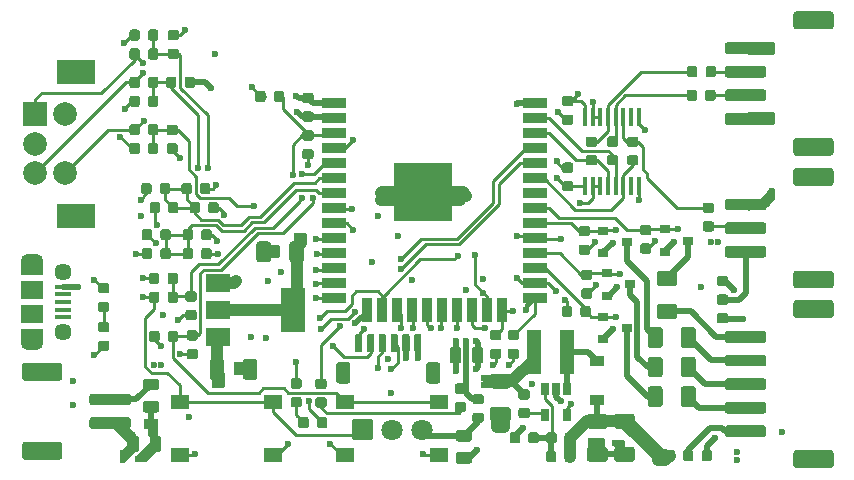
<source format=gtl>
G04 #@! TF.GenerationSoftware,KiCad,Pcbnew,(5.1.5)-3*
G04 #@! TF.CreationDate,2020-08-05T22:49:09+02:00*
G04 #@! TF.ProjectId,Controller,436f6e74-726f-46c6-9c65-722e6b696361,rev?*
G04 #@! TF.SameCoordinates,Original*
G04 #@! TF.FileFunction,Copper,L1,Top*
G04 #@! TF.FilePolarity,Positive*
%FSLAX46Y46*%
G04 Gerber Fmt 4.6, Leading zero omitted, Abs format (unit mm)*
G04 Created by KiCad (PCBNEW (5.1.5)-3) date 2020-08-05 22:49:09*
%MOMM*%
%LPD*%
G04 APERTURE LIST*
%ADD10C,0.100000*%
%ADD11R,5.000000X5.000000*%
%ADD12R,2.000000X0.900000*%
%ADD13R,0.900000X2.000000*%
%ADD14C,1.800000*%
%ADD15R,1.200000X0.900000*%
%ADD16C,2.000000*%
%ADD17R,3.200000X2.000000*%
%ADD18R,2.000000X2.000000*%
%ADD19R,0.450000X1.500000*%
%ADD20R,0.900000X0.800000*%
%ADD21R,0.650000X1.060000*%
%ADD22R,2.000000X3.800000*%
%ADD23R,2.000000X1.500000*%
%ADD24R,1.550000X1.300000*%
%ADD25R,1.200000X3.700000*%
%ADD26R,1.900000X1.500000*%
%ADD27C,1.450000*%
%ADD28R,1.350000X0.400000*%
%ADD29O,1.900000X1.200000*%
%ADD30R,1.900000X1.200000*%
%ADD31C,0.600000*%
%ADD32C,0.500000*%
%ADD33C,0.250000*%
%ADD34C,1.000000*%
G04 APERTURE END LIST*
G04 #@! TA.AperFunction,SMDPad,CuDef*
D10*
G36*
X142349504Y-127576204D02*
G01*
X142373773Y-127579804D01*
X142397571Y-127585765D01*
X142420671Y-127594030D01*
X142442849Y-127604520D01*
X142463893Y-127617133D01*
X142483598Y-127631747D01*
X142501777Y-127648223D01*
X142518253Y-127666402D01*
X142532867Y-127686107D01*
X142545480Y-127707151D01*
X142555970Y-127729329D01*
X142564235Y-127752429D01*
X142570196Y-127776227D01*
X142573796Y-127800496D01*
X142575000Y-127825000D01*
X142575000Y-128575000D01*
X142573796Y-128599504D01*
X142570196Y-128623773D01*
X142564235Y-128647571D01*
X142555970Y-128670671D01*
X142545480Y-128692849D01*
X142532867Y-128713893D01*
X142518253Y-128733598D01*
X142501777Y-128751777D01*
X142483598Y-128768253D01*
X142463893Y-128782867D01*
X142442849Y-128795480D01*
X142420671Y-128805970D01*
X142397571Y-128814235D01*
X142373773Y-128820196D01*
X142349504Y-128823796D01*
X142325000Y-128825000D01*
X141075000Y-128825000D01*
X141050496Y-128823796D01*
X141026227Y-128820196D01*
X141002429Y-128814235D01*
X140979329Y-128805970D01*
X140957151Y-128795480D01*
X140936107Y-128782867D01*
X140916402Y-128768253D01*
X140898223Y-128751777D01*
X140881747Y-128733598D01*
X140867133Y-128713893D01*
X140854520Y-128692849D01*
X140844030Y-128670671D01*
X140835765Y-128647571D01*
X140829804Y-128623773D01*
X140826204Y-128599504D01*
X140825000Y-128575000D01*
X140825000Y-127825000D01*
X140826204Y-127800496D01*
X140829804Y-127776227D01*
X140835765Y-127752429D01*
X140844030Y-127729329D01*
X140854520Y-127707151D01*
X140867133Y-127686107D01*
X140881747Y-127666402D01*
X140898223Y-127648223D01*
X140916402Y-127631747D01*
X140936107Y-127617133D01*
X140957151Y-127604520D01*
X140979329Y-127594030D01*
X141002429Y-127585765D01*
X141026227Y-127579804D01*
X141050496Y-127576204D01*
X141075000Y-127575000D01*
X142325000Y-127575000D01*
X142349504Y-127576204D01*
G37*
G04 #@! TD.AperFunction*
G04 #@! TA.AperFunction,SMDPad,CuDef*
G36*
X142349504Y-124776204D02*
G01*
X142373773Y-124779804D01*
X142397571Y-124785765D01*
X142420671Y-124794030D01*
X142442849Y-124804520D01*
X142463893Y-124817133D01*
X142483598Y-124831747D01*
X142501777Y-124848223D01*
X142518253Y-124866402D01*
X142532867Y-124886107D01*
X142545480Y-124907151D01*
X142555970Y-124929329D01*
X142564235Y-124952429D01*
X142570196Y-124976227D01*
X142573796Y-125000496D01*
X142575000Y-125025000D01*
X142575000Y-125775000D01*
X142573796Y-125799504D01*
X142570196Y-125823773D01*
X142564235Y-125847571D01*
X142555970Y-125870671D01*
X142545480Y-125892849D01*
X142532867Y-125913893D01*
X142518253Y-125933598D01*
X142501777Y-125951777D01*
X142483598Y-125968253D01*
X142463893Y-125982867D01*
X142442849Y-125995480D01*
X142420671Y-126005970D01*
X142397571Y-126014235D01*
X142373773Y-126020196D01*
X142349504Y-126023796D01*
X142325000Y-126025000D01*
X141075000Y-126025000D01*
X141050496Y-126023796D01*
X141026227Y-126020196D01*
X141002429Y-126014235D01*
X140979329Y-126005970D01*
X140957151Y-125995480D01*
X140936107Y-125982867D01*
X140916402Y-125968253D01*
X140898223Y-125951777D01*
X140881747Y-125933598D01*
X140867133Y-125913893D01*
X140854520Y-125892849D01*
X140844030Y-125870671D01*
X140835765Y-125847571D01*
X140829804Y-125823773D01*
X140826204Y-125799504D01*
X140825000Y-125775000D01*
X140825000Y-125025000D01*
X140826204Y-125000496D01*
X140829804Y-124976227D01*
X140835765Y-124952429D01*
X140844030Y-124929329D01*
X140854520Y-124907151D01*
X140867133Y-124886107D01*
X140881747Y-124866402D01*
X140898223Y-124848223D01*
X140916402Y-124831747D01*
X140936107Y-124817133D01*
X140957151Y-124804520D01*
X140979329Y-124794030D01*
X141002429Y-124785765D01*
X141026227Y-124779804D01*
X141050496Y-124776204D01*
X141075000Y-124775000D01*
X142325000Y-124775000D01*
X142349504Y-124776204D01*
G37*
G04 #@! TD.AperFunction*
G04 #@! TA.AperFunction,SMDPad,CuDef*
G36*
X102080142Y-121813674D02*
G01*
X102103803Y-121817184D01*
X102127007Y-121822996D01*
X102149529Y-121831054D01*
X102171153Y-121841282D01*
X102191670Y-121853579D01*
X102210883Y-121867829D01*
X102228607Y-121883893D01*
X102244671Y-121901617D01*
X102258921Y-121920830D01*
X102271218Y-121941347D01*
X102281446Y-121962971D01*
X102289504Y-121985493D01*
X102295316Y-122008697D01*
X102298826Y-122032358D01*
X102300000Y-122056250D01*
X102300000Y-122543750D01*
X102298826Y-122567642D01*
X102295316Y-122591303D01*
X102289504Y-122614507D01*
X102281446Y-122637029D01*
X102271218Y-122658653D01*
X102258921Y-122679170D01*
X102244671Y-122698383D01*
X102228607Y-122716107D01*
X102210883Y-122732171D01*
X102191670Y-122746421D01*
X102171153Y-122758718D01*
X102149529Y-122768946D01*
X102127007Y-122777004D01*
X102103803Y-122782816D01*
X102080142Y-122786326D01*
X102056250Y-122787500D01*
X101143750Y-122787500D01*
X101119858Y-122786326D01*
X101096197Y-122782816D01*
X101072993Y-122777004D01*
X101050471Y-122768946D01*
X101028847Y-122758718D01*
X101008330Y-122746421D01*
X100989117Y-122732171D01*
X100971393Y-122716107D01*
X100955329Y-122698383D01*
X100941079Y-122679170D01*
X100928782Y-122658653D01*
X100918554Y-122637029D01*
X100910496Y-122614507D01*
X100904684Y-122591303D01*
X100901174Y-122567642D01*
X100900000Y-122543750D01*
X100900000Y-122056250D01*
X100901174Y-122032358D01*
X100904684Y-122008697D01*
X100910496Y-121985493D01*
X100918554Y-121962971D01*
X100928782Y-121941347D01*
X100941079Y-121920830D01*
X100955329Y-121901617D01*
X100971393Y-121883893D01*
X100989117Y-121867829D01*
X101008330Y-121853579D01*
X101028847Y-121841282D01*
X101050471Y-121831054D01*
X101072993Y-121822996D01*
X101096197Y-121817184D01*
X101119858Y-121813674D01*
X101143750Y-121812500D01*
X102056250Y-121812500D01*
X102080142Y-121813674D01*
G37*
G04 #@! TD.AperFunction*
G04 #@! TA.AperFunction,SMDPad,CuDef*
G36*
X102080142Y-123688674D02*
G01*
X102103803Y-123692184D01*
X102127007Y-123697996D01*
X102149529Y-123706054D01*
X102171153Y-123716282D01*
X102191670Y-123728579D01*
X102210883Y-123742829D01*
X102228607Y-123758893D01*
X102244671Y-123776617D01*
X102258921Y-123795830D01*
X102271218Y-123816347D01*
X102281446Y-123837971D01*
X102289504Y-123860493D01*
X102295316Y-123883697D01*
X102298826Y-123907358D01*
X102300000Y-123931250D01*
X102300000Y-124418750D01*
X102298826Y-124442642D01*
X102295316Y-124466303D01*
X102289504Y-124489507D01*
X102281446Y-124512029D01*
X102271218Y-124533653D01*
X102258921Y-124554170D01*
X102244671Y-124573383D01*
X102228607Y-124591107D01*
X102210883Y-124607171D01*
X102191670Y-124621421D01*
X102171153Y-124633718D01*
X102149529Y-124643946D01*
X102127007Y-124652004D01*
X102103803Y-124657816D01*
X102080142Y-124661326D01*
X102056250Y-124662500D01*
X101143750Y-124662500D01*
X101119858Y-124661326D01*
X101096197Y-124657816D01*
X101072993Y-124652004D01*
X101050471Y-124643946D01*
X101028847Y-124633718D01*
X101008330Y-124621421D01*
X100989117Y-124607171D01*
X100971393Y-124591107D01*
X100955329Y-124573383D01*
X100941079Y-124554170D01*
X100928782Y-124533653D01*
X100918554Y-124512029D01*
X100910496Y-124489507D01*
X100904684Y-124466303D01*
X100901174Y-124442642D01*
X100900000Y-124418750D01*
X100900000Y-123931250D01*
X100901174Y-123907358D01*
X100904684Y-123883697D01*
X100910496Y-123860493D01*
X100918554Y-123837971D01*
X100928782Y-123816347D01*
X100941079Y-123795830D01*
X100955329Y-123776617D01*
X100971393Y-123758893D01*
X100989117Y-123742829D01*
X101008330Y-123728579D01*
X101028847Y-123716282D01*
X101050471Y-123706054D01*
X101072993Y-123697996D01*
X101096197Y-123692184D01*
X101119858Y-123688674D01*
X101143750Y-123687500D01*
X102056250Y-123687500D01*
X102080142Y-123688674D01*
G37*
G04 #@! TD.AperFunction*
G04 #@! TA.AperFunction,SMDPad,CuDef*
G36*
X100367642Y-126601174D02*
G01*
X100391303Y-126604684D01*
X100414507Y-126610496D01*
X100437029Y-126618554D01*
X100458653Y-126628782D01*
X100479170Y-126641079D01*
X100498383Y-126655329D01*
X100516107Y-126671393D01*
X100532171Y-126689117D01*
X100546421Y-126708330D01*
X100558718Y-126728847D01*
X100568946Y-126750471D01*
X100577004Y-126772993D01*
X100582816Y-126796197D01*
X100586326Y-126819858D01*
X100587500Y-126843750D01*
X100587500Y-127756250D01*
X100586326Y-127780142D01*
X100582816Y-127803803D01*
X100577004Y-127827007D01*
X100568946Y-127849529D01*
X100558718Y-127871153D01*
X100546421Y-127891670D01*
X100532171Y-127910883D01*
X100516107Y-127928607D01*
X100498383Y-127944671D01*
X100479170Y-127958921D01*
X100458653Y-127971218D01*
X100437029Y-127981446D01*
X100414507Y-127989504D01*
X100391303Y-127995316D01*
X100367642Y-127998826D01*
X100343750Y-128000000D01*
X99856250Y-128000000D01*
X99832358Y-127998826D01*
X99808697Y-127995316D01*
X99785493Y-127989504D01*
X99762971Y-127981446D01*
X99741347Y-127971218D01*
X99720830Y-127958921D01*
X99701617Y-127944671D01*
X99683893Y-127928607D01*
X99667829Y-127910883D01*
X99653579Y-127891670D01*
X99641282Y-127871153D01*
X99631054Y-127849529D01*
X99622996Y-127827007D01*
X99617184Y-127803803D01*
X99613674Y-127780142D01*
X99612500Y-127756250D01*
X99612500Y-126843750D01*
X99613674Y-126819858D01*
X99617184Y-126796197D01*
X99622996Y-126772993D01*
X99631054Y-126750471D01*
X99641282Y-126728847D01*
X99653579Y-126708330D01*
X99667829Y-126689117D01*
X99683893Y-126671393D01*
X99701617Y-126655329D01*
X99720830Y-126641079D01*
X99741347Y-126628782D01*
X99762971Y-126618554D01*
X99785493Y-126610496D01*
X99808697Y-126604684D01*
X99832358Y-126601174D01*
X99856250Y-126600000D01*
X100343750Y-126600000D01*
X100367642Y-126601174D01*
G37*
G04 #@! TD.AperFunction*
G04 #@! TA.AperFunction,SMDPad,CuDef*
G36*
X102242642Y-126601174D02*
G01*
X102266303Y-126604684D01*
X102289507Y-126610496D01*
X102312029Y-126618554D01*
X102333653Y-126628782D01*
X102354170Y-126641079D01*
X102373383Y-126655329D01*
X102391107Y-126671393D01*
X102407171Y-126689117D01*
X102421421Y-126708330D01*
X102433718Y-126728847D01*
X102443946Y-126750471D01*
X102452004Y-126772993D01*
X102457816Y-126796197D01*
X102461326Y-126819858D01*
X102462500Y-126843750D01*
X102462500Y-127756250D01*
X102461326Y-127780142D01*
X102457816Y-127803803D01*
X102452004Y-127827007D01*
X102443946Y-127849529D01*
X102433718Y-127871153D01*
X102421421Y-127891670D01*
X102407171Y-127910883D01*
X102391107Y-127928607D01*
X102373383Y-127944671D01*
X102354170Y-127958921D01*
X102333653Y-127971218D01*
X102312029Y-127981446D01*
X102289507Y-127989504D01*
X102266303Y-127995316D01*
X102242642Y-127998826D01*
X102218750Y-128000000D01*
X101731250Y-128000000D01*
X101707358Y-127998826D01*
X101683697Y-127995316D01*
X101660493Y-127989504D01*
X101637971Y-127981446D01*
X101616347Y-127971218D01*
X101595830Y-127958921D01*
X101576617Y-127944671D01*
X101558893Y-127928607D01*
X101542829Y-127910883D01*
X101528579Y-127891670D01*
X101516282Y-127871153D01*
X101506054Y-127849529D01*
X101497996Y-127827007D01*
X101492184Y-127803803D01*
X101488674Y-127780142D01*
X101487500Y-127756250D01*
X101487500Y-126843750D01*
X101488674Y-126819858D01*
X101492184Y-126796197D01*
X101497996Y-126772993D01*
X101506054Y-126750471D01*
X101516282Y-126728847D01*
X101528579Y-126708330D01*
X101542829Y-126689117D01*
X101558893Y-126671393D01*
X101576617Y-126655329D01*
X101595830Y-126641079D01*
X101616347Y-126628782D01*
X101637971Y-126618554D01*
X101660493Y-126610496D01*
X101683697Y-126604684D01*
X101707358Y-126601174D01*
X101731250Y-126600000D01*
X102218750Y-126600000D01*
X102242642Y-126601174D01*
G37*
G04 #@! TD.AperFunction*
D11*
X124600000Y-105990000D03*
D12*
X117100000Y-98490000D03*
X117100000Y-99760000D03*
X117100000Y-101030000D03*
X117100000Y-102300000D03*
X117100000Y-103570000D03*
X117100000Y-104840000D03*
X117100000Y-106110000D03*
X117100000Y-107380000D03*
X117100000Y-108650000D03*
X117100000Y-109920000D03*
X117100000Y-111190000D03*
X117100000Y-112460000D03*
X117100000Y-113730000D03*
X117100000Y-115000000D03*
D13*
X119885000Y-116000000D03*
X121155000Y-116000000D03*
X122425000Y-116000000D03*
X123695000Y-116000000D03*
X124965000Y-116000000D03*
X126235000Y-116000000D03*
X127505000Y-116000000D03*
X128775000Y-116000000D03*
X130045000Y-116000000D03*
X131315000Y-116000000D03*
D12*
X134100000Y-115000000D03*
X134100000Y-113730000D03*
X134100000Y-112460000D03*
X134100000Y-111190000D03*
X134100000Y-109920000D03*
X134100000Y-108650000D03*
X134100000Y-107380000D03*
X134100000Y-106110000D03*
X134100000Y-104840000D03*
X134100000Y-103570000D03*
X134100000Y-102300000D03*
X134100000Y-101030000D03*
X134100000Y-99760000D03*
X134100000Y-98490000D03*
G04 #@! TA.AperFunction,SMDPad,CuDef*
D10*
G36*
X111115191Y-97426053D02*
G01*
X111136426Y-97429203D01*
X111157250Y-97434419D01*
X111177462Y-97441651D01*
X111196868Y-97450830D01*
X111215281Y-97461866D01*
X111232524Y-97474654D01*
X111248430Y-97489070D01*
X111262846Y-97504976D01*
X111275634Y-97522219D01*
X111286670Y-97540632D01*
X111295849Y-97560038D01*
X111303081Y-97580250D01*
X111308297Y-97601074D01*
X111311447Y-97622309D01*
X111312500Y-97643750D01*
X111312500Y-98156250D01*
X111311447Y-98177691D01*
X111308297Y-98198926D01*
X111303081Y-98219750D01*
X111295849Y-98239962D01*
X111286670Y-98259368D01*
X111275634Y-98277781D01*
X111262846Y-98295024D01*
X111248430Y-98310930D01*
X111232524Y-98325346D01*
X111215281Y-98338134D01*
X111196868Y-98349170D01*
X111177462Y-98358349D01*
X111157250Y-98365581D01*
X111136426Y-98370797D01*
X111115191Y-98373947D01*
X111093750Y-98375000D01*
X110656250Y-98375000D01*
X110634809Y-98373947D01*
X110613574Y-98370797D01*
X110592750Y-98365581D01*
X110572538Y-98358349D01*
X110553132Y-98349170D01*
X110534719Y-98338134D01*
X110517476Y-98325346D01*
X110501570Y-98310930D01*
X110487154Y-98295024D01*
X110474366Y-98277781D01*
X110463330Y-98259368D01*
X110454151Y-98239962D01*
X110446919Y-98219750D01*
X110441703Y-98198926D01*
X110438553Y-98177691D01*
X110437500Y-98156250D01*
X110437500Y-97643750D01*
X110438553Y-97622309D01*
X110441703Y-97601074D01*
X110446919Y-97580250D01*
X110454151Y-97560038D01*
X110463330Y-97540632D01*
X110474366Y-97522219D01*
X110487154Y-97504976D01*
X110501570Y-97489070D01*
X110517476Y-97474654D01*
X110534719Y-97461866D01*
X110553132Y-97450830D01*
X110572538Y-97441651D01*
X110592750Y-97434419D01*
X110613574Y-97429203D01*
X110634809Y-97426053D01*
X110656250Y-97425000D01*
X111093750Y-97425000D01*
X111115191Y-97426053D01*
G37*
G04 #@! TD.AperFunction*
G04 #@! TA.AperFunction,SMDPad,CuDef*
G36*
X112690191Y-97426053D02*
G01*
X112711426Y-97429203D01*
X112732250Y-97434419D01*
X112752462Y-97441651D01*
X112771868Y-97450830D01*
X112790281Y-97461866D01*
X112807524Y-97474654D01*
X112823430Y-97489070D01*
X112837846Y-97504976D01*
X112850634Y-97522219D01*
X112861670Y-97540632D01*
X112870849Y-97560038D01*
X112878081Y-97580250D01*
X112883297Y-97601074D01*
X112886447Y-97622309D01*
X112887500Y-97643750D01*
X112887500Y-98156250D01*
X112886447Y-98177691D01*
X112883297Y-98198926D01*
X112878081Y-98219750D01*
X112870849Y-98239962D01*
X112861670Y-98259368D01*
X112850634Y-98277781D01*
X112837846Y-98295024D01*
X112823430Y-98310930D01*
X112807524Y-98325346D01*
X112790281Y-98338134D01*
X112771868Y-98349170D01*
X112752462Y-98358349D01*
X112732250Y-98365581D01*
X112711426Y-98370797D01*
X112690191Y-98373947D01*
X112668750Y-98375000D01*
X112231250Y-98375000D01*
X112209809Y-98373947D01*
X112188574Y-98370797D01*
X112167750Y-98365581D01*
X112147538Y-98358349D01*
X112128132Y-98349170D01*
X112109719Y-98338134D01*
X112092476Y-98325346D01*
X112076570Y-98310930D01*
X112062154Y-98295024D01*
X112049366Y-98277781D01*
X112038330Y-98259368D01*
X112029151Y-98239962D01*
X112021919Y-98219750D01*
X112016703Y-98198926D01*
X112013553Y-98177691D01*
X112012500Y-98156250D01*
X112012500Y-97643750D01*
X112013553Y-97622309D01*
X112016703Y-97601074D01*
X112021919Y-97580250D01*
X112029151Y-97560038D01*
X112038330Y-97540632D01*
X112049366Y-97522219D01*
X112062154Y-97504976D01*
X112076570Y-97489070D01*
X112092476Y-97474654D01*
X112109719Y-97461866D01*
X112128132Y-97450830D01*
X112147538Y-97441651D01*
X112167750Y-97434419D01*
X112188574Y-97429203D01*
X112209809Y-97426053D01*
X112231250Y-97425000D01*
X112668750Y-97425000D01*
X112690191Y-97426053D01*
G37*
G04 #@! TD.AperFunction*
G04 #@! TA.AperFunction,SMDPad,CuDef*
G36*
X131077691Y-117663553D02*
G01*
X131098926Y-117666703D01*
X131119750Y-117671919D01*
X131139962Y-117679151D01*
X131159368Y-117688330D01*
X131177781Y-117699366D01*
X131195024Y-117712154D01*
X131210930Y-117726570D01*
X131225346Y-117742476D01*
X131238134Y-117759719D01*
X131249170Y-117778132D01*
X131258349Y-117797538D01*
X131265581Y-117817750D01*
X131270797Y-117838574D01*
X131273947Y-117859809D01*
X131275000Y-117881250D01*
X131275000Y-118318750D01*
X131273947Y-118340191D01*
X131270797Y-118361426D01*
X131265581Y-118382250D01*
X131258349Y-118402462D01*
X131249170Y-118421868D01*
X131238134Y-118440281D01*
X131225346Y-118457524D01*
X131210930Y-118473430D01*
X131195024Y-118487846D01*
X131177781Y-118500634D01*
X131159368Y-118511670D01*
X131139962Y-118520849D01*
X131119750Y-118528081D01*
X131098926Y-118533297D01*
X131077691Y-118536447D01*
X131056250Y-118537500D01*
X130543750Y-118537500D01*
X130522309Y-118536447D01*
X130501074Y-118533297D01*
X130480250Y-118528081D01*
X130460038Y-118520849D01*
X130440632Y-118511670D01*
X130422219Y-118500634D01*
X130404976Y-118487846D01*
X130389070Y-118473430D01*
X130374654Y-118457524D01*
X130361866Y-118440281D01*
X130350830Y-118421868D01*
X130341651Y-118402462D01*
X130334419Y-118382250D01*
X130329203Y-118361426D01*
X130326053Y-118340191D01*
X130325000Y-118318750D01*
X130325000Y-117881250D01*
X130326053Y-117859809D01*
X130329203Y-117838574D01*
X130334419Y-117817750D01*
X130341651Y-117797538D01*
X130350830Y-117778132D01*
X130361866Y-117759719D01*
X130374654Y-117742476D01*
X130389070Y-117726570D01*
X130404976Y-117712154D01*
X130422219Y-117699366D01*
X130440632Y-117688330D01*
X130460038Y-117679151D01*
X130480250Y-117671919D01*
X130501074Y-117666703D01*
X130522309Y-117663553D01*
X130543750Y-117662500D01*
X131056250Y-117662500D01*
X131077691Y-117663553D01*
G37*
G04 #@! TD.AperFunction*
G04 #@! TA.AperFunction,SMDPad,CuDef*
G36*
X131077691Y-119238553D02*
G01*
X131098926Y-119241703D01*
X131119750Y-119246919D01*
X131139962Y-119254151D01*
X131159368Y-119263330D01*
X131177781Y-119274366D01*
X131195024Y-119287154D01*
X131210930Y-119301570D01*
X131225346Y-119317476D01*
X131238134Y-119334719D01*
X131249170Y-119353132D01*
X131258349Y-119372538D01*
X131265581Y-119392750D01*
X131270797Y-119413574D01*
X131273947Y-119434809D01*
X131275000Y-119456250D01*
X131275000Y-119893750D01*
X131273947Y-119915191D01*
X131270797Y-119936426D01*
X131265581Y-119957250D01*
X131258349Y-119977462D01*
X131249170Y-119996868D01*
X131238134Y-120015281D01*
X131225346Y-120032524D01*
X131210930Y-120048430D01*
X131195024Y-120062846D01*
X131177781Y-120075634D01*
X131159368Y-120086670D01*
X131139962Y-120095849D01*
X131119750Y-120103081D01*
X131098926Y-120108297D01*
X131077691Y-120111447D01*
X131056250Y-120112500D01*
X130543750Y-120112500D01*
X130522309Y-120111447D01*
X130501074Y-120108297D01*
X130480250Y-120103081D01*
X130460038Y-120095849D01*
X130440632Y-120086670D01*
X130422219Y-120075634D01*
X130404976Y-120062846D01*
X130389070Y-120048430D01*
X130374654Y-120032524D01*
X130361866Y-120015281D01*
X130350830Y-119996868D01*
X130341651Y-119977462D01*
X130334419Y-119957250D01*
X130329203Y-119936426D01*
X130326053Y-119915191D01*
X130325000Y-119893750D01*
X130325000Y-119456250D01*
X130326053Y-119434809D01*
X130329203Y-119413574D01*
X130334419Y-119392750D01*
X130341651Y-119372538D01*
X130350830Y-119353132D01*
X130361866Y-119334719D01*
X130374654Y-119317476D01*
X130389070Y-119301570D01*
X130404976Y-119287154D01*
X130422219Y-119274366D01*
X130440632Y-119263330D01*
X130460038Y-119254151D01*
X130480250Y-119246919D01*
X130501074Y-119241703D01*
X130522309Y-119238553D01*
X130543750Y-119237500D01*
X131056250Y-119237500D01*
X131077691Y-119238553D01*
G37*
G04 #@! TD.AperFunction*
G04 #@! TA.AperFunction,SMDPad,CuDef*
G36*
X159174504Y-103951204D02*
G01*
X159198773Y-103954804D01*
X159222571Y-103960765D01*
X159245671Y-103969030D01*
X159267849Y-103979520D01*
X159288893Y-103992133D01*
X159308598Y-104006747D01*
X159326777Y-104023223D01*
X159343253Y-104041402D01*
X159357867Y-104061107D01*
X159370480Y-104082151D01*
X159380970Y-104104329D01*
X159389235Y-104127429D01*
X159395196Y-104151227D01*
X159398796Y-104175496D01*
X159400000Y-104200000D01*
X159400000Y-105200000D01*
X159398796Y-105224504D01*
X159395196Y-105248773D01*
X159389235Y-105272571D01*
X159380970Y-105295671D01*
X159370480Y-105317849D01*
X159357867Y-105338893D01*
X159343253Y-105358598D01*
X159326777Y-105376777D01*
X159308598Y-105393253D01*
X159288893Y-105407867D01*
X159267849Y-105420480D01*
X159245671Y-105430970D01*
X159222571Y-105439235D01*
X159198773Y-105445196D01*
X159174504Y-105448796D01*
X159150000Y-105450000D01*
X156250000Y-105450000D01*
X156225496Y-105448796D01*
X156201227Y-105445196D01*
X156177429Y-105439235D01*
X156154329Y-105430970D01*
X156132151Y-105420480D01*
X156111107Y-105407867D01*
X156091402Y-105393253D01*
X156073223Y-105376777D01*
X156056747Y-105358598D01*
X156042133Y-105338893D01*
X156029520Y-105317849D01*
X156019030Y-105295671D01*
X156010765Y-105272571D01*
X156004804Y-105248773D01*
X156001204Y-105224504D01*
X156000000Y-105200000D01*
X156000000Y-104200000D01*
X156001204Y-104175496D01*
X156004804Y-104151227D01*
X156010765Y-104127429D01*
X156019030Y-104104329D01*
X156029520Y-104082151D01*
X156042133Y-104061107D01*
X156056747Y-104041402D01*
X156073223Y-104023223D01*
X156091402Y-104006747D01*
X156111107Y-103992133D01*
X156132151Y-103979520D01*
X156154329Y-103969030D01*
X156177429Y-103960765D01*
X156201227Y-103954804D01*
X156225496Y-103951204D01*
X156250000Y-103950000D01*
X159150000Y-103950000D01*
X159174504Y-103951204D01*
G37*
G04 #@! TD.AperFunction*
G04 #@! TA.AperFunction,SMDPad,CuDef*
G36*
X159174504Y-112651204D02*
G01*
X159198773Y-112654804D01*
X159222571Y-112660765D01*
X159245671Y-112669030D01*
X159267849Y-112679520D01*
X159288893Y-112692133D01*
X159308598Y-112706747D01*
X159326777Y-112723223D01*
X159343253Y-112741402D01*
X159357867Y-112761107D01*
X159370480Y-112782151D01*
X159380970Y-112804329D01*
X159389235Y-112827429D01*
X159395196Y-112851227D01*
X159398796Y-112875496D01*
X159400000Y-112900000D01*
X159400000Y-113900000D01*
X159398796Y-113924504D01*
X159395196Y-113948773D01*
X159389235Y-113972571D01*
X159380970Y-113995671D01*
X159370480Y-114017849D01*
X159357867Y-114038893D01*
X159343253Y-114058598D01*
X159326777Y-114076777D01*
X159308598Y-114093253D01*
X159288893Y-114107867D01*
X159267849Y-114120480D01*
X159245671Y-114130970D01*
X159222571Y-114139235D01*
X159198773Y-114145196D01*
X159174504Y-114148796D01*
X159150000Y-114150000D01*
X156250000Y-114150000D01*
X156225496Y-114148796D01*
X156201227Y-114145196D01*
X156177429Y-114139235D01*
X156154329Y-114130970D01*
X156132151Y-114120480D01*
X156111107Y-114107867D01*
X156091402Y-114093253D01*
X156073223Y-114076777D01*
X156056747Y-114058598D01*
X156042133Y-114038893D01*
X156029520Y-114017849D01*
X156019030Y-113995671D01*
X156010765Y-113972571D01*
X156004804Y-113948773D01*
X156001204Y-113924504D01*
X156000000Y-113900000D01*
X156000000Y-112900000D01*
X156001204Y-112875496D01*
X156004804Y-112851227D01*
X156010765Y-112827429D01*
X156019030Y-112804329D01*
X156029520Y-112782151D01*
X156042133Y-112761107D01*
X156056747Y-112741402D01*
X156073223Y-112723223D01*
X156091402Y-112706747D01*
X156111107Y-112692133D01*
X156132151Y-112679520D01*
X156154329Y-112669030D01*
X156177429Y-112660765D01*
X156201227Y-112654804D01*
X156225496Y-112651204D01*
X156250000Y-112650000D01*
X159150000Y-112650000D01*
X159174504Y-112651204D01*
G37*
G04 #@! TD.AperFunction*
G04 #@! TA.AperFunction,SMDPad,CuDef*
G36*
X153474504Y-106551204D02*
G01*
X153498773Y-106554804D01*
X153522571Y-106560765D01*
X153545671Y-106569030D01*
X153567849Y-106579520D01*
X153588893Y-106592133D01*
X153608598Y-106606747D01*
X153626777Y-106623223D01*
X153643253Y-106641402D01*
X153657867Y-106661107D01*
X153670480Y-106682151D01*
X153680970Y-106704329D01*
X153689235Y-106727429D01*
X153695196Y-106751227D01*
X153698796Y-106775496D01*
X153700000Y-106800000D01*
X153700000Y-107300000D01*
X153698796Y-107324504D01*
X153695196Y-107348773D01*
X153689235Y-107372571D01*
X153680970Y-107395671D01*
X153670480Y-107417849D01*
X153657867Y-107438893D01*
X153643253Y-107458598D01*
X153626777Y-107476777D01*
X153608598Y-107493253D01*
X153588893Y-107507867D01*
X153567849Y-107520480D01*
X153545671Y-107530970D01*
X153522571Y-107539235D01*
X153498773Y-107545196D01*
X153474504Y-107548796D01*
X153450000Y-107550000D01*
X150450000Y-107550000D01*
X150425496Y-107548796D01*
X150401227Y-107545196D01*
X150377429Y-107539235D01*
X150354329Y-107530970D01*
X150332151Y-107520480D01*
X150311107Y-107507867D01*
X150291402Y-107493253D01*
X150273223Y-107476777D01*
X150256747Y-107458598D01*
X150242133Y-107438893D01*
X150229520Y-107417849D01*
X150219030Y-107395671D01*
X150210765Y-107372571D01*
X150204804Y-107348773D01*
X150201204Y-107324504D01*
X150200000Y-107300000D01*
X150200000Y-106800000D01*
X150201204Y-106775496D01*
X150204804Y-106751227D01*
X150210765Y-106727429D01*
X150219030Y-106704329D01*
X150229520Y-106682151D01*
X150242133Y-106661107D01*
X150256747Y-106641402D01*
X150273223Y-106623223D01*
X150291402Y-106606747D01*
X150311107Y-106592133D01*
X150332151Y-106579520D01*
X150354329Y-106569030D01*
X150377429Y-106560765D01*
X150401227Y-106554804D01*
X150425496Y-106551204D01*
X150450000Y-106550000D01*
X153450000Y-106550000D01*
X153474504Y-106551204D01*
G37*
G04 #@! TD.AperFunction*
G04 #@! TA.AperFunction,SMDPad,CuDef*
G36*
X153474504Y-108551204D02*
G01*
X153498773Y-108554804D01*
X153522571Y-108560765D01*
X153545671Y-108569030D01*
X153567849Y-108579520D01*
X153588893Y-108592133D01*
X153608598Y-108606747D01*
X153626777Y-108623223D01*
X153643253Y-108641402D01*
X153657867Y-108661107D01*
X153670480Y-108682151D01*
X153680970Y-108704329D01*
X153689235Y-108727429D01*
X153695196Y-108751227D01*
X153698796Y-108775496D01*
X153700000Y-108800000D01*
X153700000Y-109300000D01*
X153698796Y-109324504D01*
X153695196Y-109348773D01*
X153689235Y-109372571D01*
X153680970Y-109395671D01*
X153670480Y-109417849D01*
X153657867Y-109438893D01*
X153643253Y-109458598D01*
X153626777Y-109476777D01*
X153608598Y-109493253D01*
X153588893Y-109507867D01*
X153567849Y-109520480D01*
X153545671Y-109530970D01*
X153522571Y-109539235D01*
X153498773Y-109545196D01*
X153474504Y-109548796D01*
X153450000Y-109550000D01*
X150450000Y-109550000D01*
X150425496Y-109548796D01*
X150401227Y-109545196D01*
X150377429Y-109539235D01*
X150354329Y-109530970D01*
X150332151Y-109520480D01*
X150311107Y-109507867D01*
X150291402Y-109493253D01*
X150273223Y-109476777D01*
X150256747Y-109458598D01*
X150242133Y-109438893D01*
X150229520Y-109417849D01*
X150219030Y-109395671D01*
X150210765Y-109372571D01*
X150204804Y-109348773D01*
X150201204Y-109324504D01*
X150200000Y-109300000D01*
X150200000Y-108800000D01*
X150201204Y-108775496D01*
X150204804Y-108751227D01*
X150210765Y-108727429D01*
X150219030Y-108704329D01*
X150229520Y-108682151D01*
X150242133Y-108661107D01*
X150256747Y-108641402D01*
X150273223Y-108623223D01*
X150291402Y-108606747D01*
X150311107Y-108592133D01*
X150332151Y-108579520D01*
X150354329Y-108569030D01*
X150377429Y-108560765D01*
X150401227Y-108554804D01*
X150425496Y-108551204D01*
X150450000Y-108550000D01*
X153450000Y-108550000D01*
X153474504Y-108551204D01*
G37*
G04 #@! TD.AperFunction*
G04 #@! TA.AperFunction,SMDPad,CuDef*
G36*
X153474504Y-110551204D02*
G01*
X153498773Y-110554804D01*
X153522571Y-110560765D01*
X153545671Y-110569030D01*
X153567849Y-110579520D01*
X153588893Y-110592133D01*
X153608598Y-110606747D01*
X153626777Y-110623223D01*
X153643253Y-110641402D01*
X153657867Y-110661107D01*
X153670480Y-110682151D01*
X153680970Y-110704329D01*
X153689235Y-110727429D01*
X153695196Y-110751227D01*
X153698796Y-110775496D01*
X153700000Y-110800000D01*
X153700000Y-111300000D01*
X153698796Y-111324504D01*
X153695196Y-111348773D01*
X153689235Y-111372571D01*
X153680970Y-111395671D01*
X153670480Y-111417849D01*
X153657867Y-111438893D01*
X153643253Y-111458598D01*
X153626777Y-111476777D01*
X153608598Y-111493253D01*
X153588893Y-111507867D01*
X153567849Y-111520480D01*
X153545671Y-111530970D01*
X153522571Y-111539235D01*
X153498773Y-111545196D01*
X153474504Y-111548796D01*
X153450000Y-111550000D01*
X150450000Y-111550000D01*
X150425496Y-111548796D01*
X150401227Y-111545196D01*
X150377429Y-111539235D01*
X150354329Y-111530970D01*
X150332151Y-111520480D01*
X150311107Y-111507867D01*
X150291402Y-111493253D01*
X150273223Y-111476777D01*
X150256747Y-111458598D01*
X150242133Y-111438893D01*
X150229520Y-111417849D01*
X150219030Y-111395671D01*
X150210765Y-111372571D01*
X150204804Y-111348773D01*
X150201204Y-111324504D01*
X150200000Y-111300000D01*
X150200000Y-110800000D01*
X150201204Y-110775496D01*
X150204804Y-110751227D01*
X150210765Y-110727429D01*
X150219030Y-110704329D01*
X150229520Y-110682151D01*
X150242133Y-110661107D01*
X150256747Y-110641402D01*
X150273223Y-110623223D01*
X150291402Y-110606747D01*
X150311107Y-110592133D01*
X150332151Y-110579520D01*
X150354329Y-110569030D01*
X150377429Y-110560765D01*
X150401227Y-110554804D01*
X150425496Y-110551204D01*
X150450000Y-110550000D01*
X153450000Y-110550000D01*
X153474504Y-110551204D01*
G37*
G04 #@! TD.AperFunction*
G04 #@! TA.AperFunction,ComponentPad*
G36*
X120175947Y-125201196D02*
G01*
X120200060Y-125204773D01*
X120223707Y-125210696D01*
X120246659Y-125218908D01*
X120268695Y-125229331D01*
X120289604Y-125241863D01*
X120309183Y-125256384D01*
X120327245Y-125272755D01*
X120343616Y-125290817D01*
X120358137Y-125310396D01*
X120370669Y-125331305D01*
X120381092Y-125353341D01*
X120389304Y-125376293D01*
X120395227Y-125399940D01*
X120398804Y-125424053D01*
X120400000Y-125448400D01*
X120400000Y-126751600D01*
X120398804Y-126775947D01*
X120395227Y-126800060D01*
X120389304Y-126823707D01*
X120381092Y-126846659D01*
X120370669Y-126868695D01*
X120358137Y-126889604D01*
X120343616Y-126909183D01*
X120327245Y-126927245D01*
X120309183Y-126943616D01*
X120289604Y-126958137D01*
X120268695Y-126970669D01*
X120246659Y-126981092D01*
X120223707Y-126989304D01*
X120200060Y-126995227D01*
X120175947Y-126998804D01*
X120151600Y-127000000D01*
X118848400Y-127000000D01*
X118824053Y-126998804D01*
X118799940Y-126995227D01*
X118776293Y-126989304D01*
X118753341Y-126981092D01*
X118731305Y-126970669D01*
X118710396Y-126958137D01*
X118690817Y-126943616D01*
X118672755Y-126927245D01*
X118656384Y-126909183D01*
X118641863Y-126889604D01*
X118629331Y-126868695D01*
X118618908Y-126846659D01*
X118610696Y-126823707D01*
X118604773Y-126800060D01*
X118601196Y-126775947D01*
X118600000Y-126751600D01*
X118600000Y-125448400D01*
X118601196Y-125424053D01*
X118604773Y-125399940D01*
X118610696Y-125376293D01*
X118618908Y-125353341D01*
X118629331Y-125331305D01*
X118641863Y-125310396D01*
X118656384Y-125290817D01*
X118672755Y-125272755D01*
X118690817Y-125256384D01*
X118710396Y-125241863D01*
X118731305Y-125229331D01*
X118753341Y-125218908D01*
X118776293Y-125210696D01*
X118799940Y-125204773D01*
X118824053Y-125201196D01*
X118848400Y-125200000D01*
X120151600Y-125200000D01*
X120175947Y-125201196D01*
G37*
G04 #@! TD.AperFunction*
D14*
X122040000Y-126100000D03*
X124580000Y-126100000D03*
D15*
X101600000Y-125600000D03*
X101600000Y-122300000D03*
G04 #@! TA.AperFunction,SMDPad,CuDef*
D10*
G36*
X132577691Y-119238553D02*
G01*
X132598926Y-119241703D01*
X132619750Y-119246919D01*
X132639962Y-119254151D01*
X132659368Y-119263330D01*
X132677781Y-119274366D01*
X132695024Y-119287154D01*
X132710930Y-119301570D01*
X132725346Y-119317476D01*
X132738134Y-119334719D01*
X132749170Y-119353132D01*
X132758349Y-119372538D01*
X132765581Y-119392750D01*
X132770797Y-119413574D01*
X132773947Y-119434809D01*
X132775000Y-119456250D01*
X132775000Y-119893750D01*
X132773947Y-119915191D01*
X132770797Y-119936426D01*
X132765581Y-119957250D01*
X132758349Y-119977462D01*
X132749170Y-119996868D01*
X132738134Y-120015281D01*
X132725346Y-120032524D01*
X132710930Y-120048430D01*
X132695024Y-120062846D01*
X132677781Y-120075634D01*
X132659368Y-120086670D01*
X132639962Y-120095849D01*
X132619750Y-120103081D01*
X132598926Y-120108297D01*
X132577691Y-120111447D01*
X132556250Y-120112500D01*
X132043750Y-120112500D01*
X132022309Y-120111447D01*
X132001074Y-120108297D01*
X131980250Y-120103081D01*
X131960038Y-120095849D01*
X131940632Y-120086670D01*
X131922219Y-120075634D01*
X131904976Y-120062846D01*
X131889070Y-120048430D01*
X131874654Y-120032524D01*
X131861866Y-120015281D01*
X131850830Y-119996868D01*
X131841651Y-119977462D01*
X131834419Y-119957250D01*
X131829203Y-119936426D01*
X131826053Y-119915191D01*
X131825000Y-119893750D01*
X131825000Y-119456250D01*
X131826053Y-119434809D01*
X131829203Y-119413574D01*
X131834419Y-119392750D01*
X131841651Y-119372538D01*
X131850830Y-119353132D01*
X131861866Y-119334719D01*
X131874654Y-119317476D01*
X131889070Y-119301570D01*
X131904976Y-119287154D01*
X131922219Y-119274366D01*
X131940632Y-119263330D01*
X131960038Y-119254151D01*
X131980250Y-119246919D01*
X132001074Y-119241703D01*
X132022309Y-119238553D01*
X132043750Y-119237500D01*
X132556250Y-119237500D01*
X132577691Y-119238553D01*
G37*
G04 #@! TD.AperFunction*
G04 #@! TA.AperFunction,SMDPad,CuDef*
G36*
X132577691Y-117663553D02*
G01*
X132598926Y-117666703D01*
X132619750Y-117671919D01*
X132639962Y-117679151D01*
X132659368Y-117688330D01*
X132677781Y-117699366D01*
X132695024Y-117712154D01*
X132710930Y-117726570D01*
X132725346Y-117742476D01*
X132738134Y-117759719D01*
X132749170Y-117778132D01*
X132758349Y-117797538D01*
X132765581Y-117817750D01*
X132770797Y-117838574D01*
X132773947Y-117859809D01*
X132775000Y-117881250D01*
X132775000Y-118318750D01*
X132773947Y-118340191D01*
X132770797Y-118361426D01*
X132765581Y-118382250D01*
X132758349Y-118402462D01*
X132749170Y-118421868D01*
X132738134Y-118440281D01*
X132725346Y-118457524D01*
X132710930Y-118473430D01*
X132695024Y-118487846D01*
X132677781Y-118500634D01*
X132659368Y-118511670D01*
X132639962Y-118520849D01*
X132619750Y-118528081D01*
X132598926Y-118533297D01*
X132577691Y-118536447D01*
X132556250Y-118537500D01*
X132043750Y-118537500D01*
X132022309Y-118536447D01*
X132001074Y-118533297D01*
X131980250Y-118528081D01*
X131960038Y-118520849D01*
X131940632Y-118511670D01*
X131922219Y-118500634D01*
X131904976Y-118487846D01*
X131889070Y-118473430D01*
X131874654Y-118457524D01*
X131861866Y-118440281D01*
X131850830Y-118421868D01*
X131841651Y-118402462D01*
X131834419Y-118382250D01*
X131829203Y-118361426D01*
X131826053Y-118340191D01*
X131825000Y-118318750D01*
X131825000Y-117881250D01*
X131826053Y-117859809D01*
X131829203Y-117838574D01*
X131834419Y-117817750D01*
X131841651Y-117797538D01*
X131850830Y-117778132D01*
X131861866Y-117759719D01*
X131874654Y-117742476D01*
X131889070Y-117726570D01*
X131904976Y-117712154D01*
X131922219Y-117699366D01*
X131940632Y-117688330D01*
X131960038Y-117679151D01*
X131980250Y-117671919D01*
X132001074Y-117666703D01*
X132022309Y-117663553D01*
X132043750Y-117662500D01*
X132556250Y-117662500D01*
X132577691Y-117663553D01*
G37*
G04 #@! TD.AperFunction*
G04 #@! TA.AperFunction,SMDPad,CuDef*
G36*
X129577691Y-124663553D02*
G01*
X129598926Y-124666703D01*
X129619750Y-124671919D01*
X129639962Y-124679151D01*
X129659368Y-124688330D01*
X129677781Y-124699366D01*
X129695024Y-124712154D01*
X129710930Y-124726570D01*
X129725346Y-124742476D01*
X129738134Y-124759719D01*
X129749170Y-124778132D01*
X129758349Y-124797538D01*
X129765581Y-124817750D01*
X129770797Y-124838574D01*
X129773947Y-124859809D01*
X129775000Y-124881250D01*
X129775000Y-125318750D01*
X129773947Y-125340191D01*
X129770797Y-125361426D01*
X129765581Y-125382250D01*
X129758349Y-125402462D01*
X129749170Y-125421868D01*
X129738134Y-125440281D01*
X129725346Y-125457524D01*
X129710930Y-125473430D01*
X129695024Y-125487846D01*
X129677781Y-125500634D01*
X129659368Y-125511670D01*
X129639962Y-125520849D01*
X129619750Y-125528081D01*
X129598926Y-125533297D01*
X129577691Y-125536447D01*
X129556250Y-125537500D01*
X129043750Y-125537500D01*
X129022309Y-125536447D01*
X129001074Y-125533297D01*
X128980250Y-125528081D01*
X128960038Y-125520849D01*
X128940632Y-125511670D01*
X128922219Y-125500634D01*
X128904976Y-125487846D01*
X128889070Y-125473430D01*
X128874654Y-125457524D01*
X128861866Y-125440281D01*
X128850830Y-125421868D01*
X128841651Y-125402462D01*
X128834419Y-125382250D01*
X128829203Y-125361426D01*
X128826053Y-125340191D01*
X128825000Y-125318750D01*
X128825000Y-124881250D01*
X128826053Y-124859809D01*
X128829203Y-124838574D01*
X128834419Y-124817750D01*
X128841651Y-124797538D01*
X128850830Y-124778132D01*
X128861866Y-124759719D01*
X128874654Y-124742476D01*
X128889070Y-124726570D01*
X128904976Y-124712154D01*
X128922219Y-124699366D01*
X128940632Y-124688330D01*
X128960038Y-124679151D01*
X128980250Y-124671919D01*
X129001074Y-124666703D01*
X129022309Y-124663553D01*
X129043750Y-124662500D01*
X129556250Y-124662500D01*
X129577691Y-124663553D01*
G37*
G04 #@! TD.AperFunction*
G04 #@! TA.AperFunction,SMDPad,CuDef*
G36*
X129577691Y-123088553D02*
G01*
X129598926Y-123091703D01*
X129619750Y-123096919D01*
X129639962Y-123104151D01*
X129659368Y-123113330D01*
X129677781Y-123124366D01*
X129695024Y-123137154D01*
X129710930Y-123151570D01*
X129725346Y-123167476D01*
X129738134Y-123184719D01*
X129749170Y-123203132D01*
X129758349Y-123222538D01*
X129765581Y-123242750D01*
X129770797Y-123263574D01*
X129773947Y-123284809D01*
X129775000Y-123306250D01*
X129775000Y-123743750D01*
X129773947Y-123765191D01*
X129770797Y-123786426D01*
X129765581Y-123807250D01*
X129758349Y-123827462D01*
X129749170Y-123846868D01*
X129738134Y-123865281D01*
X129725346Y-123882524D01*
X129710930Y-123898430D01*
X129695024Y-123912846D01*
X129677781Y-123925634D01*
X129659368Y-123936670D01*
X129639962Y-123945849D01*
X129619750Y-123953081D01*
X129598926Y-123958297D01*
X129577691Y-123961447D01*
X129556250Y-123962500D01*
X129043750Y-123962500D01*
X129022309Y-123961447D01*
X129001074Y-123958297D01*
X128980250Y-123953081D01*
X128960038Y-123945849D01*
X128940632Y-123936670D01*
X128922219Y-123925634D01*
X128904976Y-123912846D01*
X128889070Y-123898430D01*
X128874654Y-123882524D01*
X128861866Y-123865281D01*
X128850830Y-123846868D01*
X128841651Y-123827462D01*
X128834419Y-123807250D01*
X128829203Y-123786426D01*
X128826053Y-123765191D01*
X128825000Y-123743750D01*
X128825000Y-123306250D01*
X128826053Y-123284809D01*
X128829203Y-123263574D01*
X128834419Y-123242750D01*
X128841651Y-123222538D01*
X128850830Y-123203132D01*
X128861866Y-123184719D01*
X128874654Y-123167476D01*
X128889070Y-123151570D01*
X128904976Y-123137154D01*
X128922219Y-123124366D01*
X128940632Y-123113330D01*
X128960038Y-123104151D01*
X128980250Y-123096919D01*
X129001074Y-123091703D01*
X129022309Y-123088553D01*
X129043750Y-123087500D01*
X129556250Y-123087500D01*
X129577691Y-123088553D01*
G37*
G04 #@! TD.AperFunction*
G04 #@! TA.AperFunction,SMDPad,CuDef*
G36*
X127667642Y-119101174D02*
G01*
X127691303Y-119104684D01*
X127714507Y-119110496D01*
X127737029Y-119118554D01*
X127758653Y-119128782D01*
X127779170Y-119141079D01*
X127798383Y-119155329D01*
X127816107Y-119171393D01*
X127832171Y-119189117D01*
X127846421Y-119208330D01*
X127858718Y-119228847D01*
X127868946Y-119250471D01*
X127877004Y-119272993D01*
X127882816Y-119296197D01*
X127886326Y-119319858D01*
X127887500Y-119343750D01*
X127887500Y-120256250D01*
X127886326Y-120280142D01*
X127882816Y-120303803D01*
X127877004Y-120327007D01*
X127868946Y-120349529D01*
X127858718Y-120371153D01*
X127846421Y-120391670D01*
X127832171Y-120410883D01*
X127816107Y-120428607D01*
X127798383Y-120444671D01*
X127779170Y-120458921D01*
X127758653Y-120471218D01*
X127737029Y-120481446D01*
X127714507Y-120489504D01*
X127691303Y-120495316D01*
X127667642Y-120498826D01*
X127643750Y-120500000D01*
X127156250Y-120500000D01*
X127132358Y-120498826D01*
X127108697Y-120495316D01*
X127085493Y-120489504D01*
X127062971Y-120481446D01*
X127041347Y-120471218D01*
X127020830Y-120458921D01*
X127001617Y-120444671D01*
X126983893Y-120428607D01*
X126967829Y-120410883D01*
X126953579Y-120391670D01*
X126941282Y-120371153D01*
X126931054Y-120349529D01*
X126922996Y-120327007D01*
X126917184Y-120303803D01*
X126913674Y-120280142D01*
X126912500Y-120256250D01*
X126912500Y-119343750D01*
X126913674Y-119319858D01*
X126917184Y-119296197D01*
X126922996Y-119272993D01*
X126931054Y-119250471D01*
X126941282Y-119228847D01*
X126953579Y-119208330D01*
X126967829Y-119189117D01*
X126983893Y-119171393D01*
X127001617Y-119155329D01*
X127020830Y-119141079D01*
X127041347Y-119128782D01*
X127062971Y-119118554D01*
X127085493Y-119110496D01*
X127108697Y-119104684D01*
X127132358Y-119101174D01*
X127156250Y-119100000D01*
X127643750Y-119100000D01*
X127667642Y-119101174D01*
G37*
G04 #@! TD.AperFunction*
G04 #@! TA.AperFunction,SMDPad,CuDef*
G36*
X129542642Y-119101174D02*
G01*
X129566303Y-119104684D01*
X129589507Y-119110496D01*
X129612029Y-119118554D01*
X129633653Y-119128782D01*
X129654170Y-119141079D01*
X129673383Y-119155329D01*
X129691107Y-119171393D01*
X129707171Y-119189117D01*
X129721421Y-119208330D01*
X129733718Y-119228847D01*
X129743946Y-119250471D01*
X129752004Y-119272993D01*
X129757816Y-119296197D01*
X129761326Y-119319858D01*
X129762500Y-119343750D01*
X129762500Y-120256250D01*
X129761326Y-120280142D01*
X129757816Y-120303803D01*
X129752004Y-120327007D01*
X129743946Y-120349529D01*
X129733718Y-120371153D01*
X129721421Y-120391670D01*
X129707171Y-120410883D01*
X129691107Y-120428607D01*
X129673383Y-120444671D01*
X129654170Y-120458921D01*
X129633653Y-120471218D01*
X129612029Y-120481446D01*
X129589507Y-120489504D01*
X129566303Y-120495316D01*
X129542642Y-120498826D01*
X129518750Y-120500000D01*
X129031250Y-120500000D01*
X129007358Y-120498826D01*
X128983697Y-120495316D01*
X128960493Y-120489504D01*
X128937971Y-120481446D01*
X128916347Y-120471218D01*
X128895830Y-120458921D01*
X128876617Y-120444671D01*
X128858893Y-120428607D01*
X128842829Y-120410883D01*
X128828579Y-120391670D01*
X128816282Y-120371153D01*
X128806054Y-120349529D01*
X128797996Y-120327007D01*
X128792184Y-120303803D01*
X128788674Y-120280142D01*
X128787500Y-120256250D01*
X128787500Y-119343750D01*
X128788674Y-119319858D01*
X128792184Y-119296197D01*
X128797996Y-119272993D01*
X128806054Y-119250471D01*
X128816282Y-119228847D01*
X128828579Y-119208330D01*
X128842829Y-119189117D01*
X128858893Y-119171393D01*
X128876617Y-119155329D01*
X128895830Y-119141079D01*
X128916347Y-119128782D01*
X128937971Y-119118554D01*
X128960493Y-119110496D01*
X128983697Y-119104684D01*
X129007358Y-119101174D01*
X129031250Y-119100000D01*
X129518750Y-119100000D01*
X129542642Y-119101174D01*
G37*
G04 #@! TD.AperFunction*
G04 #@! TA.AperFunction,SMDPad,CuDef*
G36*
X128580142Y-126138674D02*
G01*
X128603803Y-126142184D01*
X128627007Y-126147996D01*
X128649529Y-126156054D01*
X128671153Y-126166282D01*
X128691670Y-126178579D01*
X128710883Y-126192829D01*
X128728607Y-126208893D01*
X128744671Y-126226617D01*
X128758921Y-126245830D01*
X128771218Y-126266347D01*
X128781446Y-126287971D01*
X128789504Y-126310493D01*
X128795316Y-126333697D01*
X128798826Y-126357358D01*
X128800000Y-126381250D01*
X128800000Y-126868750D01*
X128798826Y-126892642D01*
X128795316Y-126916303D01*
X128789504Y-126939507D01*
X128781446Y-126962029D01*
X128771218Y-126983653D01*
X128758921Y-127004170D01*
X128744671Y-127023383D01*
X128728607Y-127041107D01*
X128710883Y-127057171D01*
X128691670Y-127071421D01*
X128671153Y-127083718D01*
X128649529Y-127093946D01*
X128627007Y-127102004D01*
X128603803Y-127107816D01*
X128580142Y-127111326D01*
X128556250Y-127112500D01*
X127643750Y-127112500D01*
X127619858Y-127111326D01*
X127596197Y-127107816D01*
X127572993Y-127102004D01*
X127550471Y-127093946D01*
X127528847Y-127083718D01*
X127508330Y-127071421D01*
X127489117Y-127057171D01*
X127471393Y-127041107D01*
X127455329Y-127023383D01*
X127441079Y-127004170D01*
X127428782Y-126983653D01*
X127418554Y-126962029D01*
X127410496Y-126939507D01*
X127404684Y-126916303D01*
X127401174Y-126892642D01*
X127400000Y-126868750D01*
X127400000Y-126381250D01*
X127401174Y-126357358D01*
X127404684Y-126333697D01*
X127410496Y-126310493D01*
X127418554Y-126287971D01*
X127428782Y-126266347D01*
X127441079Y-126245830D01*
X127455329Y-126226617D01*
X127471393Y-126208893D01*
X127489117Y-126192829D01*
X127508330Y-126178579D01*
X127528847Y-126166282D01*
X127550471Y-126156054D01*
X127572993Y-126147996D01*
X127596197Y-126142184D01*
X127619858Y-126138674D01*
X127643750Y-126137500D01*
X128556250Y-126137500D01*
X128580142Y-126138674D01*
G37*
G04 #@! TD.AperFunction*
G04 #@! TA.AperFunction,SMDPad,CuDef*
G36*
X128580142Y-128013674D02*
G01*
X128603803Y-128017184D01*
X128627007Y-128022996D01*
X128649529Y-128031054D01*
X128671153Y-128041282D01*
X128691670Y-128053579D01*
X128710883Y-128067829D01*
X128728607Y-128083893D01*
X128744671Y-128101617D01*
X128758921Y-128120830D01*
X128771218Y-128141347D01*
X128781446Y-128162971D01*
X128789504Y-128185493D01*
X128795316Y-128208697D01*
X128798826Y-128232358D01*
X128800000Y-128256250D01*
X128800000Y-128743750D01*
X128798826Y-128767642D01*
X128795316Y-128791303D01*
X128789504Y-128814507D01*
X128781446Y-128837029D01*
X128771218Y-128858653D01*
X128758921Y-128879170D01*
X128744671Y-128898383D01*
X128728607Y-128916107D01*
X128710883Y-128932171D01*
X128691670Y-128946421D01*
X128671153Y-128958718D01*
X128649529Y-128968946D01*
X128627007Y-128977004D01*
X128603803Y-128982816D01*
X128580142Y-128986326D01*
X128556250Y-128987500D01*
X127643750Y-128987500D01*
X127619858Y-128986326D01*
X127596197Y-128982816D01*
X127572993Y-128977004D01*
X127550471Y-128968946D01*
X127528847Y-128958718D01*
X127508330Y-128946421D01*
X127489117Y-128932171D01*
X127471393Y-128916107D01*
X127455329Y-128898383D01*
X127441079Y-128879170D01*
X127428782Y-128858653D01*
X127418554Y-128837029D01*
X127410496Y-128814507D01*
X127404684Y-128791303D01*
X127401174Y-128767642D01*
X127400000Y-128743750D01*
X127400000Y-128256250D01*
X127401174Y-128232358D01*
X127404684Y-128208697D01*
X127410496Y-128185493D01*
X127418554Y-128162971D01*
X127428782Y-128141347D01*
X127441079Y-128120830D01*
X127455329Y-128101617D01*
X127471393Y-128083893D01*
X127489117Y-128067829D01*
X127508330Y-128053579D01*
X127528847Y-128041282D01*
X127550471Y-128031054D01*
X127572993Y-128022996D01*
X127596197Y-128017184D01*
X127619858Y-128013674D01*
X127643750Y-128012500D01*
X128556250Y-128012500D01*
X128580142Y-128013674D01*
G37*
G04 #@! TD.AperFunction*
D16*
X94300000Y-104400000D03*
X94300000Y-99400000D03*
D17*
X95300000Y-108000000D03*
X95300000Y-95800000D03*
D16*
X91800000Y-104400000D03*
X91800000Y-101900000D03*
D18*
X91800000Y-99400000D03*
G04 #@! TA.AperFunction,SMDPad,CuDef*
D10*
G36*
X137177691Y-103488553D02*
G01*
X137198926Y-103491703D01*
X137219750Y-103496919D01*
X137239962Y-103504151D01*
X137259368Y-103513330D01*
X137277781Y-103524366D01*
X137295024Y-103537154D01*
X137310930Y-103551570D01*
X137325346Y-103567476D01*
X137338134Y-103584719D01*
X137349170Y-103603132D01*
X137358349Y-103622538D01*
X137365581Y-103642750D01*
X137370797Y-103663574D01*
X137373947Y-103684809D01*
X137375000Y-103706250D01*
X137375000Y-104143750D01*
X137373947Y-104165191D01*
X137370797Y-104186426D01*
X137365581Y-104207250D01*
X137358349Y-104227462D01*
X137349170Y-104246868D01*
X137338134Y-104265281D01*
X137325346Y-104282524D01*
X137310930Y-104298430D01*
X137295024Y-104312846D01*
X137277781Y-104325634D01*
X137259368Y-104336670D01*
X137239962Y-104345849D01*
X137219750Y-104353081D01*
X137198926Y-104358297D01*
X137177691Y-104361447D01*
X137156250Y-104362500D01*
X136643750Y-104362500D01*
X136622309Y-104361447D01*
X136601074Y-104358297D01*
X136580250Y-104353081D01*
X136560038Y-104345849D01*
X136540632Y-104336670D01*
X136522219Y-104325634D01*
X136504976Y-104312846D01*
X136489070Y-104298430D01*
X136474654Y-104282524D01*
X136461866Y-104265281D01*
X136450830Y-104246868D01*
X136441651Y-104227462D01*
X136434419Y-104207250D01*
X136429203Y-104186426D01*
X136426053Y-104165191D01*
X136425000Y-104143750D01*
X136425000Y-103706250D01*
X136426053Y-103684809D01*
X136429203Y-103663574D01*
X136434419Y-103642750D01*
X136441651Y-103622538D01*
X136450830Y-103603132D01*
X136461866Y-103584719D01*
X136474654Y-103567476D01*
X136489070Y-103551570D01*
X136504976Y-103537154D01*
X136522219Y-103524366D01*
X136540632Y-103513330D01*
X136560038Y-103504151D01*
X136580250Y-103496919D01*
X136601074Y-103491703D01*
X136622309Y-103488553D01*
X136643750Y-103487500D01*
X137156250Y-103487500D01*
X137177691Y-103488553D01*
G37*
G04 #@! TD.AperFunction*
G04 #@! TA.AperFunction,SMDPad,CuDef*
G36*
X137177691Y-105063553D02*
G01*
X137198926Y-105066703D01*
X137219750Y-105071919D01*
X137239962Y-105079151D01*
X137259368Y-105088330D01*
X137277781Y-105099366D01*
X137295024Y-105112154D01*
X137310930Y-105126570D01*
X137325346Y-105142476D01*
X137338134Y-105159719D01*
X137349170Y-105178132D01*
X137358349Y-105197538D01*
X137365581Y-105217750D01*
X137370797Y-105238574D01*
X137373947Y-105259809D01*
X137375000Y-105281250D01*
X137375000Y-105718750D01*
X137373947Y-105740191D01*
X137370797Y-105761426D01*
X137365581Y-105782250D01*
X137358349Y-105802462D01*
X137349170Y-105821868D01*
X137338134Y-105840281D01*
X137325346Y-105857524D01*
X137310930Y-105873430D01*
X137295024Y-105887846D01*
X137277781Y-105900634D01*
X137259368Y-105911670D01*
X137239962Y-105920849D01*
X137219750Y-105928081D01*
X137198926Y-105933297D01*
X137177691Y-105936447D01*
X137156250Y-105937500D01*
X136643750Y-105937500D01*
X136622309Y-105936447D01*
X136601074Y-105933297D01*
X136580250Y-105928081D01*
X136560038Y-105920849D01*
X136540632Y-105911670D01*
X136522219Y-105900634D01*
X136504976Y-105887846D01*
X136489070Y-105873430D01*
X136474654Y-105857524D01*
X136461866Y-105840281D01*
X136450830Y-105821868D01*
X136441651Y-105802462D01*
X136434419Y-105782250D01*
X136429203Y-105761426D01*
X136426053Y-105740191D01*
X136425000Y-105718750D01*
X136425000Y-105281250D01*
X136426053Y-105259809D01*
X136429203Y-105238574D01*
X136434419Y-105217750D01*
X136441651Y-105197538D01*
X136450830Y-105178132D01*
X136461866Y-105159719D01*
X136474654Y-105142476D01*
X136489070Y-105126570D01*
X136504976Y-105112154D01*
X136522219Y-105099366D01*
X136540632Y-105088330D01*
X136560038Y-105079151D01*
X136580250Y-105071919D01*
X136601074Y-105066703D01*
X136622309Y-105063553D01*
X136643750Y-105062500D01*
X137156250Y-105062500D01*
X137177691Y-105063553D01*
G37*
G04 #@! TD.AperFunction*
G04 #@! TA.AperFunction,SMDPad,CuDef*
G36*
X142677691Y-101288553D02*
G01*
X142698926Y-101291703D01*
X142719750Y-101296919D01*
X142739962Y-101304151D01*
X142759368Y-101313330D01*
X142777781Y-101324366D01*
X142795024Y-101337154D01*
X142810930Y-101351570D01*
X142825346Y-101367476D01*
X142838134Y-101384719D01*
X142849170Y-101403132D01*
X142858349Y-101422538D01*
X142865581Y-101442750D01*
X142870797Y-101463574D01*
X142873947Y-101484809D01*
X142875000Y-101506250D01*
X142875000Y-101943750D01*
X142873947Y-101965191D01*
X142870797Y-101986426D01*
X142865581Y-102007250D01*
X142858349Y-102027462D01*
X142849170Y-102046868D01*
X142838134Y-102065281D01*
X142825346Y-102082524D01*
X142810930Y-102098430D01*
X142795024Y-102112846D01*
X142777781Y-102125634D01*
X142759368Y-102136670D01*
X142739962Y-102145849D01*
X142719750Y-102153081D01*
X142698926Y-102158297D01*
X142677691Y-102161447D01*
X142656250Y-102162500D01*
X142143750Y-102162500D01*
X142122309Y-102161447D01*
X142101074Y-102158297D01*
X142080250Y-102153081D01*
X142060038Y-102145849D01*
X142040632Y-102136670D01*
X142022219Y-102125634D01*
X142004976Y-102112846D01*
X141989070Y-102098430D01*
X141974654Y-102082524D01*
X141961866Y-102065281D01*
X141950830Y-102046868D01*
X141941651Y-102027462D01*
X141934419Y-102007250D01*
X141929203Y-101986426D01*
X141926053Y-101965191D01*
X141925000Y-101943750D01*
X141925000Y-101506250D01*
X141926053Y-101484809D01*
X141929203Y-101463574D01*
X141934419Y-101442750D01*
X141941651Y-101422538D01*
X141950830Y-101403132D01*
X141961866Y-101384719D01*
X141974654Y-101367476D01*
X141989070Y-101351570D01*
X142004976Y-101337154D01*
X142022219Y-101324366D01*
X142040632Y-101313330D01*
X142060038Y-101304151D01*
X142080250Y-101296919D01*
X142101074Y-101291703D01*
X142122309Y-101288553D01*
X142143750Y-101287500D01*
X142656250Y-101287500D01*
X142677691Y-101288553D01*
G37*
G04 #@! TD.AperFunction*
G04 #@! TA.AperFunction,SMDPad,CuDef*
G36*
X142677691Y-102863553D02*
G01*
X142698926Y-102866703D01*
X142719750Y-102871919D01*
X142739962Y-102879151D01*
X142759368Y-102888330D01*
X142777781Y-102899366D01*
X142795024Y-102912154D01*
X142810930Y-102926570D01*
X142825346Y-102942476D01*
X142838134Y-102959719D01*
X142849170Y-102978132D01*
X142858349Y-102997538D01*
X142865581Y-103017750D01*
X142870797Y-103038574D01*
X142873947Y-103059809D01*
X142875000Y-103081250D01*
X142875000Y-103518750D01*
X142873947Y-103540191D01*
X142870797Y-103561426D01*
X142865581Y-103582250D01*
X142858349Y-103602462D01*
X142849170Y-103621868D01*
X142838134Y-103640281D01*
X142825346Y-103657524D01*
X142810930Y-103673430D01*
X142795024Y-103687846D01*
X142777781Y-103700634D01*
X142759368Y-103711670D01*
X142739962Y-103720849D01*
X142719750Y-103728081D01*
X142698926Y-103733297D01*
X142677691Y-103736447D01*
X142656250Y-103737500D01*
X142143750Y-103737500D01*
X142122309Y-103736447D01*
X142101074Y-103733297D01*
X142080250Y-103728081D01*
X142060038Y-103720849D01*
X142040632Y-103711670D01*
X142022219Y-103700634D01*
X142004976Y-103687846D01*
X141989070Y-103673430D01*
X141974654Y-103657524D01*
X141961866Y-103640281D01*
X141950830Y-103621868D01*
X141941651Y-103602462D01*
X141934419Y-103582250D01*
X141929203Y-103561426D01*
X141926053Y-103540191D01*
X141925000Y-103518750D01*
X141925000Y-103081250D01*
X141926053Y-103059809D01*
X141929203Y-103038574D01*
X141934419Y-103017750D01*
X141941651Y-102997538D01*
X141950830Y-102978132D01*
X141961866Y-102959719D01*
X141974654Y-102942476D01*
X141989070Y-102926570D01*
X142004976Y-102912154D01*
X142022219Y-102899366D01*
X142040632Y-102888330D01*
X142060038Y-102879151D01*
X142080250Y-102871919D01*
X142101074Y-102866703D01*
X142122309Y-102863553D01*
X142143750Y-102862500D01*
X142656250Y-102862500D01*
X142677691Y-102863553D01*
G37*
G04 #@! TD.AperFunction*
G04 #@! TA.AperFunction,SMDPad,CuDef*
G36*
X140977691Y-101276053D02*
G01*
X140998926Y-101279203D01*
X141019750Y-101284419D01*
X141039962Y-101291651D01*
X141059368Y-101300830D01*
X141077781Y-101311866D01*
X141095024Y-101324654D01*
X141110930Y-101339070D01*
X141125346Y-101354976D01*
X141138134Y-101372219D01*
X141149170Y-101390632D01*
X141158349Y-101410038D01*
X141165581Y-101430250D01*
X141170797Y-101451074D01*
X141173947Y-101472309D01*
X141175000Y-101493750D01*
X141175000Y-101931250D01*
X141173947Y-101952691D01*
X141170797Y-101973926D01*
X141165581Y-101994750D01*
X141158349Y-102014962D01*
X141149170Y-102034368D01*
X141138134Y-102052781D01*
X141125346Y-102070024D01*
X141110930Y-102085930D01*
X141095024Y-102100346D01*
X141077781Y-102113134D01*
X141059368Y-102124170D01*
X141039962Y-102133349D01*
X141019750Y-102140581D01*
X140998926Y-102145797D01*
X140977691Y-102148947D01*
X140956250Y-102150000D01*
X140443750Y-102150000D01*
X140422309Y-102148947D01*
X140401074Y-102145797D01*
X140380250Y-102140581D01*
X140360038Y-102133349D01*
X140340632Y-102124170D01*
X140322219Y-102113134D01*
X140304976Y-102100346D01*
X140289070Y-102085930D01*
X140274654Y-102070024D01*
X140261866Y-102052781D01*
X140250830Y-102034368D01*
X140241651Y-102014962D01*
X140234419Y-101994750D01*
X140229203Y-101973926D01*
X140226053Y-101952691D01*
X140225000Y-101931250D01*
X140225000Y-101493750D01*
X140226053Y-101472309D01*
X140229203Y-101451074D01*
X140234419Y-101430250D01*
X140241651Y-101410038D01*
X140250830Y-101390632D01*
X140261866Y-101372219D01*
X140274654Y-101354976D01*
X140289070Y-101339070D01*
X140304976Y-101324654D01*
X140322219Y-101311866D01*
X140340632Y-101300830D01*
X140360038Y-101291651D01*
X140380250Y-101284419D01*
X140401074Y-101279203D01*
X140422309Y-101276053D01*
X140443750Y-101275000D01*
X140956250Y-101275000D01*
X140977691Y-101276053D01*
G37*
G04 #@! TD.AperFunction*
G04 #@! TA.AperFunction,SMDPad,CuDef*
G36*
X140977691Y-102851053D02*
G01*
X140998926Y-102854203D01*
X141019750Y-102859419D01*
X141039962Y-102866651D01*
X141059368Y-102875830D01*
X141077781Y-102886866D01*
X141095024Y-102899654D01*
X141110930Y-102914070D01*
X141125346Y-102929976D01*
X141138134Y-102947219D01*
X141149170Y-102965632D01*
X141158349Y-102985038D01*
X141165581Y-103005250D01*
X141170797Y-103026074D01*
X141173947Y-103047309D01*
X141175000Y-103068750D01*
X141175000Y-103506250D01*
X141173947Y-103527691D01*
X141170797Y-103548926D01*
X141165581Y-103569750D01*
X141158349Y-103589962D01*
X141149170Y-103609368D01*
X141138134Y-103627781D01*
X141125346Y-103645024D01*
X141110930Y-103660930D01*
X141095024Y-103675346D01*
X141077781Y-103688134D01*
X141059368Y-103699170D01*
X141039962Y-103708349D01*
X141019750Y-103715581D01*
X140998926Y-103720797D01*
X140977691Y-103723947D01*
X140956250Y-103725000D01*
X140443750Y-103725000D01*
X140422309Y-103723947D01*
X140401074Y-103720797D01*
X140380250Y-103715581D01*
X140360038Y-103708349D01*
X140340632Y-103699170D01*
X140322219Y-103688134D01*
X140304976Y-103675346D01*
X140289070Y-103660930D01*
X140274654Y-103645024D01*
X140261866Y-103627781D01*
X140250830Y-103609368D01*
X140241651Y-103589962D01*
X140234419Y-103569750D01*
X140229203Y-103548926D01*
X140226053Y-103527691D01*
X140225000Y-103506250D01*
X140225000Y-103068750D01*
X140226053Y-103047309D01*
X140229203Y-103026074D01*
X140234419Y-103005250D01*
X140241651Y-102985038D01*
X140250830Y-102965632D01*
X140261866Y-102947219D01*
X140274654Y-102929976D01*
X140289070Y-102914070D01*
X140304976Y-102899654D01*
X140322219Y-102886866D01*
X140340632Y-102875830D01*
X140360038Y-102866651D01*
X140380250Y-102859419D01*
X140401074Y-102854203D01*
X140422309Y-102851053D01*
X140443750Y-102850000D01*
X140956250Y-102850000D01*
X140977691Y-102851053D01*
G37*
G04 #@! TD.AperFunction*
G04 #@! TA.AperFunction,SMDPad,CuDef*
G36*
X139177691Y-101288553D02*
G01*
X139198926Y-101291703D01*
X139219750Y-101296919D01*
X139239962Y-101304151D01*
X139259368Y-101313330D01*
X139277781Y-101324366D01*
X139295024Y-101337154D01*
X139310930Y-101351570D01*
X139325346Y-101367476D01*
X139338134Y-101384719D01*
X139349170Y-101403132D01*
X139358349Y-101422538D01*
X139365581Y-101442750D01*
X139370797Y-101463574D01*
X139373947Y-101484809D01*
X139375000Y-101506250D01*
X139375000Y-101943750D01*
X139373947Y-101965191D01*
X139370797Y-101986426D01*
X139365581Y-102007250D01*
X139358349Y-102027462D01*
X139349170Y-102046868D01*
X139338134Y-102065281D01*
X139325346Y-102082524D01*
X139310930Y-102098430D01*
X139295024Y-102112846D01*
X139277781Y-102125634D01*
X139259368Y-102136670D01*
X139239962Y-102145849D01*
X139219750Y-102153081D01*
X139198926Y-102158297D01*
X139177691Y-102161447D01*
X139156250Y-102162500D01*
X138643750Y-102162500D01*
X138622309Y-102161447D01*
X138601074Y-102158297D01*
X138580250Y-102153081D01*
X138560038Y-102145849D01*
X138540632Y-102136670D01*
X138522219Y-102125634D01*
X138504976Y-102112846D01*
X138489070Y-102098430D01*
X138474654Y-102082524D01*
X138461866Y-102065281D01*
X138450830Y-102046868D01*
X138441651Y-102027462D01*
X138434419Y-102007250D01*
X138429203Y-101986426D01*
X138426053Y-101965191D01*
X138425000Y-101943750D01*
X138425000Y-101506250D01*
X138426053Y-101484809D01*
X138429203Y-101463574D01*
X138434419Y-101442750D01*
X138441651Y-101422538D01*
X138450830Y-101403132D01*
X138461866Y-101384719D01*
X138474654Y-101367476D01*
X138489070Y-101351570D01*
X138504976Y-101337154D01*
X138522219Y-101324366D01*
X138540632Y-101313330D01*
X138560038Y-101304151D01*
X138580250Y-101296919D01*
X138601074Y-101291703D01*
X138622309Y-101288553D01*
X138643750Y-101287500D01*
X139156250Y-101287500D01*
X139177691Y-101288553D01*
G37*
G04 #@! TD.AperFunction*
G04 #@! TA.AperFunction,SMDPad,CuDef*
G36*
X139177691Y-102863553D02*
G01*
X139198926Y-102866703D01*
X139219750Y-102871919D01*
X139239962Y-102879151D01*
X139259368Y-102888330D01*
X139277781Y-102899366D01*
X139295024Y-102912154D01*
X139310930Y-102926570D01*
X139325346Y-102942476D01*
X139338134Y-102959719D01*
X139349170Y-102978132D01*
X139358349Y-102997538D01*
X139365581Y-103017750D01*
X139370797Y-103038574D01*
X139373947Y-103059809D01*
X139375000Y-103081250D01*
X139375000Y-103518750D01*
X139373947Y-103540191D01*
X139370797Y-103561426D01*
X139365581Y-103582250D01*
X139358349Y-103602462D01*
X139349170Y-103621868D01*
X139338134Y-103640281D01*
X139325346Y-103657524D01*
X139310930Y-103673430D01*
X139295024Y-103687846D01*
X139277781Y-103700634D01*
X139259368Y-103711670D01*
X139239962Y-103720849D01*
X139219750Y-103728081D01*
X139198926Y-103733297D01*
X139177691Y-103736447D01*
X139156250Y-103737500D01*
X138643750Y-103737500D01*
X138622309Y-103736447D01*
X138601074Y-103733297D01*
X138580250Y-103728081D01*
X138560038Y-103720849D01*
X138540632Y-103711670D01*
X138522219Y-103700634D01*
X138504976Y-103687846D01*
X138489070Y-103673430D01*
X138474654Y-103657524D01*
X138461866Y-103640281D01*
X138450830Y-103621868D01*
X138441651Y-103602462D01*
X138434419Y-103582250D01*
X138429203Y-103561426D01*
X138426053Y-103540191D01*
X138425000Y-103518750D01*
X138425000Y-103081250D01*
X138426053Y-103059809D01*
X138429203Y-103038574D01*
X138434419Y-103017750D01*
X138441651Y-102997538D01*
X138450830Y-102978132D01*
X138461866Y-102959719D01*
X138474654Y-102942476D01*
X138489070Y-102926570D01*
X138504976Y-102912154D01*
X138522219Y-102899366D01*
X138540632Y-102888330D01*
X138560038Y-102879151D01*
X138580250Y-102871919D01*
X138601074Y-102866703D01*
X138622309Y-102863553D01*
X138643750Y-102862500D01*
X139156250Y-102862500D01*
X139177691Y-102863553D01*
G37*
G04 #@! TD.AperFunction*
G04 #@! TA.AperFunction,SMDPad,CuDef*
G36*
X150277691Y-116238553D02*
G01*
X150298926Y-116241703D01*
X150319750Y-116246919D01*
X150339962Y-116254151D01*
X150359368Y-116263330D01*
X150377781Y-116274366D01*
X150395024Y-116287154D01*
X150410930Y-116301570D01*
X150425346Y-116317476D01*
X150438134Y-116334719D01*
X150449170Y-116353132D01*
X150458349Y-116372538D01*
X150465581Y-116392750D01*
X150470797Y-116413574D01*
X150473947Y-116434809D01*
X150475000Y-116456250D01*
X150475000Y-116893750D01*
X150473947Y-116915191D01*
X150470797Y-116936426D01*
X150465581Y-116957250D01*
X150458349Y-116977462D01*
X150449170Y-116996868D01*
X150438134Y-117015281D01*
X150425346Y-117032524D01*
X150410930Y-117048430D01*
X150395024Y-117062846D01*
X150377781Y-117075634D01*
X150359368Y-117086670D01*
X150339962Y-117095849D01*
X150319750Y-117103081D01*
X150298926Y-117108297D01*
X150277691Y-117111447D01*
X150256250Y-117112500D01*
X149743750Y-117112500D01*
X149722309Y-117111447D01*
X149701074Y-117108297D01*
X149680250Y-117103081D01*
X149660038Y-117095849D01*
X149640632Y-117086670D01*
X149622219Y-117075634D01*
X149604976Y-117062846D01*
X149589070Y-117048430D01*
X149574654Y-117032524D01*
X149561866Y-117015281D01*
X149550830Y-116996868D01*
X149541651Y-116977462D01*
X149534419Y-116957250D01*
X149529203Y-116936426D01*
X149526053Y-116915191D01*
X149525000Y-116893750D01*
X149525000Y-116456250D01*
X149526053Y-116434809D01*
X149529203Y-116413574D01*
X149534419Y-116392750D01*
X149541651Y-116372538D01*
X149550830Y-116353132D01*
X149561866Y-116334719D01*
X149574654Y-116317476D01*
X149589070Y-116301570D01*
X149604976Y-116287154D01*
X149622219Y-116274366D01*
X149640632Y-116263330D01*
X149660038Y-116254151D01*
X149680250Y-116246919D01*
X149701074Y-116241703D01*
X149722309Y-116238553D01*
X149743750Y-116237500D01*
X150256250Y-116237500D01*
X150277691Y-116238553D01*
G37*
G04 #@! TD.AperFunction*
G04 #@! TA.AperFunction,SMDPad,CuDef*
G36*
X150277691Y-114663553D02*
G01*
X150298926Y-114666703D01*
X150319750Y-114671919D01*
X150339962Y-114679151D01*
X150359368Y-114688330D01*
X150377781Y-114699366D01*
X150395024Y-114712154D01*
X150410930Y-114726570D01*
X150425346Y-114742476D01*
X150438134Y-114759719D01*
X150449170Y-114778132D01*
X150458349Y-114797538D01*
X150465581Y-114817750D01*
X150470797Y-114838574D01*
X150473947Y-114859809D01*
X150475000Y-114881250D01*
X150475000Y-115318750D01*
X150473947Y-115340191D01*
X150470797Y-115361426D01*
X150465581Y-115382250D01*
X150458349Y-115402462D01*
X150449170Y-115421868D01*
X150438134Y-115440281D01*
X150425346Y-115457524D01*
X150410930Y-115473430D01*
X150395024Y-115487846D01*
X150377781Y-115500634D01*
X150359368Y-115511670D01*
X150339962Y-115520849D01*
X150319750Y-115528081D01*
X150298926Y-115533297D01*
X150277691Y-115536447D01*
X150256250Y-115537500D01*
X149743750Y-115537500D01*
X149722309Y-115536447D01*
X149701074Y-115533297D01*
X149680250Y-115528081D01*
X149660038Y-115520849D01*
X149640632Y-115511670D01*
X149622219Y-115500634D01*
X149604976Y-115487846D01*
X149589070Y-115473430D01*
X149574654Y-115457524D01*
X149561866Y-115440281D01*
X149550830Y-115421868D01*
X149541651Y-115402462D01*
X149534419Y-115382250D01*
X149529203Y-115361426D01*
X149526053Y-115340191D01*
X149525000Y-115318750D01*
X149525000Y-114881250D01*
X149526053Y-114859809D01*
X149529203Y-114838574D01*
X149534419Y-114817750D01*
X149541651Y-114797538D01*
X149550830Y-114778132D01*
X149561866Y-114759719D01*
X149574654Y-114742476D01*
X149589070Y-114726570D01*
X149604976Y-114712154D01*
X149622219Y-114699366D01*
X149640632Y-114688330D01*
X149660038Y-114679151D01*
X149680250Y-114671919D01*
X149701074Y-114666703D01*
X149722309Y-114663553D01*
X149743750Y-114662500D01*
X150256250Y-114662500D01*
X150277691Y-114663553D01*
G37*
G04 #@! TD.AperFunction*
G04 #@! TA.AperFunction,SMDPad,CuDef*
G36*
X149077691Y-108463553D02*
G01*
X149098926Y-108466703D01*
X149119750Y-108471919D01*
X149139962Y-108479151D01*
X149159368Y-108488330D01*
X149177781Y-108499366D01*
X149195024Y-108512154D01*
X149210930Y-108526570D01*
X149225346Y-108542476D01*
X149238134Y-108559719D01*
X149249170Y-108578132D01*
X149258349Y-108597538D01*
X149265581Y-108617750D01*
X149270797Y-108638574D01*
X149273947Y-108659809D01*
X149275000Y-108681250D01*
X149275000Y-109118750D01*
X149273947Y-109140191D01*
X149270797Y-109161426D01*
X149265581Y-109182250D01*
X149258349Y-109202462D01*
X149249170Y-109221868D01*
X149238134Y-109240281D01*
X149225346Y-109257524D01*
X149210930Y-109273430D01*
X149195024Y-109287846D01*
X149177781Y-109300634D01*
X149159368Y-109311670D01*
X149139962Y-109320849D01*
X149119750Y-109328081D01*
X149098926Y-109333297D01*
X149077691Y-109336447D01*
X149056250Y-109337500D01*
X148543750Y-109337500D01*
X148522309Y-109336447D01*
X148501074Y-109333297D01*
X148480250Y-109328081D01*
X148460038Y-109320849D01*
X148440632Y-109311670D01*
X148422219Y-109300634D01*
X148404976Y-109287846D01*
X148389070Y-109273430D01*
X148374654Y-109257524D01*
X148361866Y-109240281D01*
X148350830Y-109221868D01*
X148341651Y-109202462D01*
X148334419Y-109182250D01*
X148329203Y-109161426D01*
X148326053Y-109140191D01*
X148325000Y-109118750D01*
X148325000Y-108681250D01*
X148326053Y-108659809D01*
X148329203Y-108638574D01*
X148334419Y-108617750D01*
X148341651Y-108597538D01*
X148350830Y-108578132D01*
X148361866Y-108559719D01*
X148374654Y-108542476D01*
X148389070Y-108526570D01*
X148404976Y-108512154D01*
X148422219Y-108499366D01*
X148440632Y-108488330D01*
X148460038Y-108479151D01*
X148480250Y-108471919D01*
X148501074Y-108466703D01*
X148522309Y-108463553D01*
X148543750Y-108462500D01*
X149056250Y-108462500D01*
X149077691Y-108463553D01*
G37*
G04 #@! TD.AperFunction*
G04 #@! TA.AperFunction,SMDPad,CuDef*
G36*
X149077691Y-106888553D02*
G01*
X149098926Y-106891703D01*
X149119750Y-106896919D01*
X149139962Y-106904151D01*
X149159368Y-106913330D01*
X149177781Y-106924366D01*
X149195024Y-106937154D01*
X149210930Y-106951570D01*
X149225346Y-106967476D01*
X149238134Y-106984719D01*
X149249170Y-107003132D01*
X149258349Y-107022538D01*
X149265581Y-107042750D01*
X149270797Y-107063574D01*
X149273947Y-107084809D01*
X149275000Y-107106250D01*
X149275000Y-107543750D01*
X149273947Y-107565191D01*
X149270797Y-107586426D01*
X149265581Y-107607250D01*
X149258349Y-107627462D01*
X149249170Y-107646868D01*
X149238134Y-107665281D01*
X149225346Y-107682524D01*
X149210930Y-107698430D01*
X149195024Y-107712846D01*
X149177781Y-107725634D01*
X149159368Y-107736670D01*
X149139962Y-107745849D01*
X149119750Y-107753081D01*
X149098926Y-107758297D01*
X149077691Y-107761447D01*
X149056250Y-107762500D01*
X148543750Y-107762500D01*
X148522309Y-107761447D01*
X148501074Y-107758297D01*
X148480250Y-107753081D01*
X148460038Y-107745849D01*
X148440632Y-107736670D01*
X148422219Y-107725634D01*
X148404976Y-107712846D01*
X148389070Y-107698430D01*
X148374654Y-107682524D01*
X148361866Y-107665281D01*
X148350830Y-107646868D01*
X148341651Y-107627462D01*
X148334419Y-107607250D01*
X148329203Y-107586426D01*
X148326053Y-107565191D01*
X148325000Y-107543750D01*
X148325000Y-107106250D01*
X148326053Y-107084809D01*
X148329203Y-107063574D01*
X148334419Y-107042750D01*
X148341651Y-107022538D01*
X148350830Y-107003132D01*
X148361866Y-106984719D01*
X148374654Y-106967476D01*
X148389070Y-106951570D01*
X148404976Y-106937154D01*
X148422219Y-106924366D01*
X148440632Y-106913330D01*
X148460038Y-106904151D01*
X148480250Y-106896919D01*
X148501074Y-106891703D01*
X148522309Y-106888553D01*
X148543750Y-106887500D01*
X149056250Y-106887500D01*
X149077691Y-106888553D01*
G37*
G04 #@! TD.AperFunction*
G04 #@! TA.AperFunction,SMDPad,CuDef*
G36*
X149240191Y-95326053D02*
G01*
X149261426Y-95329203D01*
X149282250Y-95334419D01*
X149302462Y-95341651D01*
X149321868Y-95350830D01*
X149340281Y-95361866D01*
X149357524Y-95374654D01*
X149373430Y-95389070D01*
X149387846Y-95404976D01*
X149400634Y-95422219D01*
X149411670Y-95440632D01*
X149420849Y-95460038D01*
X149428081Y-95480250D01*
X149433297Y-95501074D01*
X149436447Y-95522309D01*
X149437500Y-95543750D01*
X149437500Y-96056250D01*
X149436447Y-96077691D01*
X149433297Y-96098926D01*
X149428081Y-96119750D01*
X149420849Y-96139962D01*
X149411670Y-96159368D01*
X149400634Y-96177781D01*
X149387846Y-96195024D01*
X149373430Y-96210930D01*
X149357524Y-96225346D01*
X149340281Y-96238134D01*
X149321868Y-96249170D01*
X149302462Y-96258349D01*
X149282250Y-96265581D01*
X149261426Y-96270797D01*
X149240191Y-96273947D01*
X149218750Y-96275000D01*
X148781250Y-96275000D01*
X148759809Y-96273947D01*
X148738574Y-96270797D01*
X148717750Y-96265581D01*
X148697538Y-96258349D01*
X148678132Y-96249170D01*
X148659719Y-96238134D01*
X148642476Y-96225346D01*
X148626570Y-96210930D01*
X148612154Y-96195024D01*
X148599366Y-96177781D01*
X148588330Y-96159368D01*
X148579151Y-96139962D01*
X148571919Y-96119750D01*
X148566703Y-96098926D01*
X148563553Y-96077691D01*
X148562500Y-96056250D01*
X148562500Y-95543750D01*
X148563553Y-95522309D01*
X148566703Y-95501074D01*
X148571919Y-95480250D01*
X148579151Y-95460038D01*
X148588330Y-95440632D01*
X148599366Y-95422219D01*
X148612154Y-95404976D01*
X148626570Y-95389070D01*
X148642476Y-95374654D01*
X148659719Y-95361866D01*
X148678132Y-95350830D01*
X148697538Y-95341651D01*
X148717750Y-95334419D01*
X148738574Y-95329203D01*
X148759809Y-95326053D01*
X148781250Y-95325000D01*
X149218750Y-95325000D01*
X149240191Y-95326053D01*
G37*
G04 #@! TD.AperFunction*
G04 #@! TA.AperFunction,SMDPad,CuDef*
G36*
X147665191Y-95326053D02*
G01*
X147686426Y-95329203D01*
X147707250Y-95334419D01*
X147727462Y-95341651D01*
X147746868Y-95350830D01*
X147765281Y-95361866D01*
X147782524Y-95374654D01*
X147798430Y-95389070D01*
X147812846Y-95404976D01*
X147825634Y-95422219D01*
X147836670Y-95440632D01*
X147845849Y-95460038D01*
X147853081Y-95480250D01*
X147858297Y-95501074D01*
X147861447Y-95522309D01*
X147862500Y-95543750D01*
X147862500Y-96056250D01*
X147861447Y-96077691D01*
X147858297Y-96098926D01*
X147853081Y-96119750D01*
X147845849Y-96139962D01*
X147836670Y-96159368D01*
X147825634Y-96177781D01*
X147812846Y-96195024D01*
X147798430Y-96210930D01*
X147782524Y-96225346D01*
X147765281Y-96238134D01*
X147746868Y-96249170D01*
X147727462Y-96258349D01*
X147707250Y-96265581D01*
X147686426Y-96270797D01*
X147665191Y-96273947D01*
X147643750Y-96275000D01*
X147206250Y-96275000D01*
X147184809Y-96273947D01*
X147163574Y-96270797D01*
X147142750Y-96265581D01*
X147122538Y-96258349D01*
X147103132Y-96249170D01*
X147084719Y-96238134D01*
X147067476Y-96225346D01*
X147051570Y-96210930D01*
X147037154Y-96195024D01*
X147024366Y-96177781D01*
X147013330Y-96159368D01*
X147004151Y-96139962D01*
X146996919Y-96119750D01*
X146991703Y-96098926D01*
X146988553Y-96077691D01*
X146987500Y-96056250D01*
X146987500Y-95543750D01*
X146988553Y-95522309D01*
X146991703Y-95501074D01*
X146996919Y-95480250D01*
X147004151Y-95460038D01*
X147013330Y-95440632D01*
X147024366Y-95422219D01*
X147037154Y-95404976D01*
X147051570Y-95389070D01*
X147067476Y-95374654D01*
X147084719Y-95361866D01*
X147103132Y-95350830D01*
X147122538Y-95341651D01*
X147142750Y-95334419D01*
X147163574Y-95329203D01*
X147184809Y-95326053D01*
X147206250Y-95325000D01*
X147643750Y-95325000D01*
X147665191Y-95326053D01*
G37*
G04 #@! TD.AperFunction*
G04 #@! TA.AperFunction,SMDPad,CuDef*
G36*
X149215191Y-97326053D02*
G01*
X149236426Y-97329203D01*
X149257250Y-97334419D01*
X149277462Y-97341651D01*
X149296868Y-97350830D01*
X149315281Y-97361866D01*
X149332524Y-97374654D01*
X149348430Y-97389070D01*
X149362846Y-97404976D01*
X149375634Y-97422219D01*
X149386670Y-97440632D01*
X149395849Y-97460038D01*
X149403081Y-97480250D01*
X149408297Y-97501074D01*
X149411447Y-97522309D01*
X149412500Y-97543750D01*
X149412500Y-98056250D01*
X149411447Y-98077691D01*
X149408297Y-98098926D01*
X149403081Y-98119750D01*
X149395849Y-98139962D01*
X149386670Y-98159368D01*
X149375634Y-98177781D01*
X149362846Y-98195024D01*
X149348430Y-98210930D01*
X149332524Y-98225346D01*
X149315281Y-98238134D01*
X149296868Y-98249170D01*
X149277462Y-98258349D01*
X149257250Y-98265581D01*
X149236426Y-98270797D01*
X149215191Y-98273947D01*
X149193750Y-98275000D01*
X148756250Y-98275000D01*
X148734809Y-98273947D01*
X148713574Y-98270797D01*
X148692750Y-98265581D01*
X148672538Y-98258349D01*
X148653132Y-98249170D01*
X148634719Y-98238134D01*
X148617476Y-98225346D01*
X148601570Y-98210930D01*
X148587154Y-98195024D01*
X148574366Y-98177781D01*
X148563330Y-98159368D01*
X148554151Y-98139962D01*
X148546919Y-98119750D01*
X148541703Y-98098926D01*
X148538553Y-98077691D01*
X148537500Y-98056250D01*
X148537500Y-97543750D01*
X148538553Y-97522309D01*
X148541703Y-97501074D01*
X148546919Y-97480250D01*
X148554151Y-97460038D01*
X148563330Y-97440632D01*
X148574366Y-97422219D01*
X148587154Y-97404976D01*
X148601570Y-97389070D01*
X148617476Y-97374654D01*
X148634719Y-97361866D01*
X148653132Y-97350830D01*
X148672538Y-97341651D01*
X148692750Y-97334419D01*
X148713574Y-97329203D01*
X148734809Y-97326053D01*
X148756250Y-97325000D01*
X149193750Y-97325000D01*
X149215191Y-97326053D01*
G37*
G04 #@! TD.AperFunction*
G04 #@! TA.AperFunction,SMDPad,CuDef*
G36*
X147640191Y-97326053D02*
G01*
X147661426Y-97329203D01*
X147682250Y-97334419D01*
X147702462Y-97341651D01*
X147721868Y-97350830D01*
X147740281Y-97361866D01*
X147757524Y-97374654D01*
X147773430Y-97389070D01*
X147787846Y-97404976D01*
X147800634Y-97422219D01*
X147811670Y-97440632D01*
X147820849Y-97460038D01*
X147828081Y-97480250D01*
X147833297Y-97501074D01*
X147836447Y-97522309D01*
X147837500Y-97543750D01*
X147837500Y-98056250D01*
X147836447Y-98077691D01*
X147833297Y-98098926D01*
X147828081Y-98119750D01*
X147820849Y-98139962D01*
X147811670Y-98159368D01*
X147800634Y-98177781D01*
X147787846Y-98195024D01*
X147773430Y-98210930D01*
X147757524Y-98225346D01*
X147740281Y-98238134D01*
X147721868Y-98249170D01*
X147702462Y-98258349D01*
X147682250Y-98265581D01*
X147661426Y-98270797D01*
X147640191Y-98273947D01*
X147618750Y-98275000D01*
X147181250Y-98275000D01*
X147159809Y-98273947D01*
X147138574Y-98270797D01*
X147117750Y-98265581D01*
X147097538Y-98258349D01*
X147078132Y-98249170D01*
X147059719Y-98238134D01*
X147042476Y-98225346D01*
X147026570Y-98210930D01*
X147012154Y-98195024D01*
X146999366Y-98177781D01*
X146988330Y-98159368D01*
X146979151Y-98139962D01*
X146971919Y-98119750D01*
X146966703Y-98098926D01*
X146963553Y-98077691D01*
X146962500Y-98056250D01*
X146962500Y-97543750D01*
X146963553Y-97522309D01*
X146966703Y-97501074D01*
X146971919Y-97480250D01*
X146979151Y-97460038D01*
X146988330Y-97440632D01*
X146999366Y-97422219D01*
X147012154Y-97404976D01*
X147026570Y-97389070D01*
X147042476Y-97374654D01*
X147059719Y-97361866D01*
X147078132Y-97350830D01*
X147097538Y-97341651D01*
X147117750Y-97334419D01*
X147138574Y-97329203D01*
X147159809Y-97326053D01*
X147181250Y-97325000D01*
X147618750Y-97325000D01*
X147640191Y-97326053D01*
G37*
G04 #@! TD.AperFunction*
G04 #@! TA.AperFunction,SMDPad,CuDef*
G36*
X150277691Y-114663553D02*
G01*
X150298926Y-114666703D01*
X150319750Y-114671919D01*
X150339962Y-114679151D01*
X150359368Y-114688330D01*
X150377781Y-114699366D01*
X150395024Y-114712154D01*
X150410930Y-114726570D01*
X150425346Y-114742476D01*
X150438134Y-114759719D01*
X150449170Y-114778132D01*
X150458349Y-114797538D01*
X150465581Y-114817750D01*
X150470797Y-114838574D01*
X150473947Y-114859809D01*
X150475000Y-114881250D01*
X150475000Y-115318750D01*
X150473947Y-115340191D01*
X150470797Y-115361426D01*
X150465581Y-115382250D01*
X150458349Y-115402462D01*
X150449170Y-115421868D01*
X150438134Y-115440281D01*
X150425346Y-115457524D01*
X150410930Y-115473430D01*
X150395024Y-115487846D01*
X150377781Y-115500634D01*
X150359368Y-115511670D01*
X150339962Y-115520849D01*
X150319750Y-115528081D01*
X150298926Y-115533297D01*
X150277691Y-115536447D01*
X150256250Y-115537500D01*
X149743750Y-115537500D01*
X149722309Y-115536447D01*
X149701074Y-115533297D01*
X149680250Y-115528081D01*
X149660038Y-115520849D01*
X149640632Y-115511670D01*
X149622219Y-115500634D01*
X149604976Y-115487846D01*
X149589070Y-115473430D01*
X149574654Y-115457524D01*
X149561866Y-115440281D01*
X149550830Y-115421868D01*
X149541651Y-115402462D01*
X149534419Y-115382250D01*
X149529203Y-115361426D01*
X149526053Y-115340191D01*
X149525000Y-115318750D01*
X149525000Y-114881250D01*
X149526053Y-114859809D01*
X149529203Y-114838574D01*
X149534419Y-114817750D01*
X149541651Y-114797538D01*
X149550830Y-114778132D01*
X149561866Y-114759719D01*
X149574654Y-114742476D01*
X149589070Y-114726570D01*
X149604976Y-114712154D01*
X149622219Y-114699366D01*
X149640632Y-114688330D01*
X149660038Y-114679151D01*
X149680250Y-114671919D01*
X149701074Y-114666703D01*
X149722309Y-114663553D01*
X149743750Y-114662500D01*
X150256250Y-114662500D01*
X150277691Y-114663553D01*
G37*
G04 #@! TD.AperFunction*
G04 #@! TA.AperFunction,SMDPad,CuDef*
G36*
X150277691Y-113088553D02*
G01*
X150298926Y-113091703D01*
X150319750Y-113096919D01*
X150339962Y-113104151D01*
X150359368Y-113113330D01*
X150377781Y-113124366D01*
X150395024Y-113137154D01*
X150410930Y-113151570D01*
X150425346Y-113167476D01*
X150438134Y-113184719D01*
X150449170Y-113203132D01*
X150458349Y-113222538D01*
X150465581Y-113242750D01*
X150470797Y-113263574D01*
X150473947Y-113284809D01*
X150475000Y-113306250D01*
X150475000Y-113743750D01*
X150473947Y-113765191D01*
X150470797Y-113786426D01*
X150465581Y-113807250D01*
X150458349Y-113827462D01*
X150449170Y-113846868D01*
X150438134Y-113865281D01*
X150425346Y-113882524D01*
X150410930Y-113898430D01*
X150395024Y-113912846D01*
X150377781Y-113925634D01*
X150359368Y-113936670D01*
X150339962Y-113945849D01*
X150319750Y-113953081D01*
X150298926Y-113958297D01*
X150277691Y-113961447D01*
X150256250Y-113962500D01*
X149743750Y-113962500D01*
X149722309Y-113961447D01*
X149701074Y-113958297D01*
X149680250Y-113953081D01*
X149660038Y-113945849D01*
X149640632Y-113936670D01*
X149622219Y-113925634D01*
X149604976Y-113912846D01*
X149589070Y-113898430D01*
X149574654Y-113882524D01*
X149561866Y-113865281D01*
X149550830Y-113846868D01*
X149541651Y-113827462D01*
X149534419Y-113807250D01*
X149529203Y-113786426D01*
X149526053Y-113765191D01*
X149525000Y-113743750D01*
X149525000Y-113306250D01*
X149526053Y-113284809D01*
X149529203Y-113263574D01*
X149534419Y-113242750D01*
X149541651Y-113222538D01*
X149550830Y-113203132D01*
X149561866Y-113184719D01*
X149574654Y-113167476D01*
X149589070Y-113151570D01*
X149604976Y-113137154D01*
X149622219Y-113124366D01*
X149640632Y-113113330D01*
X149660038Y-113104151D01*
X149680250Y-113096919D01*
X149701074Y-113091703D01*
X149722309Y-113088553D01*
X149743750Y-113087500D01*
X150256250Y-113087500D01*
X150277691Y-113088553D01*
G37*
G04 #@! TD.AperFunction*
D19*
X138350000Y-105500000D03*
X139000000Y-105500000D03*
X139650000Y-105500000D03*
X140300000Y-105500000D03*
X140950000Y-105500000D03*
X141600000Y-105500000D03*
X142250000Y-105500000D03*
X142900000Y-105500000D03*
X142900000Y-99600000D03*
X142250000Y-99600000D03*
X141600000Y-99600000D03*
X140950000Y-99600000D03*
X140300000Y-99600000D03*
X139650000Y-99600000D03*
X139000000Y-99600000D03*
X138350000Y-99600000D03*
G04 #@! TA.AperFunction,SMDPad,CuDef*
D10*
G36*
X137177691Y-97863553D02*
G01*
X137198926Y-97866703D01*
X137219750Y-97871919D01*
X137239962Y-97879151D01*
X137259368Y-97888330D01*
X137277781Y-97899366D01*
X137295024Y-97912154D01*
X137310930Y-97926570D01*
X137325346Y-97942476D01*
X137338134Y-97959719D01*
X137349170Y-97978132D01*
X137358349Y-97997538D01*
X137365581Y-98017750D01*
X137370797Y-98038574D01*
X137373947Y-98059809D01*
X137375000Y-98081250D01*
X137375000Y-98518750D01*
X137373947Y-98540191D01*
X137370797Y-98561426D01*
X137365581Y-98582250D01*
X137358349Y-98602462D01*
X137349170Y-98621868D01*
X137338134Y-98640281D01*
X137325346Y-98657524D01*
X137310930Y-98673430D01*
X137295024Y-98687846D01*
X137277781Y-98700634D01*
X137259368Y-98711670D01*
X137239962Y-98720849D01*
X137219750Y-98728081D01*
X137198926Y-98733297D01*
X137177691Y-98736447D01*
X137156250Y-98737500D01*
X136643750Y-98737500D01*
X136622309Y-98736447D01*
X136601074Y-98733297D01*
X136580250Y-98728081D01*
X136560038Y-98720849D01*
X136540632Y-98711670D01*
X136522219Y-98700634D01*
X136504976Y-98687846D01*
X136489070Y-98673430D01*
X136474654Y-98657524D01*
X136461866Y-98640281D01*
X136450830Y-98621868D01*
X136441651Y-98602462D01*
X136434419Y-98582250D01*
X136429203Y-98561426D01*
X136426053Y-98540191D01*
X136425000Y-98518750D01*
X136425000Y-98081250D01*
X136426053Y-98059809D01*
X136429203Y-98038574D01*
X136434419Y-98017750D01*
X136441651Y-97997538D01*
X136450830Y-97978132D01*
X136461866Y-97959719D01*
X136474654Y-97942476D01*
X136489070Y-97926570D01*
X136504976Y-97912154D01*
X136522219Y-97899366D01*
X136540632Y-97888330D01*
X136560038Y-97879151D01*
X136580250Y-97871919D01*
X136601074Y-97866703D01*
X136622309Y-97863553D01*
X136643750Y-97862500D01*
X137156250Y-97862500D01*
X137177691Y-97863553D01*
G37*
G04 #@! TD.AperFunction*
G04 #@! TA.AperFunction,SMDPad,CuDef*
G36*
X137177691Y-99438553D02*
G01*
X137198926Y-99441703D01*
X137219750Y-99446919D01*
X137239962Y-99454151D01*
X137259368Y-99463330D01*
X137277781Y-99474366D01*
X137295024Y-99487154D01*
X137310930Y-99501570D01*
X137325346Y-99517476D01*
X137338134Y-99534719D01*
X137349170Y-99553132D01*
X137358349Y-99572538D01*
X137365581Y-99592750D01*
X137370797Y-99613574D01*
X137373947Y-99634809D01*
X137375000Y-99656250D01*
X137375000Y-100093750D01*
X137373947Y-100115191D01*
X137370797Y-100136426D01*
X137365581Y-100157250D01*
X137358349Y-100177462D01*
X137349170Y-100196868D01*
X137338134Y-100215281D01*
X137325346Y-100232524D01*
X137310930Y-100248430D01*
X137295024Y-100262846D01*
X137277781Y-100275634D01*
X137259368Y-100286670D01*
X137239962Y-100295849D01*
X137219750Y-100303081D01*
X137198926Y-100308297D01*
X137177691Y-100311447D01*
X137156250Y-100312500D01*
X136643750Y-100312500D01*
X136622309Y-100311447D01*
X136601074Y-100308297D01*
X136580250Y-100303081D01*
X136560038Y-100295849D01*
X136540632Y-100286670D01*
X136522219Y-100275634D01*
X136504976Y-100262846D01*
X136489070Y-100248430D01*
X136474654Y-100232524D01*
X136461866Y-100215281D01*
X136450830Y-100196868D01*
X136441651Y-100177462D01*
X136434419Y-100157250D01*
X136429203Y-100136426D01*
X136426053Y-100115191D01*
X136425000Y-100093750D01*
X136425000Y-99656250D01*
X136426053Y-99634809D01*
X136429203Y-99613574D01*
X136434419Y-99592750D01*
X136441651Y-99572538D01*
X136450830Y-99553132D01*
X136461866Y-99534719D01*
X136474654Y-99517476D01*
X136489070Y-99501570D01*
X136504976Y-99487154D01*
X136522219Y-99474366D01*
X136540632Y-99463330D01*
X136560038Y-99454151D01*
X136580250Y-99446919D01*
X136601074Y-99441703D01*
X136622309Y-99438553D01*
X136643750Y-99437500D01*
X137156250Y-99437500D01*
X137177691Y-99438553D01*
G37*
G04 #@! TD.AperFunction*
G04 #@! TA.AperFunction,SMDPad,CuDef*
G36*
X124364703Y-118000722D02*
G01*
X124379264Y-118002882D01*
X124393543Y-118006459D01*
X124407403Y-118011418D01*
X124420710Y-118017712D01*
X124433336Y-118025280D01*
X124445159Y-118034048D01*
X124456066Y-118043934D01*
X124465952Y-118054841D01*
X124474720Y-118066664D01*
X124482288Y-118079290D01*
X124488582Y-118092597D01*
X124493541Y-118106457D01*
X124497118Y-118120736D01*
X124499278Y-118135297D01*
X124500000Y-118150000D01*
X124500000Y-119400000D01*
X124499278Y-119414703D01*
X124497118Y-119429264D01*
X124493541Y-119443543D01*
X124488582Y-119457403D01*
X124482288Y-119470710D01*
X124474720Y-119483336D01*
X124465952Y-119495159D01*
X124456066Y-119506066D01*
X124445159Y-119515952D01*
X124433336Y-119524720D01*
X124420710Y-119532288D01*
X124407403Y-119538582D01*
X124393543Y-119543541D01*
X124379264Y-119547118D01*
X124364703Y-119549278D01*
X124350000Y-119550000D01*
X124050000Y-119550000D01*
X124035297Y-119549278D01*
X124020736Y-119547118D01*
X124006457Y-119543541D01*
X123992597Y-119538582D01*
X123979290Y-119532288D01*
X123966664Y-119524720D01*
X123954841Y-119515952D01*
X123943934Y-119506066D01*
X123934048Y-119495159D01*
X123925280Y-119483336D01*
X123917712Y-119470710D01*
X123911418Y-119457403D01*
X123906459Y-119443543D01*
X123902882Y-119429264D01*
X123900722Y-119414703D01*
X123900000Y-119400000D01*
X123900000Y-118150000D01*
X123900722Y-118135297D01*
X123902882Y-118120736D01*
X123906459Y-118106457D01*
X123911418Y-118092597D01*
X123917712Y-118079290D01*
X123925280Y-118066664D01*
X123934048Y-118054841D01*
X123943934Y-118043934D01*
X123954841Y-118034048D01*
X123966664Y-118025280D01*
X123979290Y-118017712D01*
X123992597Y-118011418D01*
X124006457Y-118006459D01*
X124020736Y-118002882D01*
X124035297Y-118000722D01*
X124050000Y-118000000D01*
X124350000Y-118000000D01*
X124364703Y-118000722D01*
G37*
G04 #@! TD.AperFunction*
G04 #@! TA.AperFunction,SMDPad,CuDef*
G36*
X123364703Y-118000722D02*
G01*
X123379264Y-118002882D01*
X123393543Y-118006459D01*
X123407403Y-118011418D01*
X123420710Y-118017712D01*
X123433336Y-118025280D01*
X123445159Y-118034048D01*
X123456066Y-118043934D01*
X123465952Y-118054841D01*
X123474720Y-118066664D01*
X123482288Y-118079290D01*
X123488582Y-118092597D01*
X123493541Y-118106457D01*
X123497118Y-118120736D01*
X123499278Y-118135297D01*
X123500000Y-118150000D01*
X123500000Y-119400000D01*
X123499278Y-119414703D01*
X123497118Y-119429264D01*
X123493541Y-119443543D01*
X123488582Y-119457403D01*
X123482288Y-119470710D01*
X123474720Y-119483336D01*
X123465952Y-119495159D01*
X123456066Y-119506066D01*
X123445159Y-119515952D01*
X123433336Y-119524720D01*
X123420710Y-119532288D01*
X123407403Y-119538582D01*
X123393543Y-119543541D01*
X123379264Y-119547118D01*
X123364703Y-119549278D01*
X123350000Y-119550000D01*
X123050000Y-119550000D01*
X123035297Y-119549278D01*
X123020736Y-119547118D01*
X123006457Y-119543541D01*
X122992597Y-119538582D01*
X122979290Y-119532288D01*
X122966664Y-119524720D01*
X122954841Y-119515952D01*
X122943934Y-119506066D01*
X122934048Y-119495159D01*
X122925280Y-119483336D01*
X122917712Y-119470710D01*
X122911418Y-119457403D01*
X122906459Y-119443543D01*
X122902882Y-119429264D01*
X122900722Y-119414703D01*
X122900000Y-119400000D01*
X122900000Y-118150000D01*
X122900722Y-118135297D01*
X122902882Y-118120736D01*
X122906459Y-118106457D01*
X122911418Y-118092597D01*
X122917712Y-118079290D01*
X122925280Y-118066664D01*
X122934048Y-118054841D01*
X122943934Y-118043934D01*
X122954841Y-118034048D01*
X122966664Y-118025280D01*
X122979290Y-118017712D01*
X122992597Y-118011418D01*
X123006457Y-118006459D01*
X123020736Y-118002882D01*
X123035297Y-118000722D01*
X123050000Y-118000000D01*
X123350000Y-118000000D01*
X123364703Y-118000722D01*
G37*
G04 #@! TD.AperFunction*
G04 #@! TA.AperFunction,SMDPad,CuDef*
G36*
X122364703Y-118000722D02*
G01*
X122379264Y-118002882D01*
X122393543Y-118006459D01*
X122407403Y-118011418D01*
X122420710Y-118017712D01*
X122433336Y-118025280D01*
X122445159Y-118034048D01*
X122456066Y-118043934D01*
X122465952Y-118054841D01*
X122474720Y-118066664D01*
X122482288Y-118079290D01*
X122488582Y-118092597D01*
X122493541Y-118106457D01*
X122497118Y-118120736D01*
X122499278Y-118135297D01*
X122500000Y-118150000D01*
X122500000Y-119400000D01*
X122499278Y-119414703D01*
X122497118Y-119429264D01*
X122493541Y-119443543D01*
X122488582Y-119457403D01*
X122482288Y-119470710D01*
X122474720Y-119483336D01*
X122465952Y-119495159D01*
X122456066Y-119506066D01*
X122445159Y-119515952D01*
X122433336Y-119524720D01*
X122420710Y-119532288D01*
X122407403Y-119538582D01*
X122393543Y-119543541D01*
X122379264Y-119547118D01*
X122364703Y-119549278D01*
X122350000Y-119550000D01*
X122050000Y-119550000D01*
X122035297Y-119549278D01*
X122020736Y-119547118D01*
X122006457Y-119543541D01*
X121992597Y-119538582D01*
X121979290Y-119532288D01*
X121966664Y-119524720D01*
X121954841Y-119515952D01*
X121943934Y-119506066D01*
X121934048Y-119495159D01*
X121925280Y-119483336D01*
X121917712Y-119470710D01*
X121911418Y-119457403D01*
X121906459Y-119443543D01*
X121902882Y-119429264D01*
X121900722Y-119414703D01*
X121900000Y-119400000D01*
X121900000Y-118150000D01*
X121900722Y-118135297D01*
X121902882Y-118120736D01*
X121906459Y-118106457D01*
X121911418Y-118092597D01*
X121917712Y-118079290D01*
X121925280Y-118066664D01*
X121934048Y-118054841D01*
X121943934Y-118043934D01*
X121954841Y-118034048D01*
X121966664Y-118025280D01*
X121979290Y-118017712D01*
X121992597Y-118011418D01*
X122006457Y-118006459D01*
X122020736Y-118002882D01*
X122035297Y-118000722D01*
X122050000Y-118000000D01*
X122350000Y-118000000D01*
X122364703Y-118000722D01*
G37*
G04 #@! TD.AperFunction*
G04 #@! TA.AperFunction,SMDPad,CuDef*
G36*
X121364703Y-118000722D02*
G01*
X121379264Y-118002882D01*
X121393543Y-118006459D01*
X121407403Y-118011418D01*
X121420710Y-118017712D01*
X121433336Y-118025280D01*
X121445159Y-118034048D01*
X121456066Y-118043934D01*
X121465952Y-118054841D01*
X121474720Y-118066664D01*
X121482288Y-118079290D01*
X121488582Y-118092597D01*
X121493541Y-118106457D01*
X121497118Y-118120736D01*
X121499278Y-118135297D01*
X121500000Y-118150000D01*
X121500000Y-119400000D01*
X121499278Y-119414703D01*
X121497118Y-119429264D01*
X121493541Y-119443543D01*
X121488582Y-119457403D01*
X121482288Y-119470710D01*
X121474720Y-119483336D01*
X121465952Y-119495159D01*
X121456066Y-119506066D01*
X121445159Y-119515952D01*
X121433336Y-119524720D01*
X121420710Y-119532288D01*
X121407403Y-119538582D01*
X121393543Y-119543541D01*
X121379264Y-119547118D01*
X121364703Y-119549278D01*
X121350000Y-119550000D01*
X121050000Y-119550000D01*
X121035297Y-119549278D01*
X121020736Y-119547118D01*
X121006457Y-119543541D01*
X120992597Y-119538582D01*
X120979290Y-119532288D01*
X120966664Y-119524720D01*
X120954841Y-119515952D01*
X120943934Y-119506066D01*
X120934048Y-119495159D01*
X120925280Y-119483336D01*
X120917712Y-119470710D01*
X120911418Y-119457403D01*
X120906459Y-119443543D01*
X120902882Y-119429264D01*
X120900722Y-119414703D01*
X120900000Y-119400000D01*
X120900000Y-118150000D01*
X120900722Y-118135297D01*
X120902882Y-118120736D01*
X120906459Y-118106457D01*
X120911418Y-118092597D01*
X120917712Y-118079290D01*
X120925280Y-118066664D01*
X120934048Y-118054841D01*
X120943934Y-118043934D01*
X120954841Y-118034048D01*
X120966664Y-118025280D01*
X120979290Y-118017712D01*
X120992597Y-118011418D01*
X121006457Y-118006459D01*
X121020736Y-118002882D01*
X121035297Y-118000722D01*
X121050000Y-118000000D01*
X121350000Y-118000000D01*
X121364703Y-118000722D01*
G37*
G04 #@! TD.AperFunction*
G04 #@! TA.AperFunction,SMDPad,CuDef*
G36*
X120364703Y-118000722D02*
G01*
X120379264Y-118002882D01*
X120393543Y-118006459D01*
X120407403Y-118011418D01*
X120420710Y-118017712D01*
X120433336Y-118025280D01*
X120445159Y-118034048D01*
X120456066Y-118043934D01*
X120465952Y-118054841D01*
X120474720Y-118066664D01*
X120482288Y-118079290D01*
X120488582Y-118092597D01*
X120493541Y-118106457D01*
X120497118Y-118120736D01*
X120499278Y-118135297D01*
X120500000Y-118150000D01*
X120500000Y-119400000D01*
X120499278Y-119414703D01*
X120497118Y-119429264D01*
X120493541Y-119443543D01*
X120488582Y-119457403D01*
X120482288Y-119470710D01*
X120474720Y-119483336D01*
X120465952Y-119495159D01*
X120456066Y-119506066D01*
X120445159Y-119515952D01*
X120433336Y-119524720D01*
X120420710Y-119532288D01*
X120407403Y-119538582D01*
X120393543Y-119543541D01*
X120379264Y-119547118D01*
X120364703Y-119549278D01*
X120350000Y-119550000D01*
X120050000Y-119550000D01*
X120035297Y-119549278D01*
X120020736Y-119547118D01*
X120006457Y-119543541D01*
X119992597Y-119538582D01*
X119979290Y-119532288D01*
X119966664Y-119524720D01*
X119954841Y-119515952D01*
X119943934Y-119506066D01*
X119934048Y-119495159D01*
X119925280Y-119483336D01*
X119917712Y-119470710D01*
X119911418Y-119457403D01*
X119906459Y-119443543D01*
X119902882Y-119429264D01*
X119900722Y-119414703D01*
X119900000Y-119400000D01*
X119900000Y-118150000D01*
X119900722Y-118135297D01*
X119902882Y-118120736D01*
X119906459Y-118106457D01*
X119911418Y-118092597D01*
X119917712Y-118079290D01*
X119925280Y-118066664D01*
X119934048Y-118054841D01*
X119943934Y-118043934D01*
X119954841Y-118034048D01*
X119966664Y-118025280D01*
X119979290Y-118017712D01*
X119992597Y-118011418D01*
X120006457Y-118006459D01*
X120020736Y-118002882D01*
X120035297Y-118000722D01*
X120050000Y-118000000D01*
X120350000Y-118000000D01*
X120364703Y-118000722D01*
G37*
G04 #@! TD.AperFunction*
G04 #@! TA.AperFunction,SMDPad,CuDef*
G36*
X119364703Y-118000722D02*
G01*
X119379264Y-118002882D01*
X119393543Y-118006459D01*
X119407403Y-118011418D01*
X119420710Y-118017712D01*
X119433336Y-118025280D01*
X119445159Y-118034048D01*
X119456066Y-118043934D01*
X119465952Y-118054841D01*
X119474720Y-118066664D01*
X119482288Y-118079290D01*
X119488582Y-118092597D01*
X119493541Y-118106457D01*
X119497118Y-118120736D01*
X119499278Y-118135297D01*
X119500000Y-118150000D01*
X119500000Y-119400000D01*
X119499278Y-119414703D01*
X119497118Y-119429264D01*
X119493541Y-119443543D01*
X119488582Y-119457403D01*
X119482288Y-119470710D01*
X119474720Y-119483336D01*
X119465952Y-119495159D01*
X119456066Y-119506066D01*
X119445159Y-119515952D01*
X119433336Y-119524720D01*
X119420710Y-119532288D01*
X119407403Y-119538582D01*
X119393543Y-119543541D01*
X119379264Y-119547118D01*
X119364703Y-119549278D01*
X119350000Y-119550000D01*
X119050000Y-119550000D01*
X119035297Y-119549278D01*
X119020736Y-119547118D01*
X119006457Y-119543541D01*
X118992597Y-119538582D01*
X118979290Y-119532288D01*
X118966664Y-119524720D01*
X118954841Y-119515952D01*
X118943934Y-119506066D01*
X118934048Y-119495159D01*
X118925280Y-119483336D01*
X118917712Y-119470710D01*
X118911418Y-119457403D01*
X118906459Y-119443543D01*
X118902882Y-119429264D01*
X118900722Y-119414703D01*
X118900000Y-119400000D01*
X118900000Y-118150000D01*
X118900722Y-118135297D01*
X118902882Y-118120736D01*
X118906459Y-118106457D01*
X118911418Y-118092597D01*
X118917712Y-118079290D01*
X118925280Y-118066664D01*
X118934048Y-118054841D01*
X118943934Y-118043934D01*
X118954841Y-118034048D01*
X118966664Y-118025280D01*
X118979290Y-118017712D01*
X118992597Y-118011418D01*
X119006457Y-118006459D01*
X119020736Y-118002882D01*
X119035297Y-118000722D01*
X119050000Y-118000000D01*
X119350000Y-118000000D01*
X119364703Y-118000722D01*
G37*
G04 #@! TD.AperFunction*
G04 #@! TA.AperFunction,SMDPad,CuDef*
G36*
X125874505Y-120401204D02*
G01*
X125898773Y-120404804D01*
X125922572Y-120410765D01*
X125945671Y-120419030D01*
X125967850Y-120429520D01*
X125988893Y-120442132D01*
X126008599Y-120456747D01*
X126026777Y-120473223D01*
X126043253Y-120491401D01*
X126057868Y-120511107D01*
X126070480Y-120532150D01*
X126080970Y-120554329D01*
X126089235Y-120577428D01*
X126095196Y-120601227D01*
X126098796Y-120625495D01*
X126100000Y-120649999D01*
X126100000Y-121950001D01*
X126098796Y-121974505D01*
X126095196Y-121998773D01*
X126089235Y-122022572D01*
X126080970Y-122045671D01*
X126070480Y-122067850D01*
X126057868Y-122088893D01*
X126043253Y-122108599D01*
X126026777Y-122126777D01*
X126008599Y-122143253D01*
X125988893Y-122157868D01*
X125967850Y-122170480D01*
X125945671Y-122180970D01*
X125922572Y-122189235D01*
X125898773Y-122195196D01*
X125874505Y-122198796D01*
X125850001Y-122200000D01*
X125149999Y-122200000D01*
X125125495Y-122198796D01*
X125101227Y-122195196D01*
X125077428Y-122189235D01*
X125054329Y-122180970D01*
X125032150Y-122170480D01*
X125011107Y-122157868D01*
X124991401Y-122143253D01*
X124973223Y-122126777D01*
X124956747Y-122108599D01*
X124942132Y-122088893D01*
X124929520Y-122067850D01*
X124919030Y-122045671D01*
X124910765Y-122022572D01*
X124904804Y-121998773D01*
X124901204Y-121974505D01*
X124900000Y-121950001D01*
X124900000Y-120649999D01*
X124901204Y-120625495D01*
X124904804Y-120601227D01*
X124910765Y-120577428D01*
X124919030Y-120554329D01*
X124929520Y-120532150D01*
X124942132Y-120511107D01*
X124956747Y-120491401D01*
X124973223Y-120473223D01*
X124991401Y-120456747D01*
X125011107Y-120442132D01*
X125032150Y-120429520D01*
X125054329Y-120419030D01*
X125077428Y-120410765D01*
X125101227Y-120404804D01*
X125125495Y-120401204D01*
X125149999Y-120400000D01*
X125850001Y-120400000D01*
X125874505Y-120401204D01*
G37*
G04 #@! TD.AperFunction*
G04 #@! TA.AperFunction,SMDPad,CuDef*
G36*
X118274505Y-120401204D02*
G01*
X118298773Y-120404804D01*
X118322572Y-120410765D01*
X118345671Y-120419030D01*
X118367850Y-120429520D01*
X118388893Y-120442132D01*
X118408599Y-120456747D01*
X118426777Y-120473223D01*
X118443253Y-120491401D01*
X118457868Y-120511107D01*
X118470480Y-120532150D01*
X118480970Y-120554329D01*
X118489235Y-120577428D01*
X118495196Y-120601227D01*
X118498796Y-120625495D01*
X118500000Y-120649999D01*
X118500000Y-121950001D01*
X118498796Y-121974505D01*
X118495196Y-121998773D01*
X118489235Y-122022572D01*
X118480970Y-122045671D01*
X118470480Y-122067850D01*
X118457868Y-122088893D01*
X118443253Y-122108599D01*
X118426777Y-122126777D01*
X118408599Y-122143253D01*
X118388893Y-122157868D01*
X118367850Y-122170480D01*
X118345671Y-122180970D01*
X118322572Y-122189235D01*
X118298773Y-122195196D01*
X118274505Y-122198796D01*
X118250001Y-122200000D01*
X117549999Y-122200000D01*
X117525495Y-122198796D01*
X117501227Y-122195196D01*
X117477428Y-122189235D01*
X117454329Y-122180970D01*
X117432150Y-122170480D01*
X117411107Y-122157868D01*
X117391401Y-122143253D01*
X117373223Y-122126777D01*
X117356747Y-122108599D01*
X117342132Y-122088893D01*
X117329520Y-122067850D01*
X117319030Y-122045671D01*
X117310765Y-122022572D01*
X117304804Y-121998773D01*
X117301204Y-121974505D01*
X117300000Y-121950001D01*
X117300000Y-120649999D01*
X117301204Y-120625495D01*
X117304804Y-120601227D01*
X117310765Y-120577428D01*
X117319030Y-120554329D01*
X117329520Y-120532150D01*
X117342132Y-120511107D01*
X117356747Y-120491401D01*
X117373223Y-120473223D01*
X117391401Y-120456747D01*
X117411107Y-120442132D01*
X117432150Y-120429520D01*
X117454329Y-120419030D01*
X117477428Y-120410765D01*
X117501227Y-120404804D01*
X117525495Y-120401204D01*
X117549999Y-120400000D01*
X118250001Y-120400000D01*
X118274505Y-120401204D01*
G37*
G04 #@! TD.AperFunction*
D20*
X142200000Y-113800000D03*
X140200000Y-114750000D03*
X140200000Y-112850000D03*
X145100000Y-109150000D03*
X145100000Y-111050000D03*
X147100000Y-110100000D03*
X139900000Y-109250000D03*
X139900000Y-111150000D03*
X141900000Y-110200000D03*
X139900000Y-116550000D03*
X139900000Y-118450000D03*
X141900000Y-117500000D03*
D21*
X136850000Y-122700000D03*
X135900000Y-122700000D03*
X134950000Y-122700000D03*
X134950000Y-124900000D03*
X136850000Y-124900000D03*
D22*
X113600000Y-116000000D03*
D23*
X107300000Y-116000000D03*
X107300000Y-118300000D03*
X107300000Y-113700000D03*
D24*
X111975000Y-123750000D03*
X111975000Y-128250000D03*
X104025000Y-128250000D03*
X104025000Y-123750000D03*
X125975000Y-123750000D03*
X125975000Y-128250000D03*
X118025000Y-128250000D03*
X118025000Y-123750000D03*
G04 #@! TA.AperFunction,SMDPad,CuDef*
D10*
G36*
X145949504Y-115476204D02*
G01*
X145973773Y-115479804D01*
X145997571Y-115485765D01*
X146020671Y-115494030D01*
X146042849Y-115504520D01*
X146063893Y-115517133D01*
X146083598Y-115531747D01*
X146101777Y-115548223D01*
X146118253Y-115566402D01*
X146132867Y-115586107D01*
X146145480Y-115607151D01*
X146155970Y-115629329D01*
X146164235Y-115652429D01*
X146170196Y-115676227D01*
X146173796Y-115700496D01*
X146175000Y-115725000D01*
X146175000Y-116475000D01*
X146173796Y-116499504D01*
X146170196Y-116523773D01*
X146164235Y-116547571D01*
X146155970Y-116570671D01*
X146145480Y-116592849D01*
X146132867Y-116613893D01*
X146118253Y-116633598D01*
X146101777Y-116651777D01*
X146083598Y-116668253D01*
X146063893Y-116682867D01*
X146042849Y-116695480D01*
X146020671Y-116705970D01*
X145997571Y-116714235D01*
X145973773Y-116720196D01*
X145949504Y-116723796D01*
X145925000Y-116725000D01*
X144675000Y-116725000D01*
X144650496Y-116723796D01*
X144626227Y-116720196D01*
X144602429Y-116714235D01*
X144579329Y-116705970D01*
X144557151Y-116695480D01*
X144536107Y-116682867D01*
X144516402Y-116668253D01*
X144498223Y-116651777D01*
X144481747Y-116633598D01*
X144467133Y-116613893D01*
X144454520Y-116592849D01*
X144444030Y-116570671D01*
X144435765Y-116547571D01*
X144429804Y-116523773D01*
X144426204Y-116499504D01*
X144425000Y-116475000D01*
X144425000Y-115725000D01*
X144426204Y-115700496D01*
X144429804Y-115676227D01*
X144435765Y-115652429D01*
X144444030Y-115629329D01*
X144454520Y-115607151D01*
X144467133Y-115586107D01*
X144481747Y-115566402D01*
X144498223Y-115548223D01*
X144516402Y-115531747D01*
X144536107Y-115517133D01*
X144557151Y-115504520D01*
X144579329Y-115494030D01*
X144602429Y-115485765D01*
X144626227Y-115479804D01*
X144650496Y-115476204D01*
X144675000Y-115475000D01*
X145925000Y-115475000D01*
X145949504Y-115476204D01*
G37*
G04 #@! TD.AperFunction*
G04 #@! TA.AperFunction,SMDPad,CuDef*
G36*
X145949504Y-112676204D02*
G01*
X145973773Y-112679804D01*
X145997571Y-112685765D01*
X146020671Y-112694030D01*
X146042849Y-112704520D01*
X146063893Y-112717133D01*
X146083598Y-112731747D01*
X146101777Y-112748223D01*
X146118253Y-112766402D01*
X146132867Y-112786107D01*
X146145480Y-112807151D01*
X146155970Y-112829329D01*
X146164235Y-112852429D01*
X146170196Y-112876227D01*
X146173796Y-112900496D01*
X146175000Y-112925000D01*
X146175000Y-113675000D01*
X146173796Y-113699504D01*
X146170196Y-113723773D01*
X146164235Y-113747571D01*
X146155970Y-113770671D01*
X146145480Y-113792849D01*
X146132867Y-113813893D01*
X146118253Y-113833598D01*
X146101777Y-113851777D01*
X146083598Y-113868253D01*
X146063893Y-113882867D01*
X146042849Y-113895480D01*
X146020671Y-113905970D01*
X145997571Y-113914235D01*
X145973773Y-113920196D01*
X145949504Y-113923796D01*
X145925000Y-113925000D01*
X144675000Y-113925000D01*
X144650496Y-113923796D01*
X144626227Y-113920196D01*
X144602429Y-113914235D01*
X144579329Y-113905970D01*
X144557151Y-113895480D01*
X144536107Y-113882867D01*
X144516402Y-113868253D01*
X144498223Y-113851777D01*
X144481747Y-113833598D01*
X144467133Y-113813893D01*
X144454520Y-113792849D01*
X144444030Y-113770671D01*
X144435765Y-113747571D01*
X144429804Y-113723773D01*
X144426204Y-113699504D01*
X144425000Y-113675000D01*
X144425000Y-112925000D01*
X144426204Y-112900496D01*
X144429804Y-112876227D01*
X144435765Y-112852429D01*
X144444030Y-112829329D01*
X144454520Y-112807151D01*
X144467133Y-112786107D01*
X144481747Y-112766402D01*
X144498223Y-112748223D01*
X144516402Y-112731747D01*
X144536107Y-112717133D01*
X144557151Y-112704520D01*
X144579329Y-112694030D01*
X144602429Y-112685765D01*
X144626227Y-112679804D01*
X144650496Y-112676204D01*
X144675000Y-112675000D01*
X145925000Y-112675000D01*
X145949504Y-112676204D01*
G37*
G04 #@! TD.AperFunction*
G04 #@! TA.AperFunction,SMDPad,CuDef*
G36*
X147499504Y-117426204D02*
G01*
X147523773Y-117429804D01*
X147547571Y-117435765D01*
X147570671Y-117444030D01*
X147592849Y-117454520D01*
X147613893Y-117467133D01*
X147633598Y-117481747D01*
X147651777Y-117498223D01*
X147668253Y-117516402D01*
X147682867Y-117536107D01*
X147695480Y-117557151D01*
X147705970Y-117579329D01*
X147714235Y-117602429D01*
X147720196Y-117626227D01*
X147723796Y-117650496D01*
X147725000Y-117675000D01*
X147725000Y-118925000D01*
X147723796Y-118949504D01*
X147720196Y-118973773D01*
X147714235Y-118997571D01*
X147705970Y-119020671D01*
X147695480Y-119042849D01*
X147682867Y-119063893D01*
X147668253Y-119083598D01*
X147651777Y-119101777D01*
X147633598Y-119118253D01*
X147613893Y-119132867D01*
X147592849Y-119145480D01*
X147570671Y-119155970D01*
X147547571Y-119164235D01*
X147523773Y-119170196D01*
X147499504Y-119173796D01*
X147475000Y-119175000D01*
X146725000Y-119175000D01*
X146700496Y-119173796D01*
X146676227Y-119170196D01*
X146652429Y-119164235D01*
X146629329Y-119155970D01*
X146607151Y-119145480D01*
X146586107Y-119132867D01*
X146566402Y-119118253D01*
X146548223Y-119101777D01*
X146531747Y-119083598D01*
X146517133Y-119063893D01*
X146504520Y-119042849D01*
X146494030Y-119020671D01*
X146485765Y-118997571D01*
X146479804Y-118973773D01*
X146476204Y-118949504D01*
X146475000Y-118925000D01*
X146475000Y-117675000D01*
X146476204Y-117650496D01*
X146479804Y-117626227D01*
X146485765Y-117602429D01*
X146494030Y-117579329D01*
X146504520Y-117557151D01*
X146517133Y-117536107D01*
X146531747Y-117516402D01*
X146548223Y-117498223D01*
X146566402Y-117481747D01*
X146586107Y-117467133D01*
X146607151Y-117454520D01*
X146629329Y-117444030D01*
X146652429Y-117435765D01*
X146676227Y-117429804D01*
X146700496Y-117426204D01*
X146725000Y-117425000D01*
X147475000Y-117425000D01*
X147499504Y-117426204D01*
G37*
G04 #@! TD.AperFunction*
G04 #@! TA.AperFunction,SMDPad,CuDef*
G36*
X144699504Y-117426204D02*
G01*
X144723773Y-117429804D01*
X144747571Y-117435765D01*
X144770671Y-117444030D01*
X144792849Y-117454520D01*
X144813893Y-117467133D01*
X144833598Y-117481747D01*
X144851777Y-117498223D01*
X144868253Y-117516402D01*
X144882867Y-117536107D01*
X144895480Y-117557151D01*
X144905970Y-117579329D01*
X144914235Y-117602429D01*
X144920196Y-117626227D01*
X144923796Y-117650496D01*
X144925000Y-117675000D01*
X144925000Y-118925000D01*
X144923796Y-118949504D01*
X144920196Y-118973773D01*
X144914235Y-118997571D01*
X144905970Y-119020671D01*
X144895480Y-119042849D01*
X144882867Y-119063893D01*
X144868253Y-119083598D01*
X144851777Y-119101777D01*
X144833598Y-119118253D01*
X144813893Y-119132867D01*
X144792849Y-119145480D01*
X144770671Y-119155970D01*
X144747571Y-119164235D01*
X144723773Y-119170196D01*
X144699504Y-119173796D01*
X144675000Y-119175000D01*
X143925000Y-119175000D01*
X143900496Y-119173796D01*
X143876227Y-119170196D01*
X143852429Y-119164235D01*
X143829329Y-119155970D01*
X143807151Y-119145480D01*
X143786107Y-119132867D01*
X143766402Y-119118253D01*
X143748223Y-119101777D01*
X143731747Y-119083598D01*
X143717133Y-119063893D01*
X143704520Y-119042849D01*
X143694030Y-119020671D01*
X143685765Y-118997571D01*
X143679804Y-118973773D01*
X143676204Y-118949504D01*
X143675000Y-118925000D01*
X143675000Y-117675000D01*
X143676204Y-117650496D01*
X143679804Y-117626227D01*
X143685765Y-117602429D01*
X143694030Y-117579329D01*
X143704520Y-117557151D01*
X143717133Y-117536107D01*
X143731747Y-117516402D01*
X143748223Y-117498223D01*
X143766402Y-117481747D01*
X143786107Y-117467133D01*
X143807151Y-117454520D01*
X143829329Y-117444030D01*
X143852429Y-117435765D01*
X143876227Y-117429804D01*
X143900496Y-117426204D01*
X143925000Y-117425000D01*
X144675000Y-117425000D01*
X144699504Y-117426204D01*
G37*
G04 #@! TD.AperFunction*
G04 #@! TA.AperFunction,SMDPad,CuDef*
G36*
X147499504Y-119926204D02*
G01*
X147523773Y-119929804D01*
X147547571Y-119935765D01*
X147570671Y-119944030D01*
X147592849Y-119954520D01*
X147613893Y-119967133D01*
X147633598Y-119981747D01*
X147651777Y-119998223D01*
X147668253Y-120016402D01*
X147682867Y-120036107D01*
X147695480Y-120057151D01*
X147705970Y-120079329D01*
X147714235Y-120102429D01*
X147720196Y-120126227D01*
X147723796Y-120150496D01*
X147725000Y-120175000D01*
X147725000Y-121425000D01*
X147723796Y-121449504D01*
X147720196Y-121473773D01*
X147714235Y-121497571D01*
X147705970Y-121520671D01*
X147695480Y-121542849D01*
X147682867Y-121563893D01*
X147668253Y-121583598D01*
X147651777Y-121601777D01*
X147633598Y-121618253D01*
X147613893Y-121632867D01*
X147592849Y-121645480D01*
X147570671Y-121655970D01*
X147547571Y-121664235D01*
X147523773Y-121670196D01*
X147499504Y-121673796D01*
X147475000Y-121675000D01*
X146725000Y-121675000D01*
X146700496Y-121673796D01*
X146676227Y-121670196D01*
X146652429Y-121664235D01*
X146629329Y-121655970D01*
X146607151Y-121645480D01*
X146586107Y-121632867D01*
X146566402Y-121618253D01*
X146548223Y-121601777D01*
X146531747Y-121583598D01*
X146517133Y-121563893D01*
X146504520Y-121542849D01*
X146494030Y-121520671D01*
X146485765Y-121497571D01*
X146479804Y-121473773D01*
X146476204Y-121449504D01*
X146475000Y-121425000D01*
X146475000Y-120175000D01*
X146476204Y-120150496D01*
X146479804Y-120126227D01*
X146485765Y-120102429D01*
X146494030Y-120079329D01*
X146504520Y-120057151D01*
X146517133Y-120036107D01*
X146531747Y-120016402D01*
X146548223Y-119998223D01*
X146566402Y-119981747D01*
X146586107Y-119967133D01*
X146607151Y-119954520D01*
X146629329Y-119944030D01*
X146652429Y-119935765D01*
X146676227Y-119929804D01*
X146700496Y-119926204D01*
X146725000Y-119925000D01*
X147475000Y-119925000D01*
X147499504Y-119926204D01*
G37*
G04 #@! TD.AperFunction*
G04 #@! TA.AperFunction,SMDPad,CuDef*
G36*
X144699504Y-119926204D02*
G01*
X144723773Y-119929804D01*
X144747571Y-119935765D01*
X144770671Y-119944030D01*
X144792849Y-119954520D01*
X144813893Y-119967133D01*
X144833598Y-119981747D01*
X144851777Y-119998223D01*
X144868253Y-120016402D01*
X144882867Y-120036107D01*
X144895480Y-120057151D01*
X144905970Y-120079329D01*
X144914235Y-120102429D01*
X144920196Y-120126227D01*
X144923796Y-120150496D01*
X144925000Y-120175000D01*
X144925000Y-121425000D01*
X144923796Y-121449504D01*
X144920196Y-121473773D01*
X144914235Y-121497571D01*
X144905970Y-121520671D01*
X144895480Y-121542849D01*
X144882867Y-121563893D01*
X144868253Y-121583598D01*
X144851777Y-121601777D01*
X144833598Y-121618253D01*
X144813893Y-121632867D01*
X144792849Y-121645480D01*
X144770671Y-121655970D01*
X144747571Y-121664235D01*
X144723773Y-121670196D01*
X144699504Y-121673796D01*
X144675000Y-121675000D01*
X143925000Y-121675000D01*
X143900496Y-121673796D01*
X143876227Y-121670196D01*
X143852429Y-121664235D01*
X143829329Y-121655970D01*
X143807151Y-121645480D01*
X143786107Y-121632867D01*
X143766402Y-121618253D01*
X143748223Y-121601777D01*
X143731747Y-121583598D01*
X143717133Y-121563893D01*
X143704520Y-121542849D01*
X143694030Y-121520671D01*
X143685765Y-121497571D01*
X143679804Y-121473773D01*
X143676204Y-121449504D01*
X143675000Y-121425000D01*
X143675000Y-120175000D01*
X143676204Y-120150496D01*
X143679804Y-120126227D01*
X143685765Y-120102429D01*
X143694030Y-120079329D01*
X143704520Y-120057151D01*
X143717133Y-120036107D01*
X143731747Y-120016402D01*
X143748223Y-119998223D01*
X143766402Y-119981747D01*
X143786107Y-119967133D01*
X143807151Y-119954520D01*
X143829329Y-119944030D01*
X143852429Y-119935765D01*
X143876227Y-119929804D01*
X143900496Y-119926204D01*
X143925000Y-119925000D01*
X144675000Y-119925000D01*
X144699504Y-119926204D01*
G37*
G04 #@! TD.AperFunction*
G04 #@! TA.AperFunction,SMDPad,CuDef*
G36*
X147499504Y-122426204D02*
G01*
X147523773Y-122429804D01*
X147547571Y-122435765D01*
X147570671Y-122444030D01*
X147592849Y-122454520D01*
X147613893Y-122467133D01*
X147633598Y-122481747D01*
X147651777Y-122498223D01*
X147668253Y-122516402D01*
X147682867Y-122536107D01*
X147695480Y-122557151D01*
X147705970Y-122579329D01*
X147714235Y-122602429D01*
X147720196Y-122626227D01*
X147723796Y-122650496D01*
X147725000Y-122675000D01*
X147725000Y-123925000D01*
X147723796Y-123949504D01*
X147720196Y-123973773D01*
X147714235Y-123997571D01*
X147705970Y-124020671D01*
X147695480Y-124042849D01*
X147682867Y-124063893D01*
X147668253Y-124083598D01*
X147651777Y-124101777D01*
X147633598Y-124118253D01*
X147613893Y-124132867D01*
X147592849Y-124145480D01*
X147570671Y-124155970D01*
X147547571Y-124164235D01*
X147523773Y-124170196D01*
X147499504Y-124173796D01*
X147475000Y-124175000D01*
X146725000Y-124175000D01*
X146700496Y-124173796D01*
X146676227Y-124170196D01*
X146652429Y-124164235D01*
X146629329Y-124155970D01*
X146607151Y-124145480D01*
X146586107Y-124132867D01*
X146566402Y-124118253D01*
X146548223Y-124101777D01*
X146531747Y-124083598D01*
X146517133Y-124063893D01*
X146504520Y-124042849D01*
X146494030Y-124020671D01*
X146485765Y-123997571D01*
X146479804Y-123973773D01*
X146476204Y-123949504D01*
X146475000Y-123925000D01*
X146475000Y-122675000D01*
X146476204Y-122650496D01*
X146479804Y-122626227D01*
X146485765Y-122602429D01*
X146494030Y-122579329D01*
X146504520Y-122557151D01*
X146517133Y-122536107D01*
X146531747Y-122516402D01*
X146548223Y-122498223D01*
X146566402Y-122481747D01*
X146586107Y-122467133D01*
X146607151Y-122454520D01*
X146629329Y-122444030D01*
X146652429Y-122435765D01*
X146676227Y-122429804D01*
X146700496Y-122426204D01*
X146725000Y-122425000D01*
X147475000Y-122425000D01*
X147499504Y-122426204D01*
G37*
G04 #@! TD.AperFunction*
G04 #@! TA.AperFunction,SMDPad,CuDef*
G36*
X144699504Y-122426204D02*
G01*
X144723773Y-122429804D01*
X144747571Y-122435765D01*
X144770671Y-122444030D01*
X144792849Y-122454520D01*
X144813893Y-122467133D01*
X144833598Y-122481747D01*
X144851777Y-122498223D01*
X144868253Y-122516402D01*
X144882867Y-122536107D01*
X144895480Y-122557151D01*
X144905970Y-122579329D01*
X144914235Y-122602429D01*
X144920196Y-122626227D01*
X144923796Y-122650496D01*
X144925000Y-122675000D01*
X144925000Y-123925000D01*
X144923796Y-123949504D01*
X144920196Y-123973773D01*
X144914235Y-123997571D01*
X144905970Y-124020671D01*
X144895480Y-124042849D01*
X144882867Y-124063893D01*
X144868253Y-124083598D01*
X144851777Y-124101777D01*
X144833598Y-124118253D01*
X144813893Y-124132867D01*
X144792849Y-124145480D01*
X144770671Y-124155970D01*
X144747571Y-124164235D01*
X144723773Y-124170196D01*
X144699504Y-124173796D01*
X144675000Y-124175000D01*
X143925000Y-124175000D01*
X143900496Y-124173796D01*
X143876227Y-124170196D01*
X143852429Y-124164235D01*
X143829329Y-124155970D01*
X143807151Y-124145480D01*
X143786107Y-124132867D01*
X143766402Y-124118253D01*
X143748223Y-124101777D01*
X143731747Y-124083598D01*
X143717133Y-124063893D01*
X143704520Y-124042849D01*
X143694030Y-124020671D01*
X143685765Y-123997571D01*
X143679804Y-123973773D01*
X143676204Y-123949504D01*
X143675000Y-123925000D01*
X143675000Y-122675000D01*
X143676204Y-122650496D01*
X143679804Y-122626227D01*
X143685765Y-122602429D01*
X143694030Y-122579329D01*
X143704520Y-122557151D01*
X143717133Y-122536107D01*
X143731747Y-122516402D01*
X143748223Y-122498223D01*
X143766402Y-122481747D01*
X143786107Y-122467133D01*
X143807151Y-122454520D01*
X143829329Y-122444030D01*
X143852429Y-122435765D01*
X143876227Y-122429804D01*
X143900496Y-122426204D01*
X143925000Y-122425000D01*
X144675000Y-122425000D01*
X144699504Y-122426204D01*
G37*
G04 #@! TD.AperFunction*
G04 #@! TA.AperFunction,SMDPad,CuDef*
G36*
X135740191Y-127926053D02*
G01*
X135761426Y-127929203D01*
X135782250Y-127934419D01*
X135802462Y-127941651D01*
X135821868Y-127950830D01*
X135840281Y-127961866D01*
X135857524Y-127974654D01*
X135873430Y-127989070D01*
X135887846Y-128004976D01*
X135900634Y-128022219D01*
X135911670Y-128040632D01*
X135920849Y-128060038D01*
X135928081Y-128080250D01*
X135933297Y-128101074D01*
X135936447Y-128122309D01*
X135937500Y-128143750D01*
X135937500Y-128656250D01*
X135936447Y-128677691D01*
X135933297Y-128698926D01*
X135928081Y-128719750D01*
X135920849Y-128739962D01*
X135911670Y-128759368D01*
X135900634Y-128777781D01*
X135887846Y-128795024D01*
X135873430Y-128810930D01*
X135857524Y-128825346D01*
X135840281Y-128838134D01*
X135821868Y-128849170D01*
X135802462Y-128858349D01*
X135782250Y-128865581D01*
X135761426Y-128870797D01*
X135740191Y-128873947D01*
X135718750Y-128875000D01*
X135281250Y-128875000D01*
X135259809Y-128873947D01*
X135238574Y-128870797D01*
X135217750Y-128865581D01*
X135197538Y-128858349D01*
X135178132Y-128849170D01*
X135159719Y-128838134D01*
X135142476Y-128825346D01*
X135126570Y-128810930D01*
X135112154Y-128795024D01*
X135099366Y-128777781D01*
X135088330Y-128759368D01*
X135079151Y-128739962D01*
X135071919Y-128719750D01*
X135066703Y-128698926D01*
X135063553Y-128677691D01*
X135062500Y-128656250D01*
X135062500Y-128143750D01*
X135063553Y-128122309D01*
X135066703Y-128101074D01*
X135071919Y-128080250D01*
X135079151Y-128060038D01*
X135088330Y-128040632D01*
X135099366Y-128022219D01*
X135112154Y-128004976D01*
X135126570Y-127989070D01*
X135142476Y-127974654D01*
X135159719Y-127961866D01*
X135178132Y-127950830D01*
X135197538Y-127941651D01*
X135217750Y-127934419D01*
X135238574Y-127929203D01*
X135259809Y-127926053D01*
X135281250Y-127925000D01*
X135718750Y-127925000D01*
X135740191Y-127926053D01*
G37*
G04 #@! TD.AperFunction*
G04 #@! TA.AperFunction,SMDPad,CuDef*
G36*
X137315191Y-127926053D02*
G01*
X137336426Y-127929203D01*
X137357250Y-127934419D01*
X137377462Y-127941651D01*
X137396868Y-127950830D01*
X137415281Y-127961866D01*
X137432524Y-127974654D01*
X137448430Y-127989070D01*
X137462846Y-128004976D01*
X137475634Y-128022219D01*
X137486670Y-128040632D01*
X137495849Y-128060038D01*
X137503081Y-128080250D01*
X137508297Y-128101074D01*
X137511447Y-128122309D01*
X137512500Y-128143750D01*
X137512500Y-128656250D01*
X137511447Y-128677691D01*
X137508297Y-128698926D01*
X137503081Y-128719750D01*
X137495849Y-128739962D01*
X137486670Y-128759368D01*
X137475634Y-128777781D01*
X137462846Y-128795024D01*
X137448430Y-128810930D01*
X137432524Y-128825346D01*
X137415281Y-128838134D01*
X137396868Y-128849170D01*
X137377462Y-128858349D01*
X137357250Y-128865581D01*
X137336426Y-128870797D01*
X137315191Y-128873947D01*
X137293750Y-128875000D01*
X136856250Y-128875000D01*
X136834809Y-128873947D01*
X136813574Y-128870797D01*
X136792750Y-128865581D01*
X136772538Y-128858349D01*
X136753132Y-128849170D01*
X136734719Y-128838134D01*
X136717476Y-128825346D01*
X136701570Y-128810930D01*
X136687154Y-128795024D01*
X136674366Y-128777781D01*
X136663330Y-128759368D01*
X136654151Y-128739962D01*
X136646919Y-128719750D01*
X136641703Y-128698926D01*
X136638553Y-128677691D01*
X136637500Y-128656250D01*
X136637500Y-128143750D01*
X136638553Y-128122309D01*
X136641703Y-128101074D01*
X136646919Y-128080250D01*
X136654151Y-128060038D01*
X136663330Y-128040632D01*
X136674366Y-128022219D01*
X136687154Y-128004976D01*
X136701570Y-127989070D01*
X136717476Y-127974654D01*
X136734719Y-127961866D01*
X136753132Y-127950830D01*
X136772538Y-127941651D01*
X136792750Y-127934419D01*
X136813574Y-127929203D01*
X136834809Y-127926053D01*
X136856250Y-127925000D01*
X137293750Y-127925000D01*
X137315191Y-127926053D01*
G37*
G04 #@! TD.AperFunction*
G04 #@! TA.AperFunction,SMDPad,CuDef*
G36*
X134240191Y-126326053D02*
G01*
X134261426Y-126329203D01*
X134282250Y-126334419D01*
X134302462Y-126341651D01*
X134321868Y-126350830D01*
X134340281Y-126361866D01*
X134357524Y-126374654D01*
X134373430Y-126389070D01*
X134387846Y-126404976D01*
X134400634Y-126422219D01*
X134411670Y-126440632D01*
X134420849Y-126460038D01*
X134428081Y-126480250D01*
X134433297Y-126501074D01*
X134436447Y-126522309D01*
X134437500Y-126543750D01*
X134437500Y-127056250D01*
X134436447Y-127077691D01*
X134433297Y-127098926D01*
X134428081Y-127119750D01*
X134420849Y-127139962D01*
X134411670Y-127159368D01*
X134400634Y-127177781D01*
X134387846Y-127195024D01*
X134373430Y-127210930D01*
X134357524Y-127225346D01*
X134340281Y-127238134D01*
X134321868Y-127249170D01*
X134302462Y-127258349D01*
X134282250Y-127265581D01*
X134261426Y-127270797D01*
X134240191Y-127273947D01*
X134218750Y-127275000D01*
X133781250Y-127275000D01*
X133759809Y-127273947D01*
X133738574Y-127270797D01*
X133717750Y-127265581D01*
X133697538Y-127258349D01*
X133678132Y-127249170D01*
X133659719Y-127238134D01*
X133642476Y-127225346D01*
X133626570Y-127210930D01*
X133612154Y-127195024D01*
X133599366Y-127177781D01*
X133588330Y-127159368D01*
X133579151Y-127139962D01*
X133571919Y-127119750D01*
X133566703Y-127098926D01*
X133563553Y-127077691D01*
X133562500Y-127056250D01*
X133562500Y-126543750D01*
X133563553Y-126522309D01*
X133566703Y-126501074D01*
X133571919Y-126480250D01*
X133579151Y-126460038D01*
X133588330Y-126440632D01*
X133599366Y-126422219D01*
X133612154Y-126404976D01*
X133626570Y-126389070D01*
X133642476Y-126374654D01*
X133659719Y-126361866D01*
X133678132Y-126350830D01*
X133697538Y-126341651D01*
X133717750Y-126334419D01*
X133738574Y-126329203D01*
X133759809Y-126326053D01*
X133781250Y-126325000D01*
X134218750Y-126325000D01*
X134240191Y-126326053D01*
G37*
G04 #@! TD.AperFunction*
G04 #@! TA.AperFunction,SMDPad,CuDef*
G36*
X132665191Y-126326053D02*
G01*
X132686426Y-126329203D01*
X132707250Y-126334419D01*
X132727462Y-126341651D01*
X132746868Y-126350830D01*
X132765281Y-126361866D01*
X132782524Y-126374654D01*
X132798430Y-126389070D01*
X132812846Y-126404976D01*
X132825634Y-126422219D01*
X132836670Y-126440632D01*
X132845849Y-126460038D01*
X132853081Y-126480250D01*
X132858297Y-126501074D01*
X132861447Y-126522309D01*
X132862500Y-126543750D01*
X132862500Y-127056250D01*
X132861447Y-127077691D01*
X132858297Y-127098926D01*
X132853081Y-127119750D01*
X132845849Y-127139962D01*
X132836670Y-127159368D01*
X132825634Y-127177781D01*
X132812846Y-127195024D01*
X132798430Y-127210930D01*
X132782524Y-127225346D01*
X132765281Y-127238134D01*
X132746868Y-127249170D01*
X132727462Y-127258349D01*
X132707250Y-127265581D01*
X132686426Y-127270797D01*
X132665191Y-127273947D01*
X132643750Y-127275000D01*
X132206250Y-127275000D01*
X132184809Y-127273947D01*
X132163574Y-127270797D01*
X132142750Y-127265581D01*
X132122538Y-127258349D01*
X132103132Y-127249170D01*
X132084719Y-127238134D01*
X132067476Y-127225346D01*
X132051570Y-127210930D01*
X132037154Y-127195024D01*
X132024366Y-127177781D01*
X132013330Y-127159368D01*
X132004151Y-127139962D01*
X131996919Y-127119750D01*
X131991703Y-127098926D01*
X131988553Y-127077691D01*
X131987500Y-127056250D01*
X131987500Y-126543750D01*
X131988553Y-126522309D01*
X131991703Y-126501074D01*
X131996919Y-126480250D01*
X132004151Y-126460038D01*
X132013330Y-126440632D01*
X132024366Y-126422219D01*
X132037154Y-126404976D01*
X132051570Y-126389070D01*
X132067476Y-126374654D01*
X132084719Y-126361866D01*
X132103132Y-126350830D01*
X132122538Y-126341651D01*
X132142750Y-126334419D01*
X132163574Y-126329203D01*
X132184809Y-126326053D01*
X132206250Y-126325000D01*
X132643750Y-126325000D01*
X132665191Y-126326053D01*
G37*
G04 #@! TD.AperFunction*
G04 #@! TA.AperFunction,SMDPad,CuDef*
G36*
X133477691Y-122688553D02*
G01*
X133498926Y-122691703D01*
X133519750Y-122696919D01*
X133539962Y-122704151D01*
X133559368Y-122713330D01*
X133577781Y-122724366D01*
X133595024Y-122737154D01*
X133610930Y-122751570D01*
X133625346Y-122767476D01*
X133638134Y-122784719D01*
X133649170Y-122803132D01*
X133658349Y-122822538D01*
X133665581Y-122842750D01*
X133670797Y-122863574D01*
X133673947Y-122884809D01*
X133675000Y-122906250D01*
X133675000Y-123343750D01*
X133673947Y-123365191D01*
X133670797Y-123386426D01*
X133665581Y-123407250D01*
X133658349Y-123427462D01*
X133649170Y-123446868D01*
X133638134Y-123465281D01*
X133625346Y-123482524D01*
X133610930Y-123498430D01*
X133595024Y-123512846D01*
X133577781Y-123525634D01*
X133559368Y-123536670D01*
X133539962Y-123545849D01*
X133519750Y-123553081D01*
X133498926Y-123558297D01*
X133477691Y-123561447D01*
X133456250Y-123562500D01*
X132943750Y-123562500D01*
X132922309Y-123561447D01*
X132901074Y-123558297D01*
X132880250Y-123553081D01*
X132860038Y-123545849D01*
X132840632Y-123536670D01*
X132822219Y-123525634D01*
X132804976Y-123512846D01*
X132789070Y-123498430D01*
X132774654Y-123482524D01*
X132761866Y-123465281D01*
X132750830Y-123446868D01*
X132741651Y-123427462D01*
X132734419Y-123407250D01*
X132729203Y-123386426D01*
X132726053Y-123365191D01*
X132725000Y-123343750D01*
X132725000Y-122906250D01*
X132726053Y-122884809D01*
X132729203Y-122863574D01*
X132734419Y-122842750D01*
X132741651Y-122822538D01*
X132750830Y-122803132D01*
X132761866Y-122784719D01*
X132774654Y-122767476D01*
X132789070Y-122751570D01*
X132804976Y-122737154D01*
X132822219Y-122724366D01*
X132840632Y-122713330D01*
X132860038Y-122704151D01*
X132880250Y-122696919D01*
X132901074Y-122691703D01*
X132922309Y-122688553D01*
X132943750Y-122687500D01*
X133456250Y-122687500D01*
X133477691Y-122688553D01*
G37*
G04 #@! TD.AperFunction*
G04 #@! TA.AperFunction,SMDPad,CuDef*
G36*
X133477691Y-124263553D02*
G01*
X133498926Y-124266703D01*
X133519750Y-124271919D01*
X133539962Y-124279151D01*
X133559368Y-124288330D01*
X133577781Y-124299366D01*
X133595024Y-124312154D01*
X133610930Y-124326570D01*
X133625346Y-124342476D01*
X133638134Y-124359719D01*
X133649170Y-124378132D01*
X133658349Y-124397538D01*
X133665581Y-124417750D01*
X133670797Y-124438574D01*
X133673947Y-124459809D01*
X133675000Y-124481250D01*
X133675000Y-124918750D01*
X133673947Y-124940191D01*
X133670797Y-124961426D01*
X133665581Y-124982250D01*
X133658349Y-125002462D01*
X133649170Y-125021868D01*
X133638134Y-125040281D01*
X133625346Y-125057524D01*
X133610930Y-125073430D01*
X133595024Y-125087846D01*
X133577781Y-125100634D01*
X133559368Y-125111670D01*
X133539962Y-125120849D01*
X133519750Y-125128081D01*
X133498926Y-125133297D01*
X133477691Y-125136447D01*
X133456250Y-125137500D01*
X132943750Y-125137500D01*
X132922309Y-125136447D01*
X132901074Y-125133297D01*
X132880250Y-125128081D01*
X132860038Y-125120849D01*
X132840632Y-125111670D01*
X132822219Y-125100634D01*
X132804976Y-125087846D01*
X132789070Y-125073430D01*
X132774654Y-125057524D01*
X132761866Y-125040281D01*
X132750830Y-125021868D01*
X132741651Y-125002462D01*
X132734419Y-124982250D01*
X132729203Y-124961426D01*
X132726053Y-124940191D01*
X132725000Y-124918750D01*
X132725000Y-124481250D01*
X132726053Y-124459809D01*
X132729203Y-124438574D01*
X132734419Y-124417750D01*
X132741651Y-124397538D01*
X132750830Y-124378132D01*
X132761866Y-124359719D01*
X132774654Y-124342476D01*
X132789070Y-124326570D01*
X132804976Y-124312154D01*
X132822219Y-124299366D01*
X132840632Y-124288330D01*
X132860038Y-124279151D01*
X132880250Y-124271919D01*
X132901074Y-124266703D01*
X132922309Y-124263553D01*
X132943750Y-124262500D01*
X133456250Y-124262500D01*
X133477691Y-124263553D01*
G37*
G04 #@! TD.AperFunction*
G04 #@! TA.AperFunction,SMDPad,CuDef*
G36*
X105565191Y-106826053D02*
G01*
X105586426Y-106829203D01*
X105607250Y-106834419D01*
X105627462Y-106841651D01*
X105646868Y-106850830D01*
X105665281Y-106861866D01*
X105682524Y-106874654D01*
X105698430Y-106889070D01*
X105712846Y-106904976D01*
X105725634Y-106922219D01*
X105736670Y-106940632D01*
X105745849Y-106960038D01*
X105753081Y-106980250D01*
X105758297Y-107001074D01*
X105761447Y-107022309D01*
X105762500Y-107043750D01*
X105762500Y-107556250D01*
X105761447Y-107577691D01*
X105758297Y-107598926D01*
X105753081Y-107619750D01*
X105745849Y-107639962D01*
X105736670Y-107659368D01*
X105725634Y-107677781D01*
X105712846Y-107695024D01*
X105698430Y-107710930D01*
X105682524Y-107725346D01*
X105665281Y-107738134D01*
X105646868Y-107749170D01*
X105627462Y-107758349D01*
X105607250Y-107765581D01*
X105586426Y-107770797D01*
X105565191Y-107773947D01*
X105543750Y-107775000D01*
X105106250Y-107775000D01*
X105084809Y-107773947D01*
X105063574Y-107770797D01*
X105042750Y-107765581D01*
X105022538Y-107758349D01*
X105003132Y-107749170D01*
X104984719Y-107738134D01*
X104967476Y-107725346D01*
X104951570Y-107710930D01*
X104937154Y-107695024D01*
X104924366Y-107677781D01*
X104913330Y-107659368D01*
X104904151Y-107639962D01*
X104896919Y-107619750D01*
X104891703Y-107598926D01*
X104888553Y-107577691D01*
X104887500Y-107556250D01*
X104887500Y-107043750D01*
X104888553Y-107022309D01*
X104891703Y-107001074D01*
X104896919Y-106980250D01*
X104904151Y-106960038D01*
X104913330Y-106940632D01*
X104924366Y-106922219D01*
X104937154Y-106904976D01*
X104951570Y-106889070D01*
X104967476Y-106874654D01*
X104984719Y-106861866D01*
X105003132Y-106850830D01*
X105022538Y-106841651D01*
X105042750Y-106834419D01*
X105063574Y-106829203D01*
X105084809Y-106826053D01*
X105106250Y-106825000D01*
X105543750Y-106825000D01*
X105565191Y-106826053D01*
G37*
G04 #@! TD.AperFunction*
G04 #@! TA.AperFunction,SMDPad,CuDef*
G36*
X107140191Y-106826053D02*
G01*
X107161426Y-106829203D01*
X107182250Y-106834419D01*
X107202462Y-106841651D01*
X107221868Y-106850830D01*
X107240281Y-106861866D01*
X107257524Y-106874654D01*
X107273430Y-106889070D01*
X107287846Y-106904976D01*
X107300634Y-106922219D01*
X107311670Y-106940632D01*
X107320849Y-106960038D01*
X107328081Y-106980250D01*
X107333297Y-107001074D01*
X107336447Y-107022309D01*
X107337500Y-107043750D01*
X107337500Y-107556250D01*
X107336447Y-107577691D01*
X107333297Y-107598926D01*
X107328081Y-107619750D01*
X107320849Y-107639962D01*
X107311670Y-107659368D01*
X107300634Y-107677781D01*
X107287846Y-107695024D01*
X107273430Y-107710930D01*
X107257524Y-107725346D01*
X107240281Y-107738134D01*
X107221868Y-107749170D01*
X107202462Y-107758349D01*
X107182250Y-107765581D01*
X107161426Y-107770797D01*
X107140191Y-107773947D01*
X107118750Y-107775000D01*
X106681250Y-107775000D01*
X106659809Y-107773947D01*
X106638574Y-107770797D01*
X106617750Y-107765581D01*
X106597538Y-107758349D01*
X106578132Y-107749170D01*
X106559719Y-107738134D01*
X106542476Y-107725346D01*
X106526570Y-107710930D01*
X106512154Y-107695024D01*
X106499366Y-107677781D01*
X106488330Y-107659368D01*
X106479151Y-107639962D01*
X106471919Y-107619750D01*
X106466703Y-107598926D01*
X106463553Y-107577691D01*
X106462500Y-107556250D01*
X106462500Y-107043750D01*
X106463553Y-107022309D01*
X106466703Y-107001074D01*
X106471919Y-106980250D01*
X106479151Y-106960038D01*
X106488330Y-106940632D01*
X106499366Y-106922219D01*
X106512154Y-106904976D01*
X106526570Y-106889070D01*
X106542476Y-106874654D01*
X106559719Y-106861866D01*
X106578132Y-106850830D01*
X106597538Y-106841651D01*
X106617750Y-106834419D01*
X106638574Y-106829203D01*
X106659809Y-106826053D01*
X106681250Y-106825000D01*
X107118750Y-106825000D01*
X107140191Y-106826053D01*
G37*
G04 #@! TD.AperFunction*
G04 #@! TA.AperFunction,SMDPad,CuDef*
G36*
X104965191Y-109126053D02*
G01*
X104986426Y-109129203D01*
X105007250Y-109134419D01*
X105027462Y-109141651D01*
X105046868Y-109150830D01*
X105065281Y-109161866D01*
X105082524Y-109174654D01*
X105098430Y-109189070D01*
X105112846Y-109204976D01*
X105125634Y-109222219D01*
X105136670Y-109240632D01*
X105145849Y-109260038D01*
X105153081Y-109280250D01*
X105158297Y-109301074D01*
X105161447Y-109322309D01*
X105162500Y-109343750D01*
X105162500Y-109856250D01*
X105161447Y-109877691D01*
X105158297Y-109898926D01*
X105153081Y-109919750D01*
X105145849Y-109939962D01*
X105136670Y-109959368D01*
X105125634Y-109977781D01*
X105112846Y-109995024D01*
X105098430Y-110010930D01*
X105082524Y-110025346D01*
X105065281Y-110038134D01*
X105046868Y-110049170D01*
X105027462Y-110058349D01*
X105007250Y-110065581D01*
X104986426Y-110070797D01*
X104965191Y-110073947D01*
X104943750Y-110075000D01*
X104506250Y-110075000D01*
X104484809Y-110073947D01*
X104463574Y-110070797D01*
X104442750Y-110065581D01*
X104422538Y-110058349D01*
X104403132Y-110049170D01*
X104384719Y-110038134D01*
X104367476Y-110025346D01*
X104351570Y-110010930D01*
X104337154Y-109995024D01*
X104324366Y-109977781D01*
X104313330Y-109959368D01*
X104304151Y-109939962D01*
X104296919Y-109919750D01*
X104291703Y-109898926D01*
X104288553Y-109877691D01*
X104287500Y-109856250D01*
X104287500Y-109343750D01*
X104288553Y-109322309D01*
X104291703Y-109301074D01*
X104296919Y-109280250D01*
X104304151Y-109260038D01*
X104313330Y-109240632D01*
X104324366Y-109222219D01*
X104337154Y-109204976D01*
X104351570Y-109189070D01*
X104367476Y-109174654D01*
X104384719Y-109161866D01*
X104403132Y-109150830D01*
X104422538Y-109141651D01*
X104442750Y-109134419D01*
X104463574Y-109129203D01*
X104484809Y-109126053D01*
X104506250Y-109125000D01*
X104943750Y-109125000D01*
X104965191Y-109126053D01*
G37*
G04 #@! TD.AperFunction*
G04 #@! TA.AperFunction,SMDPad,CuDef*
G36*
X106540191Y-109126053D02*
G01*
X106561426Y-109129203D01*
X106582250Y-109134419D01*
X106602462Y-109141651D01*
X106621868Y-109150830D01*
X106640281Y-109161866D01*
X106657524Y-109174654D01*
X106673430Y-109189070D01*
X106687846Y-109204976D01*
X106700634Y-109222219D01*
X106711670Y-109240632D01*
X106720849Y-109260038D01*
X106728081Y-109280250D01*
X106733297Y-109301074D01*
X106736447Y-109322309D01*
X106737500Y-109343750D01*
X106737500Y-109856250D01*
X106736447Y-109877691D01*
X106733297Y-109898926D01*
X106728081Y-109919750D01*
X106720849Y-109939962D01*
X106711670Y-109959368D01*
X106700634Y-109977781D01*
X106687846Y-109995024D01*
X106673430Y-110010930D01*
X106657524Y-110025346D01*
X106640281Y-110038134D01*
X106621868Y-110049170D01*
X106602462Y-110058349D01*
X106582250Y-110065581D01*
X106561426Y-110070797D01*
X106540191Y-110073947D01*
X106518750Y-110075000D01*
X106081250Y-110075000D01*
X106059809Y-110073947D01*
X106038574Y-110070797D01*
X106017750Y-110065581D01*
X105997538Y-110058349D01*
X105978132Y-110049170D01*
X105959719Y-110038134D01*
X105942476Y-110025346D01*
X105926570Y-110010930D01*
X105912154Y-109995024D01*
X105899366Y-109977781D01*
X105888330Y-109959368D01*
X105879151Y-109939962D01*
X105871919Y-109919750D01*
X105866703Y-109898926D01*
X105863553Y-109877691D01*
X105862500Y-109856250D01*
X105862500Y-109343750D01*
X105863553Y-109322309D01*
X105866703Y-109301074D01*
X105871919Y-109280250D01*
X105879151Y-109260038D01*
X105888330Y-109240632D01*
X105899366Y-109222219D01*
X105912154Y-109204976D01*
X105926570Y-109189070D01*
X105942476Y-109174654D01*
X105959719Y-109161866D01*
X105978132Y-109150830D01*
X105997538Y-109141651D01*
X106017750Y-109134419D01*
X106038574Y-109129203D01*
X106059809Y-109126053D01*
X106081250Y-109125000D01*
X106518750Y-109125000D01*
X106540191Y-109126053D01*
G37*
G04 #@! TD.AperFunction*
G04 #@! TA.AperFunction,SMDPad,CuDef*
G36*
X102165191Y-106826053D02*
G01*
X102186426Y-106829203D01*
X102207250Y-106834419D01*
X102227462Y-106841651D01*
X102246868Y-106850830D01*
X102265281Y-106861866D01*
X102282524Y-106874654D01*
X102298430Y-106889070D01*
X102312846Y-106904976D01*
X102325634Y-106922219D01*
X102336670Y-106940632D01*
X102345849Y-106960038D01*
X102353081Y-106980250D01*
X102358297Y-107001074D01*
X102361447Y-107022309D01*
X102362500Y-107043750D01*
X102362500Y-107556250D01*
X102361447Y-107577691D01*
X102358297Y-107598926D01*
X102353081Y-107619750D01*
X102345849Y-107639962D01*
X102336670Y-107659368D01*
X102325634Y-107677781D01*
X102312846Y-107695024D01*
X102298430Y-107710930D01*
X102282524Y-107725346D01*
X102265281Y-107738134D01*
X102246868Y-107749170D01*
X102227462Y-107758349D01*
X102207250Y-107765581D01*
X102186426Y-107770797D01*
X102165191Y-107773947D01*
X102143750Y-107775000D01*
X101706250Y-107775000D01*
X101684809Y-107773947D01*
X101663574Y-107770797D01*
X101642750Y-107765581D01*
X101622538Y-107758349D01*
X101603132Y-107749170D01*
X101584719Y-107738134D01*
X101567476Y-107725346D01*
X101551570Y-107710930D01*
X101537154Y-107695024D01*
X101524366Y-107677781D01*
X101513330Y-107659368D01*
X101504151Y-107639962D01*
X101496919Y-107619750D01*
X101491703Y-107598926D01*
X101488553Y-107577691D01*
X101487500Y-107556250D01*
X101487500Y-107043750D01*
X101488553Y-107022309D01*
X101491703Y-107001074D01*
X101496919Y-106980250D01*
X101504151Y-106960038D01*
X101513330Y-106940632D01*
X101524366Y-106922219D01*
X101537154Y-106904976D01*
X101551570Y-106889070D01*
X101567476Y-106874654D01*
X101584719Y-106861866D01*
X101603132Y-106850830D01*
X101622538Y-106841651D01*
X101642750Y-106834419D01*
X101663574Y-106829203D01*
X101684809Y-106826053D01*
X101706250Y-106825000D01*
X102143750Y-106825000D01*
X102165191Y-106826053D01*
G37*
G04 #@! TD.AperFunction*
G04 #@! TA.AperFunction,SMDPad,CuDef*
G36*
X103740191Y-106826053D02*
G01*
X103761426Y-106829203D01*
X103782250Y-106834419D01*
X103802462Y-106841651D01*
X103821868Y-106850830D01*
X103840281Y-106861866D01*
X103857524Y-106874654D01*
X103873430Y-106889070D01*
X103887846Y-106904976D01*
X103900634Y-106922219D01*
X103911670Y-106940632D01*
X103920849Y-106960038D01*
X103928081Y-106980250D01*
X103933297Y-107001074D01*
X103936447Y-107022309D01*
X103937500Y-107043750D01*
X103937500Y-107556250D01*
X103936447Y-107577691D01*
X103933297Y-107598926D01*
X103928081Y-107619750D01*
X103920849Y-107639962D01*
X103911670Y-107659368D01*
X103900634Y-107677781D01*
X103887846Y-107695024D01*
X103873430Y-107710930D01*
X103857524Y-107725346D01*
X103840281Y-107738134D01*
X103821868Y-107749170D01*
X103802462Y-107758349D01*
X103782250Y-107765581D01*
X103761426Y-107770797D01*
X103740191Y-107773947D01*
X103718750Y-107775000D01*
X103281250Y-107775000D01*
X103259809Y-107773947D01*
X103238574Y-107770797D01*
X103217750Y-107765581D01*
X103197538Y-107758349D01*
X103178132Y-107749170D01*
X103159719Y-107738134D01*
X103142476Y-107725346D01*
X103126570Y-107710930D01*
X103112154Y-107695024D01*
X103099366Y-107677781D01*
X103088330Y-107659368D01*
X103079151Y-107639962D01*
X103071919Y-107619750D01*
X103066703Y-107598926D01*
X103063553Y-107577691D01*
X103062500Y-107556250D01*
X103062500Y-107043750D01*
X103063553Y-107022309D01*
X103066703Y-107001074D01*
X103071919Y-106980250D01*
X103079151Y-106960038D01*
X103088330Y-106940632D01*
X103099366Y-106922219D01*
X103112154Y-106904976D01*
X103126570Y-106889070D01*
X103142476Y-106874654D01*
X103159719Y-106861866D01*
X103178132Y-106850830D01*
X103197538Y-106841651D01*
X103217750Y-106834419D01*
X103238574Y-106829203D01*
X103259809Y-106826053D01*
X103281250Y-106825000D01*
X103718750Y-106825000D01*
X103740191Y-106826053D01*
G37*
G04 #@! TD.AperFunction*
G04 #@! TA.AperFunction,SMDPad,CuDef*
G36*
X101515191Y-109126053D02*
G01*
X101536426Y-109129203D01*
X101557250Y-109134419D01*
X101577462Y-109141651D01*
X101596868Y-109150830D01*
X101615281Y-109161866D01*
X101632524Y-109174654D01*
X101648430Y-109189070D01*
X101662846Y-109204976D01*
X101675634Y-109222219D01*
X101686670Y-109240632D01*
X101695849Y-109260038D01*
X101703081Y-109280250D01*
X101708297Y-109301074D01*
X101711447Y-109322309D01*
X101712500Y-109343750D01*
X101712500Y-109856250D01*
X101711447Y-109877691D01*
X101708297Y-109898926D01*
X101703081Y-109919750D01*
X101695849Y-109939962D01*
X101686670Y-109959368D01*
X101675634Y-109977781D01*
X101662846Y-109995024D01*
X101648430Y-110010930D01*
X101632524Y-110025346D01*
X101615281Y-110038134D01*
X101596868Y-110049170D01*
X101577462Y-110058349D01*
X101557250Y-110065581D01*
X101536426Y-110070797D01*
X101515191Y-110073947D01*
X101493750Y-110075000D01*
X101056250Y-110075000D01*
X101034809Y-110073947D01*
X101013574Y-110070797D01*
X100992750Y-110065581D01*
X100972538Y-110058349D01*
X100953132Y-110049170D01*
X100934719Y-110038134D01*
X100917476Y-110025346D01*
X100901570Y-110010930D01*
X100887154Y-109995024D01*
X100874366Y-109977781D01*
X100863330Y-109959368D01*
X100854151Y-109939962D01*
X100846919Y-109919750D01*
X100841703Y-109898926D01*
X100838553Y-109877691D01*
X100837500Y-109856250D01*
X100837500Y-109343750D01*
X100838553Y-109322309D01*
X100841703Y-109301074D01*
X100846919Y-109280250D01*
X100854151Y-109260038D01*
X100863330Y-109240632D01*
X100874366Y-109222219D01*
X100887154Y-109204976D01*
X100901570Y-109189070D01*
X100917476Y-109174654D01*
X100934719Y-109161866D01*
X100953132Y-109150830D01*
X100972538Y-109141651D01*
X100992750Y-109134419D01*
X101013574Y-109129203D01*
X101034809Y-109126053D01*
X101056250Y-109125000D01*
X101493750Y-109125000D01*
X101515191Y-109126053D01*
G37*
G04 #@! TD.AperFunction*
G04 #@! TA.AperFunction,SMDPad,CuDef*
G36*
X103090191Y-109126053D02*
G01*
X103111426Y-109129203D01*
X103132250Y-109134419D01*
X103152462Y-109141651D01*
X103171868Y-109150830D01*
X103190281Y-109161866D01*
X103207524Y-109174654D01*
X103223430Y-109189070D01*
X103237846Y-109204976D01*
X103250634Y-109222219D01*
X103261670Y-109240632D01*
X103270849Y-109260038D01*
X103278081Y-109280250D01*
X103283297Y-109301074D01*
X103286447Y-109322309D01*
X103287500Y-109343750D01*
X103287500Y-109856250D01*
X103286447Y-109877691D01*
X103283297Y-109898926D01*
X103278081Y-109919750D01*
X103270849Y-109939962D01*
X103261670Y-109959368D01*
X103250634Y-109977781D01*
X103237846Y-109995024D01*
X103223430Y-110010930D01*
X103207524Y-110025346D01*
X103190281Y-110038134D01*
X103171868Y-110049170D01*
X103152462Y-110058349D01*
X103132250Y-110065581D01*
X103111426Y-110070797D01*
X103090191Y-110073947D01*
X103068750Y-110075000D01*
X102631250Y-110075000D01*
X102609809Y-110073947D01*
X102588574Y-110070797D01*
X102567750Y-110065581D01*
X102547538Y-110058349D01*
X102528132Y-110049170D01*
X102509719Y-110038134D01*
X102492476Y-110025346D01*
X102476570Y-110010930D01*
X102462154Y-109995024D01*
X102449366Y-109977781D01*
X102438330Y-109959368D01*
X102429151Y-109939962D01*
X102421919Y-109919750D01*
X102416703Y-109898926D01*
X102413553Y-109877691D01*
X102412500Y-109856250D01*
X102412500Y-109343750D01*
X102413553Y-109322309D01*
X102416703Y-109301074D01*
X102421919Y-109280250D01*
X102429151Y-109260038D01*
X102438330Y-109240632D01*
X102449366Y-109222219D01*
X102462154Y-109204976D01*
X102476570Y-109189070D01*
X102492476Y-109174654D01*
X102509719Y-109161866D01*
X102528132Y-109150830D01*
X102547538Y-109141651D01*
X102567750Y-109134419D01*
X102588574Y-109129203D01*
X102609809Y-109126053D01*
X102631250Y-109125000D01*
X103068750Y-109125000D01*
X103090191Y-109126053D01*
G37*
G04 #@! TD.AperFunction*
G04 #@! TA.AperFunction,SMDPad,CuDef*
G36*
X101465191Y-105226053D02*
G01*
X101486426Y-105229203D01*
X101507250Y-105234419D01*
X101527462Y-105241651D01*
X101546868Y-105250830D01*
X101565281Y-105261866D01*
X101582524Y-105274654D01*
X101598430Y-105289070D01*
X101612846Y-105304976D01*
X101625634Y-105322219D01*
X101636670Y-105340632D01*
X101645849Y-105360038D01*
X101653081Y-105380250D01*
X101658297Y-105401074D01*
X101661447Y-105422309D01*
X101662500Y-105443750D01*
X101662500Y-105956250D01*
X101661447Y-105977691D01*
X101658297Y-105998926D01*
X101653081Y-106019750D01*
X101645849Y-106039962D01*
X101636670Y-106059368D01*
X101625634Y-106077781D01*
X101612846Y-106095024D01*
X101598430Y-106110930D01*
X101582524Y-106125346D01*
X101565281Y-106138134D01*
X101546868Y-106149170D01*
X101527462Y-106158349D01*
X101507250Y-106165581D01*
X101486426Y-106170797D01*
X101465191Y-106173947D01*
X101443750Y-106175000D01*
X101006250Y-106175000D01*
X100984809Y-106173947D01*
X100963574Y-106170797D01*
X100942750Y-106165581D01*
X100922538Y-106158349D01*
X100903132Y-106149170D01*
X100884719Y-106138134D01*
X100867476Y-106125346D01*
X100851570Y-106110930D01*
X100837154Y-106095024D01*
X100824366Y-106077781D01*
X100813330Y-106059368D01*
X100804151Y-106039962D01*
X100796919Y-106019750D01*
X100791703Y-105998926D01*
X100788553Y-105977691D01*
X100787500Y-105956250D01*
X100787500Y-105443750D01*
X100788553Y-105422309D01*
X100791703Y-105401074D01*
X100796919Y-105380250D01*
X100804151Y-105360038D01*
X100813330Y-105340632D01*
X100824366Y-105322219D01*
X100837154Y-105304976D01*
X100851570Y-105289070D01*
X100867476Y-105274654D01*
X100884719Y-105261866D01*
X100903132Y-105250830D01*
X100922538Y-105241651D01*
X100942750Y-105234419D01*
X100963574Y-105229203D01*
X100984809Y-105226053D01*
X101006250Y-105225000D01*
X101443750Y-105225000D01*
X101465191Y-105226053D01*
G37*
G04 #@! TD.AperFunction*
G04 #@! TA.AperFunction,SMDPad,CuDef*
G36*
X103040191Y-105226053D02*
G01*
X103061426Y-105229203D01*
X103082250Y-105234419D01*
X103102462Y-105241651D01*
X103121868Y-105250830D01*
X103140281Y-105261866D01*
X103157524Y-105274654D01*
X103173430Y-105289070D01*
X103187846Y-105304976D01*
X103200634Y-105322219D01*
X103211670Y-105340632D01*
X103220849Y-105360038D01*
X103228081Y-105380250D01*
X103233297Y-105401074D01*
X103236447Y-105422309D01*
X103237500Y-105443750D01*
X103237500Y-105956250D01*
X103236447Y-105977691D01*
X103233297Y-105998926D01*
X103228081Y-106019750D01*
X103220849Y-106039962D01*
X103211670Y-106059368D01*
X103200634Y-106077781D01*
X103187846Y-106095024D01*
X103173430Y-106110930D01*
X103157524Y-106125346D01*
X103140281Y-106138134D01*
X103121868Y-106149170D01*
X103102462Y-106158349D01*
X103082250Y-106165581D01*
X103061426Y-106170797D01*
X103040191Y-106173947D01*
X103018750Y-106175000D01*
X102581250Y-106175000D01*
X102559809Y-106173947D01*
X102538574Y-106170797D01*
X102517750Y-106165581D01*
X102497538Y-106158349D01*
X102478132Y-106149170D01*
X102459719Y-106138134D01*
X102442476Y-106125346D01*
X102426570Y-106110930D01*
X102412154Y-106095024D01*
X102399366Y-106077781D01*
X102388330Y-106059368D01*
X102379151Y-106039962D01*
X102371919Y-106019750D01*
X102366703Y-105998926D01*
X102363553Y-105977691D01*
X102362500Y-105956250D01*
X102362500Y-105443750D01*
X102363553Y-105422309D01*
X102366703Y-105401074D01*
X102371919Y-105380250D01*
X102379151Y-105360038D01*
X102388330Y-105340632D01*
X102399366Y-105322219D01*
X102412154Y-105304976D01*
X102426570Y-105289070D01*
X102442476Y-105274654D01*
X102459719Y-105261866D01*
X102478132Y-105250830D01*
X102497538Y-105241651D01*
X102517750Y-105234419D01*
X102538574Y-105229203D01*
X102559809Y-105226053D01*
X102581250Y-105225000D01*
X103018750Y-105225000D01*
X103040191Y-105226053D01*
G37*
G04 #@! TD.AperFunction*
G04 #@! TA.AperFunction,SMDPad,CuDef*
G36*
X101515191Y-110726053D02*
G01*
X101536426Y-110729203D01*
X101557250Y-110734419D01*
X101577462Y-110741651D01*
X101596868Y-110750830D01*
X101615281Y-110761866D01*
X101632524Y-110774654D01*
X101648430Y-110789070D01*
X101662846Y-110804976D01*
X101675634Y-110822219D01*
X101686670Y-110840632D01*
X101695849Y-110860038D01*
X101703081Y-110880250D01*
X101708297Y-110901074D01*
X101711447Y-110922309D01*
X101712500Y-110943750D01*
X101712500Y-111456250D01*
X101711447Y-111477691D01*
X101708297Y-111498926D01*
X101703081Y-111519750D01*
X101695849Y-111539962D01*
X101686670Y-111559368D01*
X101675634Y-111577781D01*
X101662846Y-111595024D01*
X101648430Y-111610930D01*
X101632524Y-111625346D01*
X101615281Y-111638134D01*
X101596868Y-111649170D01*
X101577462Y-111658349D01*
X101557250Y-111665581D01*
X101536426Y-111670797D01*
X101515191Y-111673947D01*
X101493750Y-111675000D01*
X101056250Y-111675000D01*
X101034809Y-111673947D01*
X101013574Y-111670797D01*
X100992750Y-111665581D01*
X100972538Y-111658349D01*
X100953132Y-111649170D01*
X100934719Y-111638134D01*
X100917476Y-111625346D01*
X100901570Y-111610930D01*
X100887154Y-111595024D01*
X100874366Y-111577781D01*
X100863330Y-111559368D01*
X100854151Y-111539962D01*
X100846919Y-111519750D01*
X100841703Y-111498926D01*
X100838553Y-111477691D01*
X100837500Y-111456250D01*
X100837500Y-110943750D01*
X100838553Y-110922309D01*
X100841703Y-110901074D01*
X100846919Y-110880250D01*
X100854151Y-110860038D01*
X100863330Y-110840632D01*
X100874366Y-110822219D01*
X100887154Y-110804976D01*
X100901570Y-110789070D01*
X100917476Y-110774654D01*
X100934719Y-110761866D01*
X100953132Y-110750830D01*
X100972538Y-110741651D01*
X100992750Y-110734419D01*
X101013574Y-110729203D01*
X101034809Y-110726053D01*
X101056250Y-110725000D01*
X101493750Y-110725000D01*
X101515191Y-110726053D01*
G37*
G04 #@! TD.AperFunction*
G04 #@! TA.AperFunction,SMDPad,CuDef*
G36*
X103090191Y-110726053D02*
G01*
X103111426Y-110729203D01*
X103132250Y-110734419D01*
X103152462Y-110741651D01*
X103171868Y-110750830D01*
X103190281Y-110761866D01*
X103207524Y-110774654D01*
X103223430Y-110789070D01*
X103237846Y-110804976D01*
X103250634Y-110822219D01*
X103261670Y-110840632D01*
X103270849Y-110860038D01*
X103278081Y-110880250D01*
X103283297Y-110901074D01*
X103286447Y-110922309D01*
X103287500Y-110943750D01*
X103287500Y-111456250D01*
X103286447Y-111477691D01*
X103283297Y-111498926D01*
X103278081Y-111519750D01*
X103270849Y-111539962D01*
X103261670Y-111559368D01*
X103250634Y-111577781D01*
X103237846Y-111595024D01*
X103223430Y-111610930D01*
X103207524Y-111625346D01*
X103190281Y-111638134D01*
X103171868Y-111649170D01*
X103152462Y-111658349D01*
X103132250Y-111665581D01*
X103111426Y-111670797D01*
X103090191Y-111673947D01*
X103068750Y-111675000D01*
X102631250Y-111675000D01*
X102609809Y-111673947D01*
X102588574Y-111670797D01*
X102567750Y-111665581D01*
X102547538Y-111658349D01*
X102528132Y-111649170D01*
X102509719Y-111638134D01*
X102492476Y-111625346D01*
X102476570Y-111610930D01*
X102462154Y-111595024D01*
X102449366Y-111577781D01*
X102438330Y-111559368D01*
X102429151Y-111539962D01*
X102421919Y-111519750D01*
X102416703Y-111498926D01*
X102413553Y-111477691D01*
X102412500Y-111456250D01*
X102412500Y-110943750D01*
X102413553Y-110922309D01*
X102416703Y-110901074D01*
X102421919Y-110880250D01*
X102429151Y-110860038D01*
X102438330Y-110840632D01*
X102449366Y-110822219D01*
X102462154Y-110804976D01*
X102476570Y-110789070D01*
X102492476Y-110774654D01*
X102509719Y-110761866D01*
X102528132Y-110750830D01*
X102547538Y-110741651D01*
X102567750Y-110734419D01*
X102588574Y-110729203D01*
X102609809Y-110726053D01*
X102631250Y-110725000D01*
X103068750Y-110725000D01*
X103090191Y-110726053D01*
G37*
G04 #@! TD.AperFunction*
G04 #@! TA.AperFunction,SMDPad,CuDef*
G36*
X147340191Y-127826053D02*
G01*
X147361426Y-127829203D01*
X147382250Y-127834419D01*
X147402462Y-127841651D01*
X147421868Y-127850830D01*
X147440281Y-127861866D01*
X147457524Y-127874654D01*
X147473430Y-127889070D01*
X147487846Y-127904976D01*
X147500634Y-127922219D01*
X147511670Y-127940632D01*
X147520849Y-127960038D01*
X147528081Y-127980250D01*
X147533297Y-128001074D01*
X147536447Y-128022309D01*
X147537500Y-128043750D01*
X147537500Y-128556250D01*
X147536447Y-128577691D01*
X147533297Y-128598926D01*
X147528081Y-128619750D01*
X147520849Y-128639962D01*
X147511670Y-128659368D01*
X147500634Y-128677781D01*
X147487846Y-128695024D01*
X147473430Y-128710930D01*
X147457524Y-128725346D01*
X147440281Y-128738134D01*
X147421868Y-128749170D01*
X147402462Y-128758349D01*
X147382250Y-128765581D01*
X147361426Y-128770797D01*
X147340191Y-128773947D01*
X147318750Y-128775000D01*
X146881250Y-128775000D01*
X146859809Y-128773947D01*
X146838574Y-128770797D01*
X146817750Y-128765581D01*
X146797538Y-128758349D01*
X146778132Y-128749170D01*
X146759719Y-128738134D01*
X146742476Y-128725346D01*
X146726570Y-128710930D01*
X146712154Y-128695024D01*
X146699366Y-128677781D01*
X146688330Y-128659368D01*
X146679151Y-128639962D01*
X146671919Y-128619750D01*
X146666703Y-128598926D01*
X146663553Y-128577691D01*
X146662500Y-128556250D01*
X146662500Y-128043750D01*
X146663553Y-128022309D01*
X146666703Y-128001074D01*
X146671919Y-127980250D01*
X146679151Y-127960038D01*
X146688330Y-127940632D01*
X146699366Y-127922219D01*
X146712154Y-127904976D01*
X146726570Y-127889070D01*
X146742476Y-127874654D01*
X146759719Y-127861866D01*
X146778132Y-127850830D01*
X146797538Y-127841651D01*
X146817750Y-127834419D01*
X146838574Y-127829203D01*
X146859809Y-127826053D01*
X146881250Y-127825000D01*
X147318750Y-127825000D01*
X147340191Y-127826053D01*
G37*
G04 #@! TD.AperFunction*
G04 #@! TA.AperFunction,SMDPad,CuDef*
G36*
X145765191Y-127826053D02*
G01*
X145786426Y-127829203D01*
X145807250Y-127834419D01*
X145827462Y-127841651D01*
X145846868Y-127850830D01*
X145865281Y-127861866D01*
X145882524Y-127874654D01*
X145898430Y-127889070D01*
X145912846Y-127904976D01*
X145925634Y-127922219D01*
X145936670Y-127940632D01*
X145945849Y-127960038D01*
X145953081Y-127980250D01*
X145958297Y-128001074D01*
X145961447Y-128022309D01*
X145962500Y-128043750D01*
X145962500Y-128556250D01*
X145961447Y-128577691D01*
X145958297Y-128598926D01*
X145953081Y-128619750D01*
X145945849Y-128639962D01*
X145936670Y-128659368D01*
X145925634Y-128677781D01*
X145912846Y-128695024D01*
X145898430Y-128710930D01*
X145882524Y-128725346D01*
X145865281Y-128738134D01*
X145846868Y-128749170D01*
X145827462Y-128758349D01*
X145807250Y-128765581D01*
X145786426Y-128770797D01*
X145765191Y-128773947D01*
X145743750Y-128775000D01*
X145306250Y-128775000D01*
X145284809Y-128773947D01*
X145263574Y-128770797D01*
X145242750Y-128765581D01*
X145222538Y-128758349D01*
X145203132Y-128749170D01*
X145184719Y-128738134D01*
X145167476Y-128725346D01*
X145151570Y-128710930D01*
X145137154Y-128695024D01*
X145124366Y-128677781D01*
X145113330Y-128659368D01*
X145104151Y-128639962D01*
X145096919Y-128619750D01*
X145091703Y-128598926D01*
X145088553Y-128577691D01*
X145087500Y-128556250D01*
X145087500Y-128043750D01*
X145088553Y-128022309D01*
X145091703Y-128001074D01*
X145096919Y-127980250D01*
X145104151Y-127960038D01*
X145113330Y-127940632D01*
X145124366Y-127922219D01*
X145137154Y-127904976D01*
X145151570Y-127889070D01*
X145167476Y-127874654D01*
X145184719Y-127861866D01*
X145203132Y-127850830D01*
X145222538Y-127841651D01*
X145242750Y-127834419D01*
X145263574Y-127829203D01*
X145284809Y-127826053D01*
X145306250Y-127825000D01*
X145743750Y-127825000D01*
X145765191Y-127826053D01*
G37*
G04 #@! TD.AperFunction*
G04 #@! TA.AperFunction,SMDPad,CuDef*
G36*
X147340191Y-127826053D02*
G01*
X147361426Y-127829203D01*
X147382250Y-127834419D01*
X147402462Y-127841651D01*
X147421868Y-127850830D01*
X147440281Y-127861866D01*
X147457524Y-127874654D01*
X147473430Y-127889070D01*
X147487846Y-127904976D01*
X147500634Y-127922219D01*
X147511670Y-127940632D01*
X147520849Y-127960038D01*
X147528081Y-127980250D01*
X147533297Y-128001074D01*
X147536447Y-128022309D01*
X147537500Y-128043750D01*
X147537500Y-128556250D01*
X147536447Y-128577691D01*
X147533297Y-128598926D01*
X147528081Y-128619750D01*
X147520849Y-128639962D01*
X147511670Y-128659368D01*
X147500634Y-128677781D01*
X147487846Y-128695024D01*
X147473430Y-128710930D01*
X147457524Y-128725346D01*
X147440281Y-128738134D01*
X147421868Y-128749170D01*
X147402462Y-128758349D01*
X147382250Y-128765581D01*
X147361426Y-128770797D01*
X147340191Y-128773947D01*
X147318750Y-128775000D01*
X146881250Y-128775000D01*
X146859809Y-128773947D01*
X146838574Y-128770797D01*
X146817750Y-128765581D01*
X146797538Y-128758349D01*
X146778132Y-128749170D01*
X146759719Y-128738134D01*
X146742476Y-128725346D01*
X146726570Y-128710930D01*
X146712154Y-128695024D01*
X146699366Y-128677781D01*
X146688330Y-128659368D01*
X146679151Y-128639962D01*
X146671919Y-128619750D01*
X146666703Y-128598926D01*
X146663553Y-128577691D01*
X146662500Y-128556250D01*
X146662500Y-128043750D01*
X146663553Y-128022309D01*
X146666703Y-128001074D01*
X146671919Y-127980250D01*
X146679151Y-127960038D01*
X146688330Y-127940632D01*
X146699366Y-127922219D01*
X146712154Y-127904976D01*
X146726570Y-127889070D01*
X146742476Y-127874654D01*
X146759719Y-127861866D01*
X146778132Y-127850830D01*
X146797538Y-127841651D01*
X146817750Y-127834419D01*
X146838574Y-127829203D01*
X146859809Y-127826053D01*
X146881250Y-127825000D01*
X147318750Y-127825000D01*
X147340191Y-127826053D01*
G37*
G04 #@! TD.AperFunction*
G04 #@! TA.AperFunction,SMDPad,CuDef*
G36*
X148915191Y-127826053D02*
G01*
X148936426Y-127829203D01*
X148957250Y-127834419D01*
X148977462Y-127841651D01*
X148996868Y-127850830D01*
X149015281Y-127861866D01*
X149032524Y-127874654D01*
X149048430Y-127889070D01*
X149062846Y-127904976D01*
X149075634Y-127922219D01*
X149086670Y-127940632D01*
X149095849Y-127960038D01*
X149103081Y-127980250D01*
X149108297Y-128001074D01*
X149111447Y-128022309D01*
X149112500Y-128043750D01*
X149112500Y-128556250D01*
X149111447Y-128577691D01*
X149108297Y-128598926D01*
X149103081Y-128619750D01*
X149095849Y-128639962D01*
X149086670Y-128659368D01*
X149075634Y-128677781D01*
X149062846Y-128695024D01*
X149048430Y-128710930D01*
X149032524Y-128725346D01*
X149015281Y-128738134D01*
X148996868Y-128749170D01*
X148977462Y-128758349D01*
X148957250Y-128765581D01*
X148936426Y-128770797D01*
X148915191Y-128773947D01*
X148893750Y-128775000D01*
X148456250Y-128775000D01*
X148434809Y-128773947D01*
X148413574Y-128770797D01*
X148392750Y-128765581D01*
X148372538Y-128758349D01*
X148353132Y-128749170D01*
X148334719Y-128738134D01*
X148317476Y-128725346D01*
X148301570Y-128710930D01*
X148287154Y-128695024D01*
X148274366Y-128677781D01*
X148263330Y-128659368D01*
X148254151Y-128639962D01*
X148246919Y-128619750D01*
X148241703Y-128598926D01*
X148238553Y-128577691D01*
X148237500Y-128556250D01*
X148237500Y-128043750D01*
X148238553Y-128022309D01*
X148241703Y-128001074D01*
X148246919Y-127980250D01*
X148254151Y-127960038D01*
X148263330Y-127940632D01*
X148274366Y-127922219D01*
X148287154Y-127904976D01*
X148301570Y-127889070D01*
X148317476Y-127874654D01*
X148334719Y-127861866D01*
X148353132Y-127850830D01*
X148372538Y-127841651D01*
X148392750Y-127834419D01*
X148413574Y-127829203D01*
X148434809Y-127826053D01*
X148456250Y-127825000D01*
X148893750Y-127825000D01*
X148915191Y-127826053D01*
G37*
G04 #@! TD.AperFunction*
G04 #@! TA.AperFunction,SMDPad,CuDef*
G36*
X100465191Y-93826053D02*
G01*
X100486426Y-93829203D01*
X100507250Y-93834419D01*
X100527462Y-93841651D01*
X100546868Y-93850830D01*
X100565281Y-93861866D01*
X100582524Y-93874654D01*
X100598430Y-93889070D01*
X100612846Y-93904976D01*
X100625634Y-93922219D01*
X100636670Y-93940632D01*
X100645849Y-93960038D01*
X100653081Y-93980250D01*
X100658297Y-94001074D01*
X100661447Y-94022309D01*
X100662500Y-94043750D01*
X100662500Y-94556250D01*
X100661447Y-94577691D01*
X100658297Y-94598926D01*
X100653081Y-94619750D01*
X100645849Y-94639962D01*
X100636670Y-94659368D01*
X100625634Y-94677781D01*
X100612846Y-94695024D01*
X100598430Y-94710930D01*
X100582524Y-94725346D01*
X100565281Y-94738134D01*
X100546868Y-94749170D01*
X100527462Y-94758349D01*
X100507250Y-94765581D01*
X100486426Y-94770797D01*
X100465191Y-94773947D01*
X100443750Y-94775000D01*
X100006250Y-94775000D01*
X99984809Y-94773947D01*
X99963574Y-94770797D01*
X99942750Y-94765581D01*
X99922538Y-94758349D01*
X99903132Y-94749170D01*
X99884719Y-94738134D01*
X99867476Y-94725346D01*
X99851570Y-94710930D01*
X99837154Y-94695024D01*
X99824366Y-94677781D01*
X99813330Y-94659368D01*
X99804151Y-94639962D01*
X99796919Y-94619750D01*
X99791703Y-94598926D01*
X99788553Y-94577691D01*
X99787500Y-94556250D01*
X99787500Y-94043750D01*
X99788553Y-94022309D01*
X99791703Y-94001074D01*
X99796919Y-93980250D01*
X99804151Y-93960038D01*
X99813330Y-93940632D01*
X99824366Y-93922219D01*
X99837154Y-93904976D01*
X99851570Y-93889070D01*
X99867476Y-93874654D01*
X99884719Y-93861866D01*
X99903132Y-93850830D01*
X99922538Y-93841651D01*
X99942750Y-93834419D01*
X99963574Y-93829203D01*
X99984809Y-93826053D01*
X100006250Y-93825000D01*
X100443750Y-93825000D01*
X100465191Y-93826053D01*
G37*
G04 #@! TD.AperFunction*
G04 #@! TA.AperFunction,SMDPad,CuDef*
G36*
X102040191Y-93826053D02*
G01*
X102061426Y-93829203D01*
X102082250Y-93834419D01*
X102102462Y-93841651D01*
X102121868Y-93850830D01*
X102140281Y-93861866D01*
X102157524Y-93874654D01*
X102173430Y-93889070D01*
X102187846Y-93904976D01*
X102200634Y-93922219D01*
X102211670Y-93940632D01*
X102220849Y-93960038D01*
X102228081Y-93980250D01*
X102233297Y-94001074D01*
X102236447Y-94022309D01*
X102237500Y-94043750D01*
X102237500Y-94556250D01*
X102236447Y-94577691D01*
X102233297Y-94598926D01*
X102228081Y-94619750D01*
X102220849Y-94639962D01*
X102211670Y-94659368D01*
X102200634Y-94677781D01*
X102187846Y-94695024D01*
X102173430Y-94710930D01*
X102157524Y-94725346D01*
X102140281Y-94738134D01*
X102121868Y-94749170D01*
X102102462Y-94758349D01*
X102082250Y-94765581D01*
X102061426Y-94770797D01*
X102040191Y-94773947D01*
X102018750Y-94775000D01*
X101581250Y-94775000D01*
X101559809Y-94773947D01*
X101538574Y-94770797D01*
X101517750Y-94765581D01*
X101497538Y-94758349D01*
X101478132Y-94749170D01*
X101459719Y-94738134D01*
X101442476Y-94725346D01*
X101426570Y-94710930D01*
X101412154Y-94695024D01*
X101399366Y-94677781D01*
X101388330Y-94659368D01*
X101379151Y-94639962D01*
X101371919Y-94619750D01*
X101366703Y-94598926D01*
X101363553Y-94577691D01*
X101362500Y-94556250D01*
X101362500Y-94043750D01*
X101363553Y-94022309D01*
X101366703Y-94001074D01*
X101371919Y-93980250D01*
X101379151Y-93960038D01*
X101388330Y-93940632D01*
X101399366Y-93922219D01*
X101412154Y-93904976D01*
X101426570Y-93889070D01*
X101442476Y-93874654D01*
X101459719Y-93861866D01*
X101478132Y-93850830D01*
X101497538Y-93841651D01*
X101517750Y-93834419D01*
X101538574Y-93829203D01*
X101559809Y-93826053D01*
X101581250Y-93825000D01*
X102018750Y-93825000D01*
X102040191Y-93826053D01*
G37*
G04 #@! TD.AperFunction*
G04 #@! TA.AperFunction,SMDPad,CuDef*
G36*
X100465191Y-96226053D02*
G01*
X100486426Y-96229203D01*
X100507250Y-96234419D01*
X100527462Y-96241651D01*
X100546868Y-96250830D01*
X100565281Y-96261866D01*
X100582524Y-96274654D01*
X100598430Y-96289070D01*
X100612846Y-96304976D01*
X100625634Y-96322219D01*
X100636670Y-96340632D01*
X100645849Y-96360038D01*
X100653081Y-96380250D01*
X100658297Y-96401074D01*
X100661447Y-96422309D01*
X100662500Y-96443750D01*
X100662500Y-96956250D01*
X100661447Y-96977691D01*
X100658297Y-96998926D01*
X100653081Y-97019750D01*
X100645849Y-97039962D01*
X100636670Y-97059368D01*
X100625634Y-97077781D01*
X100612846Y-97095024D01*
X100598430Y-97110930D01*
X100582524Y-97125346D01*
X100565281Y-97138134D01*
X100546868Y-97149170D01*
X100527462Y-97158349D01*
X100507250Y-97165581D01*
X100486426Y-97170797D01*
X100465191Y-97173947D01*
X100443750Y-97175000D01*
X100006250Y-97175000D01*
X99984809Y-97173947D01*
X99963574Y-97170797D01*
X99942750Y-97165581D01*
X99922538Y-97158349D01*
X99903132Y-97149170D01*
X99884719Y-97138134D01*
X99867476Y-97125346D01*
X99851570Y-97110930D01*
X99837154Y-97095024D01*
X99824366Y-97077781D01*
X99813330Y-97059368D01*
X99804151Y-97039962D01*
X99796919Y-97019750D01*
X99791703Y-96998926D01*
X99788553Y-96977691D01*
X99787500Y-96956250D01*
X99787500Y-96443750D01*
X99788553Y-96422309D01*
X99791703Y-96401074D01*
X99796919Y-96380250D01*
X99804151Y-96360038D01*
X99813330Y-96340632D01*
X99824366Y-96322219D01*
X99837154Y-96304976D01*
X99851570Y-96289070D01*
X99867476Y-96274654D01*
X99884719Y-96261866D01*
X99903132Y-96250830D01*
X99922538Y-96241651D01*
X99942750Y-96234419D01*
X99963574Y-96229203D01*
X99984809Y-96226053D01*
X100006250Y-96225000D01*
X100443750Y-96225000D01*
X100465191Y-96226053D01*
G37*
G04 #@! TD.AperFunction*
G04 #@! TA.AperFunction,SMDPad,CuDef*
G36*
X102040191Y-96226053D02*
G01*
X102061426Y-96229203D01*
X102082250Y-96234419D01*
X102102462Y-96241651D01*
X102121868Y-96250830D01*
X102140281Y-96261866D01*
X102157524Y-96274654D01*
X102173430Y-96289070D01*
X102187846Y-96304976D01*
X102200634Y-96322219D01*
X102211670Y-96340632D01*
X102220849Y-96360038D01*
X102228081Y-96380250D01*
X102233297Y-96401074D01*
X102236447Y-96422309D01*
X102237500Y-96443750D01*
X102237500Y-96956250D01*
X102236447Y-96977691D01*
X102233297Y-96998926D01*
X102228081Y-97019750D01*
X102220849Y-97039962D01*
X102211670Y-97059368D01*
X102200634Y-97077781D01*
X102187846Y-97095024D01*
X102173430Y-97110930D01*
X102157524Y-97125346D01*
X102140281Y-97138134D01*
X102121868Y-97149170D01*
X102102462Y-97158349D01*
X102082250Y-97165581D01*
X102061426Y-97170797D01*
X102040191Y-97173947D01*
X102018750Y-97175000D01*
X101581250Y-97175000D01*
X101559809Y-97173947D01*
X101538574Y-97170797D01*
X101517750Y-97165581D01*
X101497538Y-97158349D01*
X101478132Y-97149170D01*
X101459719Y-97138134D01*
X101442476Y-97125346D01*
X101426570Y-97110930D01*
X101412154Y-97095024D01*
X101399366Y-97077781D01*
X101388330Y-97059368D01*
X101379151Y-97039962D01*
X101371919Y-97019750D01*
X101366703Y-96998926D01*
X101363553Y-96977691D01*
X101362500Y-96956250D01*
X101362500Y-96443750D01*
X101363553Y-96422309D01*
X101366703Y-96401074D01*
X101371919Y-96380250D01*
X101379151Y-96360038D01*
X101388330Y-96340632D01*
X101399366Y-96322219D01*
X101412154Y-96304976D01*
X101426570Y-96289070D01*
X101442476Y-96274654D01*
X101459719Y-96261866D01*
X101478132Y-96250830D01*
X101497538Y-96241651D01*
X101517750Y-96234419D01*
X101538574Y-96229203D01*
X101559809Y-96226053D01*
X101581250Y-96225000D01*
X102018750Y-96225000D01*
X102040191Y-96226053D01*
G37*
G04 #@! TD.AperFunction*
G04 #@! TA.AperFunction,SMDPad,CuDef*
G36*
X100465191Y-100226053D02*
G01*
X100486426Y-100229203D01*
X100507250Y-100234419D01*
X100527462Y-100241651D01*
X100546868Y-100250830D01*
X100565281Y-100261866D01*
X100582524Y-100274654D01*
X100598430Y-100289070D01*
X100612846Y-100304976D01*
X100625634Y-100322219D01*
X100636670Y-100340632D01*
X100645849Y-100360038D01*
X100653081Y-100380250D01*
X100658297Y-100401074D01*
X100661447Y-100422309D01*
X100662500Y-100443750D01*
X100662500Y-100956250D01*
X100661447Y-100977691D01*
X100658297Y-100998926D01*
X100653081Y-101019750D01*
X100645849Y-101039962D01*
X100636670Y-101059368D01*
X100625634Y-101077781D01*
X100612846Y-101095024D01*
X100598430Y-101110930D01*
X100582524Y-101125346D01*
X100565281Y-101138134D01*
X100546868Y-101149170D01*
X100527462Y-101158349D01*
X100507250Y-101165581D01*
X100486426Y-101170797D01*
X100465191Y-101173947D01*
X100443750Y-101175000D01*
X100006250Y-101175000D01*
X99984809Y-101173947D01*
X99963574Y-101170797D01*
X99942750Y-101165581D01*
X99922538Y-101158349D01*
X99903132Y-101149170D01*
X99884719Y-101138134D01*
X99867476Y-101125346D01*
X99851570Y-101110930D01*
X99837154Y-101095024D01*
X99824366Y-101077781D01*
X99813330Y-101059368D01*
X99804151Y-101039962D01*
X99796919Y-101019750D01*
X99791703Y-100998926D01*
X99788553Y-100977691D01*
X99787500Y-100956250D01*
X99787500Y-100443750D01*
X99788553Y-100422309D01*
X99791703Y-100401074D01*
X99796919Y-100380250D01*
X99804151Y-100360038D01*
X99813330Y-100340632D01*
X99824366Y-100322219D01*
X99837154Y-100304976D01*
X99851570Y-100289070D01*
X99867476Y-100274654D01*
X99884719Y-100261866D01*
X99903132Y-100250830D01*
X99922538Y-100241651D01*
X99942750Y-100234419D01*
X99963574Y-100229203D01*
X99984809Y-100226053D01*
X100006250Y-100225000D01*
X100443750Y-100225000D01*
X100465191Y-100226053D01*
G37*
G04 #@! TD.AperFunction*
G04 #@! TA.AperFunction,SMDPad,CuDef*
G36*
X102040191Y-100226053D02*
G01*
X102061426Y-100229203D01*
X102082250Y-100234419D01*
X102102462Y-100241651D01*
X102121868Y-100250830D01*
X102140281Y-100261866D01*
X102157524Y-100274654D01*
X102173430Y-100289070D01*
X102187846Y-100304976D01*
X102200634Y-100322219D01*
X102211670Y-100340632D01*
X102220849Y-100360038D01*
X102228081Y-100380250D01*
X102233297Y-100401074D01*
X102236447Y-100422309D01*
X102237500Y-100443750D01*
X102237500Y-100956250D01*
X102236447Y-100977691D01*
X102233297Y-100998926D01*
X102228081Y-101019750D01*
X102220849Y-101039962D01*
X102211670Y-101059368D01*
X102200634Y-101077781D01*
X102187846Y-101095024D01*
X102173430Y-101110930D01*
X102157524Y-101125346D01*
X102140281Y-101138134D01*
X102121868Y-101149170D01*
X102102462Y-101158349D01*
X102082250Y-101165581D01*
X102061426Y-101170797D01*
X102040191Y-101173947D01*
X102018750Y-101175000D01*
X101581250Y-101175000D01*
X101559809Y-101173947D01*
X101538574Y-101170797D01*
X101517750Y-101165581D01*
X101497538Y-101158349D01*
X101478132Y-101149170D01*
X101459719Y-101138134D01*
X101442476Y-101125346D01*
X101426570Y-101110930D01*
X101412154Y-101095024D01*
X101399366Y-101077781D01*
X101388330Y-101059368D01*
X101379151Y-101039962D01*
X101371919Y-101019750D01*
X101366703Y-100998926D01*
X101363553Y-100977691D01*
X101362500Y-100956250D01*
X101362500Y-100443750D01*
X101363553Y-100422309D01*
X101366703Y-100401074D01*
X101371919Y-100380250D01*
X101379151Y-100360038D01*
X101388330Y-100340632D01*
X101399366Y-100322219D01*
X101412154Y-100304976D01*
X101426570Y-100289070D01*
X101442476Y-100274654D01*
X101459719Y-100261866D01*
X101478132Y-100250830D01*
X101497538Y-100241651D01*
X101517750Y-100234419D01*
X101538574Y-100229203D01*
X101559809Y-100226053D01*
X101581250Y-100225000D01*
X102018750Y-100225000D01*
X102040191Y-100226053D01*
G37*
G04 #@! TD.AperFunction*
G04 #@! TA.AperFunction,SMDPad,CuDef*
G36*
X102115191Y-114426053D02*
G01*
X102136426Y-114429203D01*
X102157250Y-114434419D01*
X102177462Y-114441651D01*
X102196868Y-114450830D01*
X102215281Y-114461866D01*
X102232524Y-114474654D01*
X102248430Y-114489070D01*
X102262846Y-114504976D01*
X102275634Y-114522219D01*
X102286670Y-114540632D01*
X102295849Y-114560038D01*
X102303081Y-114580250D01*
X102308297Y-114601074D01*
X102311447Y-114622309D01*
X102312500Y-114643750D01*
X102312500Y-115156250D01*
X102311447Y-115177691D01*
X102308297Y-115198926D01*
X102303081Y-115219750D01*
X102295849Y-115239962D01*
X102286670Y-115259368D01*
X102275634Y-115277781D01*
X102262846Y-115295024D01*
X102248430Y-115310930D01*
X102232524Y-115325346D01*
X102215281Y-115338134D01*
X102196868Y-115349170D01*
X102177462Y-115358349D01*
X102157250Y-115365581D01*
X102136426Y-115370797D01*
X102115191Y-115373947D01*
X102093750Y-115375000D01*
X101656250Y-115375000D01*
X101634809Y-115373947D01*
X101613574Y-115370797D01*
X101592750Y-115365581D01*
X101572538Y-115358349D01*
X101553132Y-115349170D01*
X101534719Y-115338134D01*
X101517476Y-115325346D01*
X101501570Y-115310930D01*
X101487154Y-115295024D01*
X101474366Y-115277781D01*
X101463330Y-115259368D01*
X101454151Y-115239962D01*
X101446919Y-115219750D01*
X101441703Y-115198926D01*
X101438553Y-115177691D01*
X101437500Y-115156250D01*
X101437500Y-114643750D01*
X101438553Y-114622309D01*
X101441703Y-114601074D01*
X101446919Y-114580250D01*
X101454151Y-114560038D01*
X101463330Y-114540632D01*
X101474366Y-114522219D01*
X101487154Y-114504976D01*
X101501570Y-114489070D01*
X101517476Y-114474654D01*
X101534719Y-114461866D01*
X101553132Y-114450830D01*
X101572538Y-114441651D01*
X101592750Y-114434419D01*
X101613574Y-114429203D01*
X101634809Y-114426053D01*
X101656250Y-114425000D01*
X102093750Y-114425000D01*
X102115191Y-114426053D01*
G37*
G04 #@! TD.AperFunction*
G04 #@! TA.AperFunction,SMDPad,CuDef*
G36*
X103690191Y-114426053D02*
G01*
X103711426Y-114429203D01*
X103732250Y-114434419D01*
X103752462Y-114441651D01*
X103771868Y-114450830D01*
X103790281Y-114461866D01*
X103807524Y-114474654D01*
X103823430Y-114489070D01*
X103837846Y-114504976D01*
X103850634Y-114522219D01*
X103861670Y-114540632D01*
X103870849Y-114560038D01*
X103878081Y-114580250D01*
X103883297Y-114601074D01*
X103886447Y-114622309D01*
X103887500Y-114643750D01*
X103887500Y-115156250D01*
X103886447Y-115177691D01*
X103883297Y-115198926D01*
X103878081Y-115219750D01*
X103870849Y-115239962D01*
X103861670Y-115259368D01*
X103850634Y-115277781D01*
X103837846Y-115295024D01*
X103823430Y-115310930D01*
X103807524Y-115325346D01*
X103790281Y-115338134D01*
X103771868Y-115349170D01*
X103752462Y-115358349D01*
X103732250Y-115365581D01*
X103711426Y-115370797D01*
X103690191Y-115373947D01*
X103668750Y-115375000D01*
X103231250Y-115375000D01*
X103209809Y-115373947D01*
X103188574Y-115370797D01*
X103167750Y-115365581D01*
X103147538Y-115358349D01*
X103128132Y-115349170D01*
X103109719Y-115338134D01*
X103092476Y-115325346D01*
X103076570Y-115310930D01*
X103062154Y-115295024D01*
X103049366Y-115277781D01*
X103038330Y-115259368D01*
X103029151Y-115239962D01*
X103021919Y-115219750D01*
X103016703Y-115198926D01*
X103013553Y-115177691D01*
X103012500Y-115156250D01*
X103012500Y-114643750D01*
X103013553Y-114622309D01*
X103016703Y-114601074D01*
X103021919Y-114580250D01*
X103029151Y-114560038D01*
X103038330Y-114540632D01*
X103049366Y-114522219D01*
X103062154Y-114504976D01*
X103076570Y-114489070D01*
X103092476Y-114474654D01*
X103109719Y-114461866D01*
X103128132Y-114450830D01*
X103147538Y-114441651D01*
X103167750Y-114434419D01*
X103188574Y-114429203D01*
X103209809Y-114426053D01*
X103231250Y-114425000D01*
X103668750Y-114425000D01*
X103690191Y-114426053D01*
G37*
G04 #@! TD.AperFunction*
G04 #@! TA.AperFunction,SMDPad,CuDef*
G36*
X100465191Y-92226053D02*
G01*
X100486426Y-92229203D01*
X100507250Y-92234419D01*
X100527462Y-92241651D01*
X100546868Y-92250830D01*
X100565281Y-92261866D01*
X100582524Y-92274654D01*
X100598430Y-92289070D01*
X100612846Y-92304976D01*
X100625634Y-92322219D01*
X100636670Y-92340632D01*
X100645849Y-92360038D01*
X100653081Y-92380250D01*
X100658297Y-92401074D01*
X100661447Y-92422309D01*
X100662500Y-92443750D01*
X100662500Y-92956250D01*
X100661447Y-92977691D01*
X100658297Y-92998926D01*
X100653081Y-93019750D01*
X100645849Y-93039962D01*
X100636670Y-93059368D01*
X100625634Y-93077781D01*
X100612846Y-93095024D01*
X100598430Y-93110930D01*
X100582524Y-93125346D01*
X100565281Y-93138134D01*
X100546868Y-93149170D01*
X100527462Y-93158349D01*
X100507250Y-93165581D01*
X100486426Y-93170797D01*
X100465191Y-93173947D01*
X100443750Y-93175000D01*
X100006250Y-93175000D01*
X99984809Y-93173947D01*
X99963574Y-93170797D01*
X99942750Y-93165581D01*
X99922538Y-93158349D01*
X99903132Y-93149170D01*
X99884719Y-93138134D01*
X99867476Y-93125346D01*
X99851570Y-93110930D01*
X99837154Y-93095024D01*
X99824366Y-93077781D01*
X99813330Y-93059368D01*
X99804151Y-93039962D01*
X99796919Y-93019750D01*
X99791703Y-92998926D01*
X99788553Y-92977691D01*
X99787500Y-92956250D01*
X99787500Y-92443750D01*
X99788553Y-92422309D01*
X99791703Y-92401074D01*
X99796919Y-92380250D01*
X99804151Y-92360038D01*
X99813330Y-92340632D01*
X99824366Y-92322219D01*
X99837154Y-92304976D01*
X99851570Y-92289070D01*
X99867476Y-92274654D01*
X99884719Y-92261866D01*
X99903132Y-92250830D01*
X99922538Y-92241651D01*
X99942750Y-92234419D01*
X99963574Y-92229203D01*
X99984809Y-92226053D01*
X100006250Y-92225000D01*
X100443750Y-92225000D01*
X100465191Y-92226053D01*
G37*
G04 #@! TD.AperFunction*
G04 #@! TA.AperFunction,SMDPad,CuDef*
G36*
X102040191Y-92226053D02*
G01*
X102061426Y-92229203D01*
X102082250Y-92234419D01*
X102102462Y-92241651D01*
X102121868Y-92250830D01*
X102140281Y-92261866D01*
X102157524Y-92274654D01*
X102173430Y-92289070D01*
X102187846Y-92304976D01*
X102200634Y-92322219D01*
X102211670Y-92340632D01*
X102220849Y-92360038D01*
X102228081Y-92380250D01*
X102233297Y-92401074D01*
X102236447Y-92422309D01*
X102237500Y-92443750D01*
X102237500Y-92956250D01*
X102236447Y-92977691D01*
X102233297Y-92998926D01*
X102228081Y-93019750D01*
X102220849Y-93039962D01*
X102211670Y-93059368D01*
X102200634Y-93077781D01*
X102187846Y-93095024D01*
X102173430Y-93110930D01*
X102157524Y-93125346D01*
X102140281Y-93138134D01*
X102121868Y-93149170D01*
X102102462Y-93158349D01*
X102082250Y-93165581D01*
X102061426Y-93170797D01*
X102040191Y-93173947D01*
X102018750Y-93175000D01*
X101581250Y-93175000D01*
X101559809Y-93173947D01*
X101538574Y-93170797D01*
X101517750Y-93165581D01*
X101497538Y-93158349D01*
X101478132Y-93149170D01*
X101459719Y-93138134D01*
X101442476Y-93125346D01*
X101426570Y-93110930D01*
X101412154Y-93095024D01*
X101399366Y-93077781D01*
X101388330Y-93059368D01*
X101379151Y-93039962D01*
X101371919Y-93019750D01*
X101366703Y-92998926D01*
X101363553Y-92977691D01*
X101362500Y-92956250D01*
X101362500Y-92443750D01*
X101363553Y-92422309D01*
X101366703Y-92401074D01*
X101371919Y-92380250D01*
X101379151Y-92360038D01*
X101388330Y-92340632D01*
X101399366Y-92322219D01*
X101412154Y-92304976D01*
X101426570Y-92289070D01*
X101442476Y-92274654D01*
X101459719Y-92261866D01*
X101478132Y-92250830D01*
X101497538Y-92241651D01*
X101517750Y-92234419D01*
X101538574Y-92229203D01*
X101559809Y-92226053D01*
X101581250Y-92225000D01*
X102018750Y-92225000D01*
X102040191Y-92226053D01*
G37*
G04 #@! TD.AperFunction*
G04 #@! TA.AperFunction,SMDPad,CuDef*
G36*
X100465191Y-97826053D02*
G01*
X100486426Y-97829203D01*
X100507250Y-97834419D01*
X100527462Y-97841651D01*
X100546868Y-97850830D01*
X100565281Y-97861866D01*
X100582524Y-97874654D01*
X100598430Y-97889070D01*
X100612846Y-97904976D01*
X100625634Y-97922219D01*
X100636670Y-97940632D01*
X100645849Y-97960038D01*
X100653081Y-97980250D01*
X100658297Y-98001074D01*
X100661447Y-98022309D01*
X100662500Y-98043750D01*
X100662500Y-98556250D01*
X100661447Y-98577691D01*
X100658297Y-98598926D01*
X100653081Y-98619750D01*
X100645849Y-98639962D01*
X100636670Y-98659368D01*
X100625634Y-98677781D01*
X100612846Y-98695024D01*
X100598430Y-98710930D01*
X100582524Y-98725346D01*
X100565281Y-98738134D01*
X100546868Y-98749170D01*
X100527462Y-98758349D01*
X100507250Y-98765581D01*
X100486426Y-98770797D01*
X100465191Y-98773947D01*
X100443750Y-98775000D01*
X100006250Y-98775000D01*
X99984809Y-98773947D01*
X99963574Y-98770797D01*
X99942750Y-98765581D01*
X99922538Y-98758349D01*
X99903132Y-98749170D01*
X99884719Y-98738134D01*
X99867476Y-98725346D01*
X99851570Y-98710930D01*
X99837154Y-98695024D01*
X99824366Y-98677781D01*
X99813330Y-98659368D01*
X99804151Y-98639962D01*
X99796919Y-98619750D01*
X99791703Y-98598926D01*
X99788553Y-98577691D01*
X99787500Y-98556250D01*
X99787500Y-98043750D01*
X99788553Y-98022309D01*
X99791703Y-98001074D01*
X99796919Y-97980250D01*
X99804151Y-97960038D01*
X99813330Y-97940632D01*
X99824366Y-97922219D01*
X99837154Y-97904976D01*
X99851570Y-97889070D01*
X99867476Y-97874654D01*
X99884719Y-97861866D01*
X99903132Y-97850830D01*
X99922538Y-97841651D01*
X99942750Y-97834419D01*
X99963574Y-97829203D01*
X99984809Y-97826053D01*
X100006250Y-97825000D01*
X100443750Y-97825000D01*
X100465191Y-97826053D01*
G37*
G04 #@! TD.AperFunction*
G04 #@! TA.AperFunction,SMDPad,CuDef*
G36*
X102040191Y-97826053D02*
G01*
X102061426Y-97829203D01*
X102082250Y-97834419D01*
X102102462Y-97841651D01*
X102121868Y-97850830D01*
X102140281Y-97861866D01*
X102157524Y-97874654D01*
X102173430Y-97889070D01*
X102187846Y-97904976D01*
X102200634Y-97922219D01*
X102211670Y-97940632D01*
X102220849Y-97960038D01*
X102228081Y-97980250D01*
X102233297Y-98001074D01*
X102236447Y-98022309D01*
X102237500Y-98043750D01*
X102237500Y-98556250D01*
X102236447Y-98577691D01*
X102233297Y-98598926D01*
X102228081Y-98619750D01*
X102220849Y-98639962D01*
X102211670Y-98659368D01*
X102200634Y-98677781D01*
X102187846Y-98695024D01*
X102173430Y-98710930D01*
X102157524Y-98725346D01*
X102140281Y-98738134D01*
X102121868Y-98749170D01*
X102102462Y-98758349D01*
X102082250Y-98765581D01*
X102061426Y-98770797D01*
X102040191Y-98773947D01*
X102018750Y-98775000D01*
X101581250Y-98775000D01*
X101559809Y-98773947D01*
X101538574Y-98770797D01*
X101517750Y-98765581D01*
X101497538Y-98758349D01*
X101478132Y-98749170D01*
X101459719Y-98738134D01*
X101442476Y-98725346D01*
X101426570Y-98710930D01*
X101412154Y-98695024D01*
X101399366Y-98677781D01*
X101388330Y-98659368D01*
X101379151Y-98639962D01*
X101371919Y-98619750D01*
X101366703Y-98598926D01*
X101363553Y-98577691D01*
X101362500Y-98556250D01*
X101362500Y-98043750D01*
X101363553Y-98022309D01*
X101366703Y-98001074D01*
X101371919Y-97980250D01*
X101379151Y-97960038D01*
X101388330Y-97940632D01*
X101399366Y-97922219D01*
X101412154Y-97904976D01*
X101426570Y-97889070D01*
X101442476Y-97874654D01*
X101459719Y-97861866D01*
X101478132Y-97850830D01*
X101497538Y-97841651D01*
X101517750Y-97834419D01*
X101538574Y-97829203D01*
X101559809Y-97826053D01*
X101581250Y-97825000D01*
X102018750Y-97825000D01*
X102040191Y-97826053D01*
G37*
G04 #@! TD.AperFunction*
G04 #@! TA.AperFunction,SMDPad,CuDef*
G36*
X100465191Y-101826053D02*
G01*
X100486426Y-101829203D01*
X100507250Y-101834419D01*
X100527462Y-101841651D01*
X100546868Y-101850830D01*
X100565281Y-101861866D01*
X100582524Y-101874654D01*
X100598430Y-101889070D01*
X100612846Y-101904976D01*
X100625634Y-101922219D01*
X100636670Y-101940632D01*
X100645849Y-101960038D01*
X100653081Y-101980250D01*
X100658297Y-102001074D01*
X100661447Y-102022309D01*
X100662500Y-102043750D01*
X100662500Y-102556250D01*
X100661447Y-102577691D01*
X100658297Y-102598926D01*
X100653081Y-102619750D01*
X100645849Y-102639962D01*
X100636670Y-102659368D01*
X100625634Y-102677781D01*
X100612846Y-102695024D01*
X100598430Y-102710930D01*
X100582524Y-102725346D01*
X100565281Y-102738134D01*
X100546868Y-102749170D01*
X100527462Y-102758349D01*
X100507250Y-102765581D01*
X100486426Y-102770797D01*
X100465191Y-102773947D01*
X100443750Y-102775000D01*
X100006250Y-102775000D01*
X99984809Y-102773947D01*
X99963574Y-102770797D01*
X99942750Y-102765581D01*
X99922538Y-102758349D01*
X99903132Y-102749170D01*
X99884719Y-102738134D01*
X99867476Y-102725346D01*
X99851570Y-102710930D01*
X99837154Y-102695024D01*
X99824366Y-102677781D01*
X99813330Y-102659368D01*
X99804151Y-102639962D01*
X99796919Y-102619750D01*
X99791703Y-102598926D01*
X99788553Y-102577691D01*
X99787500Y-102556250D01*
X99787500Y-102043750D01*
X99788553Y-102022309D01*
X99791703Y-102001074D01*
X99796919Y-101980250D01*
X99804151Y-101960038D01*
X99813330Y-101940632D01*
X99824366Y-101922219D01*
X99837154Y-101904976D01*
X99851570Y-101889070D01*
X99867476Y-101874654D01*
X99884719Y-101861866D01*
X99903132Y-101850830D01*
X99922538Y-101841651D01*
X99942750Y-101834419D01*
X99963574Y-101829203D01*
X99984809Y-101826053D01*
X100006250Y-101825000D01*
X100443750Y-101825000D01*
X100465191Y-101826053D01*
G37*
G04 #@! TD.AperFunction*
G04 #@! TA.AperFunction,SMDPad,CuDef*
G36*
X102040191Y-101826053D02*
G01*
X102061426Y-101829203D01*
X102082250Y-101834419D01*
X102102462Y-101841651D01*
X102121868Y-101850830D01*
X102140281Y-101861866D01*
X102157524Y-101874654D01*
X102173430Y-101889070D01*
X102187846Y-101904976D01*
X102200634Y-101922219D01*
X102211670Y-101940632D01*
X102220849Y-101960038D01*
X102228081Y-101980250D01*
X102233297Y-102001074D01*
X102236447Y-102022309D01*
X102237500Y-102043750D01*
X102237500Y-102556250D01*
X102236447Y-102577691D01*
X102233297Y-102598926D01*
X102228081Y-102619750D01*
X102220849Y-102639962D01*
X102211670Y-102659368D01*
X102200634Y-102677781D01*
X102187846Y-102695024D01*
X102173430Y-102710930D01*
X102157524Y-102725346D01*
X102140281Y-102738134D01*
X102121868Y-102749170D01*
X102102462Y-102758349D01*
X102082250Y-102765581D01*
X102061426Y-102770797D01*
X102040191Y-102773947D01*
X102018750Y-102775000D01*
X101581250Y-102775000D01*
X101559809Y-102773947D01*
X101538574Y-102770797D01*
X101517750Y-102765581D01*
X101497538Y-102758349D01*
X101478132Y-102749170D01*
X101459719Y-102738134D01*
X101442476Y-102725346D01*
X101426570Y-102710930D01*
X101412154Y-102695024D01*
X101399366Y-102677781D01*
X101388330Y-102659368D01*
X101379151Y-102639962D01*
X101371919Y-102619750D01*
X101366703Y-102598926D01*
X101363553Y-102577691D01*
X101362500Y-102556250D01*
X101362500Y-102043750D01*
X101363553Y-102022309D01*
X101366703Y-102001074D01*
X101371919Y-101980250D01*
X101379151Y-101960038D01*
X101388330Y-101940632D01*
X101399366Y-101922219D01*
X101412154Y-101904976D01*
X101426570Y-101889070D01*
X101442476Y-101874654D01*
X101459719Y-101861866D01*
X101478132Y-101850830D01*
X101497538Y-101841651D01*
X101517750Y-101834419D01*
X101538574Y-101829203D01*
X101559809Y-101826053D01*
X101581250Y-101825000D01*
X102018750Y-101825000D01*
X102040191Y-101826053D01*
G37*
G04 #@! TD.AperFunction*
G04 #@! TA.AperFunction,SMDPad,CuDef*
G36*
X102115191Y-112826053D02*
G01*
X102136426Y-112829203D01*
X102157250Y-112834419D01*
X102177462Y-112841651D01*
X102196868Y-112850830D01*
X102215281Y-112861866D01*
X102232524Y-112874654D01*
X102248430Y-112889070D01*
X102262846Y-112904976D01*
X102275634Y-112922219D01*
X102286670Y-112940632D01*
X102295849Y-112960038D01*
X102303081Y-112980250D01*
X102308297Y-113001074D01*
X102311447Y-113022309D01*
X102312500Y-113043750D01*
X102312500Y-113556250D01*
X102311447Y-113577691D01*
X102308297Y-113598926D01*
X102303081Y-113619750D01*
X102295849Y-113639962D01*
X102286670Y-113659368D01*
X102275634Y-113677781D01*
X102262846Y-113695024D01*
X102248430Y-113710930D01*
X102232524Y-113725346D01*
X102215281Y-113738134D01*
X102196868Y-113749170D01*
X102177462Y-113758349D01*
X102157250Y-113765581D01*
X102136426Y-113770797D01*
X102115191Y-113773947D01*
X102093750Y-113775000D01*
X101656250Y-113775000D01*
X101634809Y-113773947D01*
X101613574Y-113770797D01*
X101592750Y-113765581D01*
X101572538Y-113758349D01*
X101553132Y-113749170D01*
X101534719Y-113738134D01*
X101517476Y-113725346D01*
X101501570Y-113710930D01*
X101487154Y-113695024D01*
X101474366Y-113677781D01*
X101463330Y-113659368D01*
X101454151Y-113639962D01*
X101446919Y-113619750D01*
X101441703Y-113598926D01*
X101438553Y-113577691D01*
X101437500Y-113556250D01*
X101437500Y-113043750D01*
X101438553Y-113022309D01*
X101441703Y-113001074D01*
X101446919Y-112980250D01*
X101454151Y-112960038D01*
X101463330Y-112940632D01*
X101474366Y-112922219D01*
X101487154Y-112904976D01*
X101501570Y-112889070D01*
X101517476Y-112874654D01*
X101534719Y-112861866D01*
X101553132Y-112850830D01*
X101572538Y-112841651D01*
X101592750Y-112834419D01*
X101613574Y-112829203D01*
X101634809Y-112826053D01*
X101656250Y-112825000D01*
X102093750Y-112825000D01*
X102115191Y-112826053D01*
G37*
G04 #@! TD.AperFunction*
G04 #@! TA.AperFunction,SMDPad,CuDef*
G36*
X103690191Y-112826053D02*
G01*
X103711426Y-112829203D01*
X103732250Y-112834419D01*
X103752462Y-112841651D01*
X103771868Y-112850830D01*
X103790281Y-112861866D01*
X103807524Y-112874654D01*
X103823430Y-112889070D01*
X103837846Y-112904976D01*
X103850634Y-112922219D01*
X103861670Y-112940632D01*
X103870849Y-112960038D01*
X103878081Y-112980250D01*
X103883297Y-113001074D01*
X103886447Y-113022309D01*
X103887500Y-113043750D01*
X103887500Y-113556250D01*
X103886447Y-113577691D01*
X103883297Y-113598926D01*
X103878081Y-113619750D01*
X103870849Y-113639962D01*
X103861670Y-113659368D01*
X103850634Y-113677781D01*
X103837846Y-113695024D01*
X103823430Y-113710930D01*
X103807524Y-113725346D01*
X103790281Y-113738134D01*
X103771868Y-113749170D01*
X103752462Y-113758349D01*
X103732250Y-113765581D01*
X103711426Y-113770797D01*
X103690191Y-113773947D01*
X103668750Y-113775000D01*
X103231250Y-113775000D01*
X103209809Y-113773947D01*
X103188574Y-113770797D01*
X103167750Y-113765581D01*
X103147538Y-113758349D01*
X103128132Y-113749170D01*
X103109719Y-113738134D01*
X103092476Y-113725346D01*
X103076570Y-113710930D01*
X103062154Y-113695024D01*
X103049366Y-113677781D01*
X103038330Y-113659368D01*
X103029151Y-113639962D01*
X103021919Y-113619750D01*
X103016703Y-113598926D01*
X103013553Y-113577691D01*
X103012500Y-113556250D01*
X103012500Y-113043750D01*
X103013553Y-113022309D01*
X103016703Y-113001074D01*
X103021919Y-112980250D01*
X103029151Y-112960038D01*
X103038330Y-112940632D01*
X103049366Y-112922219D01*
X103062154Y-112904976D01*
X103076570Y-112889070D01*
X103092476Y-112874654D01*
X103109719Y-112861866D01*
X103128132Y-112850830D01*
X103147538Y-112841651D01*
X103167750Y-112834419D01*
X103188574Y-112829203D01*
X103209809Y-112826053D01*
X103231250Y-112825000D01*
X103668750Y-112825000D01*
X103690191Y-112826053D01*
G37*
G04 #@! TD.AperFunction*
G04 #@! TA.AperFunction,SMDPad,CuDef*
G36*
X102140191Y-117726053D02*
G01*
X102161426Y-117729203D01*
X102182250Y-117734419D01*
X102202462Y-117741651D01*
X102221868Y-117750830D01*
X102240281Y-117761866D01*
X102257524Y-117774654D01*
X102273430Y-117789070D01*
X102287846Y-117804976D01*
X102300634Y-117822219D01*
X102311670Y-117840632D01*
X102320849Y-117860038D01*
X102328081Y-117880250D01*
X102333297Y-117901074D01*
X102336447Y-117922309D01*
X102337500Y-117943750D01*
X102337500Y-118456250D01*
X102336447Y-118477691D01*
X102333297Y-118498926D01*
X102328081Y-118519750D01*
X102320849Y-118539962D01*
X102311670Y-118559368D01*
X102300634Y-118577781D01*
X102287846Y-118595024D01*
X102273430Y-118610930D01*
X102257524Y-118625346D01*
X102240281Y-118638134D01*
X102221868Y-118649170D01*
X102202462Y-118658349D01*
X102182250Y-118665581D01*
X102161426Y-118670797D01*
X102140191Y-118673947D01*
X102118750Y-118675000D01*
X101681250Y-118675000D01*
X101659809Y-118673947D01*
X101638574Y-118670797D01*
X101617750Y-118665581D01*
X101597538Y-118658349D01*
X101578132Y-118649170D01*
X101559719Y-118638134D01*
X101542476Y-118625346D01*
X101526570Y-118610930D01*
X101512154Y-118595024D01*
X101499366Y-118577781D01*
X101488330Y-118559368D01*
X101479151Y-118539962D01*
X101471919Y-118519750D01*
X101466703Y-118498926D01*
X101463553Y-118477691D01*
X101462500Y-118456250D01*
X101462500Y-117943750D01*
X101463553Y-117922309D01*
X101466703Y-117901074D01*
X101471919Y-117880250D01*
X101479151Y-117860038D01*
X101488330Y-117840632D01*
X101499366Y-117822219D01*
X101512154Y-117804976D01*
X101526570Y-117789070D01*
X101542476Y-117774654D01*
X101559719Y-117761866D01*
X101578132Y-117750830D01*
X101597538Y-117741651D01*
X101617750Y-117734419D01*
X101638574Y-117729203D01*
X101659809Y-117726053D01*
X101681250Y-117725000D01*
X102118750Y-117725000D01*
X102140191Y-117726053D01*
G37*
G04 #@! TD.AperFunction*
G04 #@! TA.AperFunction,SMDPad,CuDef*
G36*
X103715191Y-117726053D02*
G01*
X103736426Y-117729203D01*
X103757250Y-117734419D01*
X103777462Y-117741651D01*
X103796868Y-117750830D01*
X103815281Y-117761866D01*
X103832524Y-117774654D01*
X103848430Y-117789070D01*
X103862846Y-117804976D01*
X103875634Y-117822219D01*
X103886670Y-117840632D01*
X103895849Y-117860038D01*
X103903081Y-117880250D01*
X103908297Y-117901074D01*
X103911447Y-117922309D01*
X103912500Y-117943750D01*
X103912500Y-118456250D01*
X103911447Y-118477691D01*
X103908297Y-118498926D01*
X103903081Y-118519750D01*
X103895849Y-118539962D01*
X103886670Y-118559368D01*
X103875634Y-118577781D01*
X103862846Y-118595024D01*
X103848430Y-118610930D01*
X103832524Y-118625346D01*
X103815281Y-118638134D01*
X103796868Y-118649170D01*
X103777462Y-118658349D01*
X103757250Y-118665581D01*
X103736426Y-118670797D01*
X103715191Y-118673947D01*
X103693750Y-118675000D01*
X103256250Y-118675000D01*
X103234809Y-118673947D01*
X103213574Y-118670797D01*
X103192750Y-118665581D01*
X103172538Y-118658349D01*
X103153132Y-118649170D01*
X103134719Y-118638134D01*
X103117476Y-118625346D01*
X103101570Y-118610930D01*
X103087154Y-118595024D01*
X103074366Y-118577781D01*
X103063330Y-118559368D01*
X103054151Y-118539962D01*
X103046919Y-118519750D01*
X103041703Y-118498926D01*
X103038553Y-118477691D01*
X103037500Y-118456250D01*
X103037500Y-117943750D01*
X103038553Y-117922309D01*
X103041703Y-117901074D01*
X103046919Y-117880250D01*
X103054151Y-117860038D01*
X103063330Y-117840632D01*
X103074366Y-117822219D01*
X103087154Y-117804976D01*
X103101570Y-117789070D01*
X103117476Y-117774654D01*
X103134719Y-117761866D01*
X103153132Y-117750830D01*
X103172538Y-117741651D01*
X103192750Y-117734419D01*
X103213574Y-117729203D01*
X103234809Y-117726053D01*
X103256250Y-117725000D01*
X103693750Y-117725000D01*
X103715191Y-117726053D01*
G37*
G04 #@! TD.AperFunction*
G04 #@! TA.AperFunction,SMDPad,CuDef*
G36*
X143777691Y-108763553D02*
G01*
X143798926Y-108766703D01*
X143819750Y-108771919D01*
X143839962Y-108779151D01*
X143859368Y-108788330D01*
X143877781Y-108799366D01*
X143895024Y-108812154D01*
X143910930Y-108826570D01*
X143925346Y-108842476D01*
X143938134Y-108859719D01*
X143949170Y-108878132D01*
X143958349Y-108897538D01*
X143965581Y-108917750D01*
X143970797Y-108938574D01*
X143973947Y-108959809D01*
X143975000Y-108981250D01*
X143975000Y-109418750D01*
X143973947Y-109440191D01*
X143970797Y-109461426D01*
X143965581Y-109482250D01*
X143958349Y-109502462D01*
X143949170Y-109521868D01*
X143938134Y-109540281D01*
X143925346Y-109557524D01*
X143910930Y-109573430D01*
X143895024Y-109587846D01*
X143877781Y-109600634D01*
X143859368Y-109611670D01*
X143839962Y-109620849D01*
X143819750Y-109628081D01*
X143798926Y-109633297D01*
X143777691Y-109636447D01*
X143756250Y-109637500D01*
X143243750Y-109637500D01*
X143222309Y-109636447D01*
X143201074Y-109633297D01*
X143180250Y-109628081D01*
X143160038Y-109620849D01*
X143140632Y-109611670D01*
X143122219Y-109600634D01*
X143104976Y-109587846D01*
X143089070Y-109573430D01*
X143074654Y-109557524D01*
X143061866Y-109540281D01*
X143050830Y-109521868D01*
X143041651Y-109502462D01*
X143034419Y-109482250D01*
X143029203Y-109461426D01*
X143026053Y-109440191D01*
X143025000Y-109418750D01*
X143025000Y-108981250D01*
X143026053Y-108959809D01*
X143029203Y-108938574D01*
X143034419Y-108917750D01*
X143041651Y-108897538D01*
X143050830Y-108878132D01*
X143061866Y-108859719D01*
X143074654Y-108842476D01*
X143089070Y-108826570D01*
X143104976Y-108812154D01*
X143122219Y-108799366D01*
X143140632Y-108788330D01*
X143160038Y-108779151D01*
X143180250Y-108771919D01*
X143201074Y-108766703D01*
X143222309Y-108763553D01*
X143243750Y-108762500D01*
X143756250Y-108762500D01*
X143777691Y-108763553D01*
G37*
G04 #@! TD.AperFunction*
G04 #@! TA.AperFunction,SMDPad,CuDef*
G36*
X143777691Y-110338553D02*
G01*
X143798926Y-110341703D01*
X143819750Y-110346919D01*
X143839962Y-110354151D01*
X143859368Y-110363330D01*
X143877781Y-110374366D01*
X143895024Y-110387154D01*
X143910930Y-110401570D01*
X143925346Y-110417476D01*
X143938134Y-110434719D01*
X143949170Y-110453132D01*
X143958349Y-110472538D01*
X143965581Y-110492750D01*
X143970797Y-110513574D01*
X143973947Y-110534809D01*
X143975000Y-110556250D01*
X143975000Y-110993750D01*
X143973947Y-111015191D01*
X143970797Y-111036426D01*
X143965581Y-111057250D01*
X143958349Y-111077462D01*
X143949170Y-111096868D01*
X143938134Y-111115281D01*
X143925346Y-111132524D01*
X143910930Y-111148430D01*
X143895024Y-111162846D01*
X143877781Y-111175634D01*
X143859368Y-111186670D01*
X143839962Y-111195849D01*
X143819750Y-111203081D01*
X143798926Y-111208297D01*
X143777691Y-111211447D01*
X143756250Y-111212500D01*
X143243750Y-111212500D01*
X143222309Y-111211447D01*
X143201074Y-111208297D01*
X143180250Y-111203081D01*
X143160038Y-111195849D01*
X143140632Y-111186670D01*
X143122219Y-111175634D01*
X143104976Y-111162846D01*
X143089070Y-111148430D01*
X143074654Y-111132524D01*
X143061866Y-111115281D01*
X143050830Y-111096868D01*
X143041651Y-111077462D01*
X143034419Y-111057250D01*
X143029203Y-111036426D01*
X143026053Y-111015191D01*
X143025000Y-110993750D01*
X143025000Y-110556250D01*
X143026053Y-110534809D01*
X143029203Y-110513574D01*
X143034419Y-110492750D01*
X143041651Y-110472538D01*
X143050830Y-110453132D01*
X143061866Y-110434719D01*
X143074654Y-110417476D01*
X143089070Y-110401570D01*
X143104976Y-110387154D01*
X143122219Y-110374366D01*
X143140632Y-110363330D01*
X143160038Y-110354151D01*
X143180250Y-110346919D01*
X143201074Y-110341703D01*
X143222309Y-110338553D01*
X143243750Y-110337500D01*
X143756250Y-110337500D01*
X143777691Y-110338553D01*
G37*
G04 #@! TD.AperFunction*
G04 #@! TA.AperFunction,SMDPad,CuDef*
G36*
X138577691Y-108863553D02*
G01*
X138598926Y-108866703D01*
X138619750Y-108871919D01*
X138639962Y-108879151D01*
X138659368Y-108888330D01*
X138677781Y-108899366D01*
X138695024Y-108912154D01*
X138710930Y-108926570D01*
X138725346Y-108942476D01*
X138738134Y-108959719D01*
X138749170Y-108978132D01*
X138758349Y-108997538D01*
X138765581Y-109017750D01*
X138770797Y-109038574D01*
X138773947Y-109059809D01*
X138775000Y-109081250D01*
X138775000Y-109518750D01*
X138773947Y-109540191D01*
X138770797Y-109561426D01*
X138765581Y-109582250D01*
X138758349Y-109602462D01*
X138749170Y-109621868D01*
X138738134Y-109640281D01*
X138725346Y-109657524D01*
X138710930Y-109673430D01*
X138695024Y-109687846D01*
X138677781Y-109700634D01*
X138659368Y-109711670D01*
X138639962Y-109720849D01*
X138619750Y-109728081D01*
X138598926Y-109733297D01*
X138577691Y-109736447D01*
X138556250Y-109737500D01*
X138043750Y-109737500D01*
X138022309Y-109736447D01*
X138001074Y-109733297D01*
X137980250Y-109728081D01*
X137960038Y-109720849D01*
X137940632Y-109711670D01*
X137922219Y-109700634D01*
X137904976Y-109687846D01*
X137889070Y-109673430D01*
X137874654Y-109657524D01*
X137861866Y-109640281D01*
X137850830Y-109621868D01*
X137841651Y-109602462D01*
X137834419Y-109582250D01*
X137829203Y-109561426D01*
X137826053Y-109540191D01*
X137825000Y-109518750D01*
X137825000Y-109081250D01*
X137826053Y-109059809D01*
X137829203Y-109038574D01*
X137834419Y-109017750D01*
X137841651Y-108997538D01*
X137850830Y-108978132D01*
X137861866Y-108959719D01*
X137874654Y-108942476D01*
X137889070Y-108926570D01*
X137904976Y-108912154D01*
X137922219Y-108899366D01*
X137940632Y-108888330D01*
X137960038Y-108879151D01*
X137980250Y-108871919D01*
X138001074Y-108866703D01*
X138022309Y-108863553D01*
X138043750Y-108862500D01*
X138556250Y-108862500D01*
X138577691Y-108863553D01*
G37*
G04 #@! TD.AperFunction*
G04 #@! TA.AperFunction,SMDPad,CuDef*
G36*
X138577691Y-110438553D02*
G01*
X138598926Y-110441703D01*
X138619750Y-110446919D01*
X138639962Y-110454151D01*
X138659368Y-110463330D01*
X138677781Y-110474366D01*
X138695024Y-110487154D01*
X138710930Y-110501570D01*
X138725346Y-110517476D01*
X138738134Y-110534719D01*
X138749170Y-110553132D01*
X138758349Y-110572538D01*
X138765581Y-110592750D01*
X138770797Y-110613574D01*
X138773947Y-110634809D01*
X138775000Y-110656250D01*
X138775000Y-111093750D01*
X138773947Y-111115191D01*
X138770797Y-111136426D01*
X138765581Y-111157250D01*
X138758349Y-111177462D01*
X138749170Y-111196868D01*
X138738134Y-111215281D01*
X138725346Y-111232524D01*
X138710930Y-111248430D01*
X138695024Y-111262846D01*
X138677781Y-111275634D01*
X138659368Y-111286670D01*
X138639962Y-111295849D01*
X138619750Y-111303081D01*
X138598926Y-111308297D01*
X138577691Y-111311447D01*
X138556250Y-111312500D01*
X138043750Y-111312500D01*
X138022309Y-111311447D01*
X138001074Y-111308297D01*
X137980250Y-111303081D01*
X137960038Y-111295849D01*
X137940632Y-111286670D01*
X137922219Y-111275634D01*
X137904976Y-111262846D01*
X137889070Y-111248430D01*
X137874654Y-111232524D01*
X137861866Y-111215281D01*
X137850830Y-111196868D01*
X137841651Y-111177462D01*
X137834419Y-111157250D01*
X137829203Y-111136426D01*
X137826053Y-111115191D01*
X137825000Y-111093750D01*
X137825000Y-110656250D01*
X137826053Y-110634809D01*
X137829203Y-110613574D01*
X137834419Y-110592750D01*
X137841651Y-110572538D01*
X137850830Y-110553132D01*
X137861866Y-110534719D01*
X137874654Y-110517476D01*
X137889070Y-110501570D01*
X137904976Y-110487154D01*
X137922219Y-110474366D01*
X137940632Y-110463330D01*
X137960038Y-110454151D01*
X137980250Y-110446919D01*
X138001074Y-110441703D01*
X138022309Y-110438553D01*
X138043750Y-110437500D01*
X138556250Y-110437500D01*
X138577691Y-110438553D01*
G37*
G04 #@! TD.AperFunction*
G04 #@! TA.AperFunction,SMDPad,CuDef*
G36*
X138777691Y-112563553D02*
G01*
X138798926Y-112566703D01*
X138819750Y-112571919D01*
X138839962Y-112579151D01*
X138859368Y-112588330D01*
X138877781Y-112599366D01*
X138895024Y-112612154D01*
X138910930Y-112626570D01*
X138925346Y-112642476D01*
X138938134Y-112659719D01*
X138949170Y-112678132D01*
X138958349Y-112697538D01*
X138965581Y-112717750D01*
X138970797Y-112738574D01*
X138973947Y-112759809D01*
X138975000Y-112781250D01*
X138975000Y-113218750D01*
X138973947Y-113240191D01*
X138970797Y-113261426D01*
X138965581Y-113282250D01*
X138958349Y-113302462D01*
X138949170Y-113321868D01*
X138938134Y-113340281D01*
X138925346Y-113357524D01*
X138910930Y-113373430D01*
X138895024Y-113387846D01*
X138877781Y-113400634D01*
X138859368Y-113411670D01*
X138839962Y-113420849D01*
X138819750Y-113428081D01*
X138798926Y-113433297D01*
X138777691Y-113436447D01*
X138756250Y-113437500D01*
X138243750Y-113437500D01*
X138222309Y-113436447D01*
X138201074Y-113433297D01*
X138180250Y-113428081D01*
X138160038Y-113420849D01*
X138140632Y-113411670D01*
X138122219Y-113400634D01*
X138104976Y-113387846D01*
X138089070Y-113373430D01*
X138074654Y-113357524D01*
X138061866Y-113340281D01*
X138050830Y-113321868D01*
X138041651Y-113302462D01*
X138034419Y-113282250D01*
X138029203Y-113261426D01*
X138026053Y-113240191D01*
X138025000Y-113218750D01*
X138025000Y-112781250D01*
X138026053Y-112759809D01*
X138029203Y-112738574D01*
X138034419Y-112717750D01*
X138041651Y-112697538D01*
X138050830Y-112678132D01*
X138061866Y-112659719D01*
X138074654Y-112642476D01*
X138089070Y-112626570D01*
X138104976Y-112612154D01*
X138122219Y-112599366D01*
X138140632Y-112588330D01*
X138160038Y-112579151D01*
X138180250Y-112571919D01*
X138201074Y-112566703D01*
X138222309Y-112563553D01*
X138243750Y-112562500D01*
X138756250Y-112562500D01*
X138777691Y-112563553D01*
G37*
G04 #@! TD.AperFunction*
G04 #@! TA.AperFunction,SMDPad,CuDef*
G36*
X138777691Y-114138553D02*
G01*
X138798926Y-114141703D01*
X138819750Y-114146919D01*
X138839962Y-114154151D01*
X138859368Y-114163330D01*
X138877781Y-114174366D01*
X138895024Y-114187154D01*
X138910930Y-114201570D01*
X138925346Y-114217476D01*
X138938134Y-114234719D01*
X138949170Y-114253132D01*
X138958349Y-114272538D01*
X138965581Y-114292750D01*
X138970797Y-114313574D01*
X138973947Y-114334809D01*
X138975000Y-114356250D01*
X138975000Y-114793750D01*
X138973947Y-114815191D01*
X138970797Y-114836426D01*
X138965581Y-114857250D01*
X138958349Y-114877462D01*
X138949170Y-114896868D01*
X138938134Y-114915281D01*
X138925346Y-114932524D01*
X138910930Y-114948430D01*
X138895024Y-114962846D01*
X138877781Y-114975634D01*
X138859368Y-114986670D01*
X138839962Y-114995849D01*
X138819750Y-115003081D01*
X138798926Y-115008297D01*
X138777691Y-115011447D01*
X138756250Y-115012500D01*
X138243750Y-115012500D01*
X138222309Y-115011447D01*
X138201074Y-115008297D01*
X138180250Y-115003081D01*
X138160038Y-114995849D01*
X138140632Y-114986670D0
... [148985 chars truncated]
</source>
